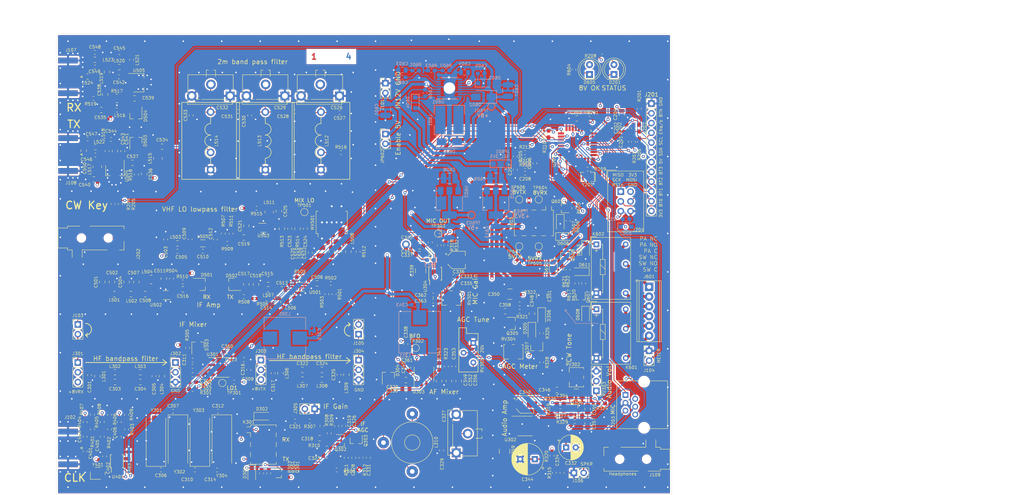
<source format=kicad_pcb>
(kicad_pcb (version 20171130) (host pcbnew 5.1.5)

  (general
    (thickness 1.6)
    (drawings 111)
    (tracks 2106)
    (zones 0)
    (modules 350)
    (nets 216)
  )

  (page A4)
  (layers
    (0 F.Cu signal)
    (1 In1.Cu signal hide)
    (2 In2.Cu signal)
    (31 B.Cu signal)
    (32 B.Adhes user hide)
    (33 F.Adhes user hide)
    (34 B.Paste user hide)
    (35 F.Paste user hide)
    (36 B.SilkS user)
    (37 F.SilkS user)
    (38 B.Mask user hide)
    (39 F.Mask user)
    (40 Dwgs.User user)
    (41 Cmts.User user hide)
    (42 Eco1.User user hide)
    (43 Eco2.User user hide)
    (44 Edge.Cuts user hide)
    (45 Margin user hide)
    (46 B.CrtYd user hide)
    (47 F.CrtYd user hide)
    (48 B.Fab user hide)
    (49 F.Fab user hide)
  )

  (setup
    (last_trace_width 0.2)
    (user_trace_width 0.2)
    (user_trace_width 0.3)
    (user_trace_width 0.8)
    (trace_clearance 0.2)
    (zone_clearance 0.8)
    (zone_45_only no)
    (trace_min 0.2)
    (via_size 0.8)
    (via_drill 0.4)
    (via_min_size 0.4)
    (via_min_drill 0.3)
    (user_via 0.8 0.4)
    (user_via 0.8 0.6)
    (uvia_size 0.3)
    (uvia_drill 0.1)
    (uvias_allowed no)
    (uvia_min_size 0.2)
    (uvia_min_drill 0.1)
    (edge_width 0.05)
    (segment_width 0.2)
    (pcb_text_width 0.3)
    (pcb_text_size 1.5 1.5)
    (mod_edge_width 0.1)
    (mod_text_size 0.8 0.8)
    (mod_text_width 0.1)
    (pad_size 1.524 1.524)
    (pad_drill 0.762)
    (pad_to_mask_clearance 0.051)
    (solder_mask_min_width 0.25)
    (aux_axis_origin 0 0)
    (visible_elements FFFFFF7F)
    (pcbplotparams
      (layerselection 0x010fc_ffffffff)
      (usegerberextensions false)
      (usegerberattributes false)
      (usegerberadvancedattributes false)
      (creategerberjobfile false)
      (excludeedgelayer true)
      (linewidth 0.100000)
      (plotframeref false)
      (viasonmask false)
      (mode 1)
      (useauxorigin false)
      (hpglpennumber 1)
      (hpglpenspeed 20)
      (hpglpendiameter 15.000000)
      (psnegative false)
      (psa4output false)
      (plotreference true)
      (plotvalue true)
      (plotinvisibletext false)
      (padsonsilk false)
      (subtractmaskfromsilk false)
      (outputformat 1)
      (mirror false)
      (drillshape 0)
      (scaleselection 1)
      (outputdirectory "out"))
  )

  (net 0 "")
  (net 1 /Control/ENC_B)
  (net 2 GND)
  (net 3 /Control/ENC_A)
  (net 4 "Net-(C203-Pad2)")
  (net 5 +3V3)
  (net 6 "Net-(C205-Pad1)")
  (net 7 "Net-(C206-Pad1)")
  (net 8 "Net-(C207-Pad1)")
  (net 9 /Baseband/CW_TONE)
  (net 10 "Net-(C301-Pad2)")
  (net 11 "Net-(C302-Pad2)")
  (net 12 "Net-(C303-Pad2)")
  (net 13 "Net-(C304-Pad2)")
  (net 14 "Net-(C306-Pad2)")
  (net 15 "Net-(C307-Pad2)")
  (net 16 "Net-(C308-Pad2)")
  (net 17 "Net-(C308-Pad1)")
  (net 18 /Baseband/LO1)
  (net 19 "Net-(C309-Pad1)")
  (net 20 "Net-(C310-Pad2)")
  (net 21 "Net-(C311-Pad2)")
  (net 22 "Net-(C312-Pad2)")
  (net 23 "Net-(C313-Pad2)")
  (net 24 "Net-(C314-Pad2)")
  (net 25 +8V)
  (net 26 "Net-(C316-Pad2)")
  (net 27 "Net-(C316-Pad1)")
  (net 28 "Net-(C317-Pad2)")
  (net 29 "Net-(C318-Pad2)")
  (net 30 "Net-(C318-Pad1)")
  (net 31 "Net-(C320-Pad2)")
  (net 32 "Net-(C320-Pad1)")
  (net 33 "Net-(C321-Pad1)")
  (net 34 "Net-(C322-Pad2)")
  (net 35 "Net-(C323-Pad2)")
  (net 36 "Net-(C324-Pad2)")
  (net 37 "Net-(C327-Pad2)")
  (net 38 "Net-(C328-Pad2)")
  (net 39 "Net-(C330-Pad2)")
  (net 40 "Net-(C330-Pad1)")
  (net 41 +8VRX)
  (net 42 /Baseband/SPKR)
  (net 43 "Net-(C332-Pad1)")
  (net 44 "Net-(C333-Pad2)")
  (net 45 "Net-(C333-Pad1)")
  (net 46 "Net-(C334-Pad2)")
  (net 47 "Net-(C336-Pad1)")
  (net 48 "Net-(C337-Pad2)")
  (net 49 "Net-(C337-Pad1)")
  (net 50 /Baseband/BFO)
  (net 51 "Net-(C338-Pad1)")
  (net 52 "Net-(C340-Pad2)")
  (net 53 "Net-(C340-Pad1)")
  (net 54 "Net-(C342-Pad2)")
  (net 55 "Net-(C344-Pad1)")
  (net 56 "Net-(C345-Pad2)")
  (net 57 "Net-(C346-Pad2)")
  (net 58 "Net-(C347-Pad2)")
  (net 59 "Net-(C347-Pad1)")
  (net 60 "Net-(C348-Pad2)")
  (net 61 "Net-(C348-Pad1)")
  (net 62 "Net-(C351-Pad1)")
  (net 63 "Net-(C352-Pad2)")
  (net 64 "Net-(C353-Pad1)")
  (net 65 "Net-(C354-Pad1)")
  (net 66 "Net-(C355-Pad2)")
  (net 67 "Net-(C355-Pad1)")
  (net 68 "Net-(C356-Pad2)")
  (net 69 "Net-(C358-Pad2)")
  (net 70 "Net-(C358-Pad1)")
  (net 71 "Net-(C401-Pad2)")
  (net 72 /Clock/REF_25MHz)
  (net 73 "Net-(C404-Pad2)")
  (net 74 "Net-(C404-Pad1)")
  (net 75 "Net-(C405-Pad2)")
  (net 76 "Net-(C405-Pad1)")
  (net 77 "Net-(C406-Pad2)")
  (net 78 "Net-(C406-Pad1)")
  (net 79 /HF_RX)
  (net 80 "Net-(C501-Pad1)")
  (net 81 /VHF_LO)
  (net 82 "Net-(C504-Pad1)")
  (net 83 "Net-(C505-Pad1)")
  (net 84 "Net-(C506-Pad2)")
  (net 85 "Net-(C506-Pad1)")
  (net 86 "Net-(C507-Pad1)")
  (net 87 "Net-(C508-Pad1)")
  (net 88 "Net-(C510-Pad1)")
  (net 89 "Net-(C511-Pad1)")
  (net 90 "Net-(C513-Pad2)")
  (net 91 "Net-(C513-Pad1)")
  (net 92 "Net-(C514-Pad1)")
  (net 93 "Net-(C516-Pad2)")
  (net 94 "Net-(C516-Pad1)")
  (net 95 "Net-(C517-Pad2)")
  (net 96 "Net-(C517-Pad1)")
  (net 97 "Net-(C519-Pad2)")
  (net 98 "Net-(C519-Pad1)")
  (net 99 "Net-(C520-Pad1)")
  (net 100 "Net-(C522-Pad2)")
  (net 101 "Net-(C522-Pad1)")
  (net 102 "Net-(C523-Pad2)")
  (net 103 "Net-(C523-Pad1)")
  (net 104 "Net-(C524-Pad2)")
  (net 105 "Net-(C524-Pad1)")
  (net 106 "Net-(C525-Pad1)")
  (net 107 "Net-(C526-Pad2)")
  (net 108 "Net-(C528-Pad2)")
  (net 109 "Net-(C531-Pad2)")
  (net 110 "Net-(C534-Pad2)")
  (net 111 "Net-(C534-Pad1)")
  (net 112 +5RX)
  (net 113 +5TX)
  (net 114 "Net-(C537-Pad2)")
  (net 115 "Net-(C537-Pad1)")
  (net 116 "Net-(C538-Pad2)")
  (net 117 "Net-(C539-Pad2)")
  (net 118 "Net-(C539-Pad1)")
  (net 119 "Net-(C541-Pad1)")
  (net 120 "Net-(C542-Pad2)")
  (net 121 "Net-(C542-Pad1)")
  (net 122 "Net-(C543-Pad1)")
  (net 123 "Net-(C545-Pad1)")
  (net 124 "Net-(C546-Pad1)")
  (net 125 "Net-(C548-Pad1)")
  (net 126 "Net-(C549-Pad2)")
  (net 127 "Net-(C549-Pad1)")
  (net 128 /VHF_TX)
  (net 129 +12V)
  (net 130 "Net-(C602-Pad1)")
  (net 131 "Net-(C603-Pad1)")
  (net 132 "Net-(C604-Pad1)")
  (net 133 "Net-(C605-Pad2)")
  (net 134 "Net-(C606-Pad2)")
  (net 135 "Net-(C606-Pad1)")
  (net 136 "Net-(C608-Pad1)")
  (net 137 "Net-(C609-Pad1)")
  (net 138 +5VA)
  (net 139 "Net-(D201-Pad2)")
  (net 140 /Control/RESETn)
  (net 141 "Net-(D301-Pad2)")
  (net 142 /Control/SEQ0n)
  (net 143 "Net-(D302-Pad1)")
  (net 144 "Net-(D603-Pad2)")
  (net 145 "Net-(D605-Pad1)")
  (net 146 "Net-(D608-Pad1)")
  (net 147 "Net-(D611-Pad2)")
  (net 148 /Control/SEQ2n)
  (net 149 /Baseband/METER)
  (net 150 /HF_TX)
  (net 151 /VHF_RX)
  (net 152 /Control/BTN0)
  (net 153 /Control/BTN1)
  (net 154 /Control/BTN2)
  (net 155 /Control/BTN3)
  (net 156 SDA)
  (net 157 SCL)
  (net 158 "Net-(J201-Pad4)")
  (net 159 "Net-(J201-Pad3)")
  (net 160 "Net-(J201-Pad2)")
  (net 161 "Net-(J202-PadT)")
  (net 162 "Net-(J202-PadR)")
  (net 163 /Control/MIC_SW2)
  (net 164 /Baseband/MIC)
  (net 165 /Control/MIC_SW1)
  (net 166 +8VTX)
  (net 167 "Net-(J601-Pad5)")
  (net 168 "Net-(J601-Pad4)")
  (net 169 "Net-(J601-Pad3)")
  (net 170 "Net-(J601-Pad2)")
  (net 171 "Net-(K301-Pad2)")
  (net 172 "Net-(K301-Pad4)")
  (net 173 "Net-(L512-Pad2)")
  (net 174 "Net-(L520-Pad2)")
  (net 175 "Net-(MX501-Pad3)")
  (net 176 "Net-(MX501-Pad6)")
  (net 177 "Net-(Q301-Pad1)")
  (net 178 "Net-(Q302-Pad3)")
  (net 179 "Net-(Q307-Pad2)")
  (net 180 "Net-(Q307-Pad1)")
  (net 181 "Net-(Q601-Pad1)")
  (net 182 "Net-(Q607-Pad1)")
  (net 183 /Control/ENC_BTN)
  (net 184 /Control/CW_INPUT)
  (net 185 /Control/XTAL1)
  (net 186 /Control/XTAL2)
  (net 187 /Baseband/CW_KEYn)
  (net 188 "Net-(R319-Pad1)")
  (net 189 "Net-(R324-Pad1)")
  (net 190 /Baseband/MUTE_SPKR)
  (net 191 "Net-(R602-Pad1)")
  (net 192 "Net-(U401-Pad3)")
  (net 193 /IF_RX)
  (net 194 /IF_TX)
  (net 195 /Control/SEQ1n)
  (net 196 "Net-(J106-Pad2)")
  (net 197 /AF_OUT)
  (net 198 "Net-(D612-Pad2)")
  (net 199 "Net-(Q608-Pad1)")
  (net 200 "Net-(C362-Pad2)")
  (net 201 "Net-(C362-Pad1)")
  (net 202 "Net-(D613-Pad1)")
  (net 203 "Net-(J601-Pad6)")
  (net 204 "Net-(J601-Pad1)")
  (net 205 /Baseband/MIC_SDn)
  (net 206 "Net-(R318-Pad2)")
  (net 207 "Net-(R332-Pad2)")
  (net 208 /Control/STATUSn)
  (net 209 /Control/PWM_CW)
  (net 210 "Net-(D606-Pad2)")
  (net 211 "Net-(D607-Pad1)")
  (net 212 "Net-(C359-Pad1)")
  (net 213 "Net-(C360-Pad1)")
  (net 214 "Net-(C361-Pad1)")
  (net 215 /Baseband/AGC)

  (net_class Default "This is the default net class."
    (clearance 0.2)
    (trace_width 0.2)
    (via_dia 0.8)
    (via_drill 0.4)
    (uvia_dia 0.3)
    (uvia_drill 0.1)
    (add_net /AF_OUT)
    (add_net /Baseband/AGC)
    (add_net /Baseband/BFO)
    (add_net /Baseband/CW_KEYn)
    (add_net /Baseband/CW_TONE)
    (add_net /Baseband/LO1)
    (add_net /Baseband/METER)
    (add_net /Baseband/MIC)
    (add_net /Baseband/MIC_SDn)
    (add_net /Baseband/MUTE_SPKR)
    (add_net /Baseband/SPKR)
    (add_net /Clock/REF_25MHz)
    (add_net /Control/A0)
    (add_net /Control/BTN0)
    (add_net /Control/BTN1)
    (add_net /Control/BTN2)
    (add_net /Control/BTN3)
    (add_net /Control/CW_INPUT)
    (add_net /Control/ENC_A)
    (add_net /Control/ENC_B)
    (add_net /Control/ENC_BTN)
    (add_net /Control/MIC_SW1)
    (add_net /Control/MIC_SW2)
    (add_net /Control/PWM_CW)
    (add_net /Control/RESETn)
    (add_net /Control/SEQ0n)
    (add_net /Control/SEQ1n)
    (add_net /Control/SEQ2n)
    (add_net /Control/STATUSn)
    (add_net /Control/XTAL1)
    (add_net /Control/XTAL2)
    (add_net /HF_RX)
    (add_net /HF_TX)
    (add_net /IF_RX)
    (add_net /IF_TX)
    (add_net /VHF_LO)
    (add_net /VHF_RX)
    (add_net /VHF_TX)
    (add_net "Net-(C203-Pad2)")
    (add_net "Net-(C205-Pad1)")
    (add_net "Net-(C206-Pad1)")
    (add_net "Net-(C207-Pad1)")
    (add_net "Net-(C301-Pad2)")
    (add_net "Net-(C302-Pad2)")
    (add_net "Net-(C303-Pad2)")
    (add_net "Net-(C304-Pad2)")
    (add_net "Net-(C306-Pad2)")
    (add_net "Net-(C307-Pad2)")
    (add_net "Net-(C308-Pad1)")
    (add_net "Net-(C308-Pad2)")
    (add_net "Net-(C309-Pad1)")
    (add_net "Net-(C310-Pad2)")
    (add_net "Net-(C311-Pad2)")
    (add_net "Net-(C312-Pad2)")
    (add_net "Net-(C313-Pad2)")
    (add_net "Net-(C314-Pad2)")
    (add_net "Net-(C316-Pad1)")
    (add_net "Net-(C316-Pad2)")
    (add_net "Net-(C317-Pad2)")
    (add_net "Net-(C318-Pad1)")
    (add_net "Net-(C318-Pad2)")
    (add_net "Net-(C320-Pad1)")
    (add_net "Net-(C320-Pad2)")
    (add_net "Net-(C321-Pad1)")
    (add_net "Net-(C322-Pad2)")
    (add_net "Net-(C323-Pad2)")
    (add_net "Net-(C324-Pad2)")
    (add_net "Net-(C327-Pad2)")
    (add_net "Net-(C328-Pad2)")
    (add_net "Net-(C330-Pad1)")
    (add_net "Net-(C330-Pad2)")
    (add_net "Net-(C332-Pad1)")
    (add_net "Net-(C333-Pad1)")
    (add_net "Net-(C333-Pad2)")
    (add_net "Net-(C334-Pad2)")
    (add_net "Net-(C336-Pad1)")
    (add_net "Net-(C337-Pad1)")
    (add_net "Net-(C337-Pad2)")
    (add_net "Net-(C338-Pad1)")
    (add_net "Net-(C340-Pad1)")
    (add_net "Net-(C340-Pad2)")
    (add_net "Net-(C342-Pad2)")
    (add_net "Net-(C344-Pad1)")
    (add_net "Net-(C345-Pad2)")
    (add_net "Net-(C346-Pad2)")
    (add_net "Net-(C347-Pad1)")
    (add_net "Net-(C347-Pad2)")
    (add_net "Net-(C348-Pad1)")
    (add_net "Net-(C348-Pad2)")
    (add_net "Net-(C351-Pad1)")
    (add_net "Net-(C352-Pad2)")
    (add_net "Net-(C353-Pad1)")
    (add_net "Net-(C354-Pad1)")
    (add_net "Net-(C355-Pad1)")
    (add_net "Net-(C355-Pad2)")
    (add_net "Net-(C356-Pad2)")
    (add_net "Net-(C358-Pad1)")
    (add_net "Net-(C358-Pad2)")
    (add_net "Net-(C359-Pad1)")
    (add_net "Net-(C360-Pad1)")
    (add_net "Net-(C361-Pad1)")
    (add_net "Net-(C362-Pad1)")
    (add_net "Net-(C362-Pad2)")
    (add_net "Net-(C401-Pad2)")
    (add_net "Net-(C404-Pad1)")
    (add_net "Net-(C404-Pad2)")
    (add_net "Net-(C405-Pad1)")
    (add_net "Net-(C405-Pad2)")
    (add_net "Net-(C406-Pad1)")
    (add_net "Net-(C406-Pad2)")
    (add_net "Net-(C501-Pad1)")
    (add_net "Net-(C504-Pad1)")
    (add_net "Net-(C505-Pad1)")
    (add_net "Net-(C506-Pad1)")
    (add_net "Net-(C506-Pad2)")
    (add_net "Net-(C507-Pad1)")
    (add_net "Net-(C508-Pad1)")
    (add_net "Net-(C510-Pad1)")
    (add_net "Net-(C511-Pad1)")
    (add_net "Net-(C513-Pad1)")
    (add_net "Net-(C513-Pad2)")
    (add_net "Net-(C514-Pad1)")
    (add_net "Net-(C516-Pad1)")
    (add_net "Net-(C516-Pad2)")
    (add_net "Net-(C517-Pad1)")
    (add_net "Net-(C517-Pad2)")
    (add_net "Net-(C519-Pad1)")
    (add_net "Net-(C519-Pad2)")
    (add_net "Net-(C520-Pad1)")
    (add_net "Net-(C522-Pad1)")
    (add_net "Net-(C522-Pad2)")
    (add_net "Net-(C523-Pad1)")
    (add_net "Net-(C523-Pad2)")
    (add_net "Net-(C524-Pad1)")
    (add_net "Net-(C524-Pad2)")
    (add_net "Net-(C525-Pad1)")
    (add_net "Net-(C526-Pad2)")
    (add_net "Net-(C528-Pad2)")
    (add_net "Net-(C531-Pad2)")
    (add_net "Net-(C534-Pad1)")
    (add_net "Net-(C534-Pad2)")
    (add_net "Net-(C537-Pad1)")
    (add_net "Net-(C537-Pad2)")
    (add_net "Net-(C538-Pad2)")
    (add_net "Net-(C539-Pad1)")
    (add_net "Net-(C539-Pad2)")
    (add_net "Net-(C541-Pad1)")
    (add_net "Net-(C542-Pad1)")
    (add_net "Net-(C542-Pad2)")
    (add_net "Net-(C543-Pad1)")
    (add_net "Net-(C545-Pad1)")
    (add_net "Net-(C546-Pad1)")
    (add_net "Net-(C548-Pad1)")
    (add_net "Net-(C549-Pad1)")
    (add_net "Net-(C549-Pad2)")
    (add_net "Net-(C602-Pad1)")
    (add_net "Net-(C603-Pad1)")
    (add_net "Net-(C604-Pad1)")
    (add_net "Net-(C605-Pad2)")
    (add_net "Net-(C606-Pad1)")
    (add_net "Net-(C606-Pad2)")
    (add_net "Net-(C608-Pad1)")
    (add_net "Net-(C609-Pad1)")
    (add_net "Net-(D201-Pad2)")
    (add_net "Net-(D301-Pad2)")
    (add_net "Net-(D302-Pad1)")
    (add_net "Net-(D603-Pad2)")
    (add_net "Net-(D605-Pad1)")
    (add_net "Net-(D606-Pad2)")
    (add_net "Net-(D607-Pad1)")
    (add_net "Net-(D608-Pad1)")
    (add_net "Net-(D611-Pad2)")
    (add_net "Net-(D612-Pad2)")
    (add_net "Net-(D613-Pad1)")
    (add_net "Net-(J106-Pad2)")
    (add_net "Net-(J109-PadR)")
    (add_net "Net-(J201-Pad2)")
    (add_net "Net-(J201-Pad3)")
    (add_net "Net-(J201-Pad4)")
    (add_net "Net-(J202-PadR)")
    (add_net "Net-(J202-PadT)")
    (add_net "Net-(J202-PadTN)")
    (add_net "Net-(J601-Pad1)")
    (add_net "Net-(J601-Pad2)")
    (add_net "Net-(J601-Pad3)")
    (add_net "Net-(J601-Pad4)")
    (add_net "Net-(J601-Pad5)")
    (add_net "Net-(J601-Pad6)")
    (add_net "Net-(K301-Pad2)")
    (add_net "Net-(K301-Pad4)")
    (add_net "Net-(L512-Pad2)")
    (add_net "Net-(L520-Pad2)")
    (add_net "Net-(MX501-Pad3)")
    (add_net "Net-(MX501-Pad6)")
    (add_net "Net-(Q301-Pad1)")
    (add_net "Net-(Q302-Pad3)")
    (add_net "Net-(Q307-Pad1)")
    (add_net "Net-(Q307-Pad2)")
    (add_net "Net-(Q601-Pad1)")
    (add_net "Net-(Q607-Pad1)")
    (add_net "Net-(Q608-Pad1)")
    (add_net "Net-(R318-Pad2)")
    (add_net "Net-(R319-Pad1)")
    (add_net "Net-(R324-Pad1)")
    (add_net "Net-(R332-Pad2)")
    (add_net "Net-(R602-Pad1)")
    (add_net "Net-(U401-Pad3)")
    (add_net SCL)
    (add_net SDA)
  )

  (net_class Power ""
    (clearance 0.2)
    (trace_width 0.8)
    (via_dia 0.8)
    (via_drill 0.6)
    (uvia_dia 0.3)
    (uvia_drill 0.1)
    (add_net +12V)
    (add_net +3V3)
    (add_net +5RX)
    (add_net +5TX)
    (add_net +5VA)
    (add_net +8V)
    (add_net +8VRX)
    (add_net +8VTX)
    (add_net GND)
  )

  (module Connector_PinHeader_2.54mm:PinHeader_1x03_P2.54mm_Vertical (layer F.Cu) (tedit 59FED5CC) (tstamp 5E5828AA)
    (at 170.434 122.936 180)
    (descr "Through hole straight pin header, 1x03, 2.54mm pitch, single row")
    (tags "Through hole pin header THT 1x03 2.54mm single row")
    (path /5E3088F9/5E501314)
    (fp_text reference RV303 (at -2.032 0.508 90) (layer F.SilkS)
      (effects (font (size 0.8 0.8) (thickness 0.1)))
    )
    (fp_text value 10k (at 0 7.41) (layer F.Fab)
      (effects (font (size 1 1) (thickness 0.15)))
    )
    (fp_text user %R (at 0 2.54 90) (layer F.Fab)
      (effects (font (size 1 1) (thickness 0.15)))
    )
    (fp_line (start 1.8 -1.8) (end -1.8 -1.8) (layer F.CrtYd) (width 0.05))
    (fp_line (start 1.8 6.85) (end 1.8 -1.8) (layer F.CrtYd) (width 0.05))
    (fp_line (start -1.8 6.85) (end 1.8 6.85) (layer F.CrtYd) (width 0.05))
    (fp_line (start -1.8 -1.8) (end -1.8 6.85) (layer F.CrtYd) (width 0.05))
    (fp_line (start -1.33 -1.33) (end 0 -1.33) (layer F.SilkS) (width 0.12))
    (fp_line (start -1.33 0) (end -1.33 -1.33) (layer F.SilkS) (width 0.12))
    (fp_line (start -1.33 1.27) (end 1.33 1.27) (layer F.SilkS) (width 0.12))
    (fp_line (start 1.33 1.27) (end 1.33 6.41) (layer F.SilkS) (width 0.12))
    (fp_line (start -1.33 1.27) (end -1.33 6.41) (layer F.SilkS) (width 0.12))
    (fp_line (start -1.33 6.41) (end 1.33 6.41) (layer F.SilkS) (width 0.12))
    (fp_line (start -1.27 -0.635) (end -0.635 -1.27) (layer F.Fab) (width 0.1))
    (fp_line (start -1.27 6.35) (end -1.27 -0.635) (layer F.Fab) (width 0.1))
    (fp_line (start 1.27 6.35) (end -1.27 6.35) (layer F.Fab) (width 0.1))
    (fp_line (start 1.27 -1.27) (end 1.27 6.35) (layer F.Fab) (width 0.1))
    (fp_line (start -0.635 -1.27) (end 1.27 -1.27) (layer F.Fab) (width 0.1))
    (pad 3 thru_hole oval (at 0 5.08 180) (size 1.7 1.7) (drill 1) (layers *.Cu *.Mask)
      (net 2 GND))
    (pad 2 thru_hole oval (at 0 2.54 180) (size 1.7 1.7) (drill 1) (layers *.Cu *.Mask)
      (net 66 "Net-(C355-Pad2)"))
    (pad 1 thru_hole rect (at 0 0 180) (size 1.7 1.7) (drill 1) (layers *.Cu *.Mask)
      (net 189 "Net-(R324-Pad1)"))
    (model ${KISYS3DMOD}/Connector_PinHeader_2.54mm.3dshapes/PinHeader_1x03_P2.54mm_Vertical.wrl
      (at (xyz 0 0 0))
      (scale (xyz 1 1 1))
      (rotate (xyz 0 0 0))
    )
  )

  (module Capacitor_SMD:C_0603_1608Metric_Pad1.05x0.95mm_HandSolder (layer F.Cu) (tedit 5B301BBE) (tstamp 5E70E965)
    (at 121.158 113.538 180)
    (descr "Capacitor SMD 0603 (1608 Metric), square (rectangular) end terminal, IPC_7351 nominal with elongated pad for handsoldering. (Body size source: http://www.tortai-tech.com/upload/download/2011102023233369053.pdf), generated with kicad-footprint-generator")
    (tags "capacitor handsolder")
    (path /5E3088F9/5E81CE48)
    (attr smd)
    (fp_text reference C361 (at 0 -1.43) (layer F.SilkS)
      (effects (font (size 0.8 0.8) (thickness 0.1)))
    )
    (fp_text value DNF (at 0 1.43) (layer F.Fab)
      (effects (font (size 1 1) (thickness 0.15)))
    )
    (fp_text user %R (at 0 0) (layer F.Fab)
      (effects (font (size 0.4 0.4) (thickness 0.06)))
    )
    (fp_line (start 1.65 0.73) (end -1.65 0.73) (layer F.CrtYd) (width 0.05))
    (fp_line (start 1.65 -0.73) (end 1.65 0.73) (layer F.CrtYd) (width 0.05))
    (fp_line (start -1.65 -0.73) (end 1.65 -0.73) (layer F.CrtYd) (width 0.05))
    (fp_line (start -1.65 0.73) (end -1.65 -0.73) (layer F.CrtYd) (width 0.05))
    (fp_line (start -0.171267 0.51) (end 0.171267 0.51) (layer F.SilkS) (width 0.12))
    (fp_line (start -0.171267 -0.51) (end 0.171267 -0.51) (layer F.SilkS) (width 0.12))
    (fp_line (start 0.8 0.4) (end -0.8 0.4) (layer F.Fab) (width 0.1))
    (fp_line (start 0.8 -0.4) (end 0.8 0.4) (layer F.Fab) (width 0.1))
    (fp_line (start -0.8 -0.4) (end 0.8 -0.4) (layer F.Fab) (width 0.1))
    (fp_line (start -0.8 0.4) (end -0.8 -0.4) (layer F.Fab) (width 0.1))
    (pad 2 smd roundrect (at 0.875 0 180) (size 1.05 0.95) (layers F.Cu F.Paste F.Mask) (roundrect_rratio 0.25)
      (net 2 GND))
    (pad 1 smd roundrect (at -0.875 0 180) (size 1.05 0.95) (layers F.Cu F.Paste F.Mask) (roundrect_rratio 0.25)
      (net 214 "Net-(C361-Pad1)"))
    (model ${KISYS3DMOD}/Capacitor_SMD.3dshapes/C_0603_1608Metric.wrl
      (at (xyz 0 0 0))
      (scale (xyz 1 1 1))
      (rotate (xyz 0 0 0))
    )
  )

  (module Capacitor_SMD:C_0603_1608Metric_Pad1.05x0.95mm_HandSolder (layer F.Cu) (tedit 5B301BBE) (tstamp 5E70E954)
    (at 74.422 112.776)
    (descr "Capacitor SMD 0603 (1608 Metric), square (rectangular) end terminal, IPC_7351 nominal with elongated pad for handsoldering. (Body size source: http://www.tortai-tech.com/upload/download/2011102023233369053.pdf), generated with kicad-footprint-generator")
    (tags "capacitor handsolder")
    (path /5E3088F9/5E75D590)
    (attr smd)
    (fp_text reference C360 (at 0 -1.43) (layer F.SilkS)
      (effects (font (size 0.8 0.8) (thickness 0.1)))
    )
    (fp_text value DNF (at 0 1.43) (layer F.Fab)
      (effects (font (size 1 1) (thickness 0.15)))
    )
    (fp_text user %R (at 0 0) (layer F.Fab)
      (effects (font (size 0.4 0.4) (thickness 0.06)))
    )
    (fp_line (start 1.65 0.73) (end -1.65 0.73) (layer F.CrtYd) (width 0.05))
    (fp_line (start 1.65 -0.73) (end 1.65 0.73) (layer F.CrtYd) (width 0.05))
    (fp_line (start -1.65 -0.73) (end 1.65 -0.73) (layer F.CrtYd) (width 0.05))
    (fp_line (start -1.65 0.73) (end -1.65 -0.73) (layer F.CrtYd) (width 0.05))
    (fp_line (start -0.171267 0.51) (end 0.171267 0.51) (layer F.SilkS) (width 0.12))
    (fp_line (start -0.171267 -0.51) (end 0.171267 -0.51) (layer F.SilkS) (width 0.12))
    (fp_line (start 0.8 0.4) (end -0.8 0.4) (layer F.Fab) (width 0.1))
    (fp_line (start 0.8 -0.4) (end 0.8 0.4) (layer F.Fab) (width 0.1))
    (fp_line (start -0.8 -0.4) (end 0.8 -0.4) (layer F.Fab) (width 0.1))
    (fp_line (start -0.8 0.4) (end -0.8 -0.4) (layer F.Fab) (width 0.1))
    (pad 2 smd roundrect (at 0.875 0) (size 1.05 0.95) (layers F.Cu F.Paste F.Mask) (roundrect_rratio 0.25)
      (net 2 GND))
    (pad 1 smd roundrect (at -0.875 0) (size 1.05 0.95) (layers F.Cu F.Paste F.Mask) (roundrect_rratio 0.25)
      (net 213 "Net-(C360-Pad1)"))
    (model ${KISYS3DMOD}/Capacitor_SMD.3dshapes/C_0603_1608Metric.wrl
      (at (xyz 0 0 0))
      (scale (xyz 1 1 1))
      (rotate (xyz 0 0 0))
    )
  )

  (module Inductor_SMD:L_Wuerth_HCI-1030 (layer B.Cu) (tedit 5990349D) (tstamp 5E6FC55F)
    (at 124.46 107.696 270)
    (descr "Inductor, Wuerth Elektronik, Wuerth_HCI-1030, 10.6mmx10.6mm")
    (tags "inductor Wuerth hci smd")
    (path /5E3088F9/5E58690F)
    (attr smd)
    (fp_text reference L311 (at 6.096 3.81 180) (layer B.SilkS)
      (effects (font (size 0.8 0.8) (thickness 0.1)) (justify mirror))
    )
    (fp_text value 100uH (at 0 -6.8 90) (layer B.Fab)
      (effects (font (size 1 1) (thickness 0.15)) (justify mirror))
    )
    (fp_line (start 5.4 5.4) (end 5.4 2.15) (layer B.SilkS) (width 0.12))
    (fp_line (start -5.4 5.4) (end 5.4 5.4) (layer B.SilkS) (width 0.12))
    (fp_line (start -5.4 2.15) (end -5.4 5.4) (layer B.SilkS) (width 0.12))
    (fp_line (start 5.4 -5.4) (end 5.4 -2.15) (layer B.SilkS) (width 0.12))
    (fp_line (start -5.4 -5.4) (end 5.4 -5.4) (layer B.SilkS) (width 0.12))
    (fp_line (start -5.4 -2.15) (end -5.4 -5.4) (layer B.SilkS) (width 0.12))
    (fp_line (start 6 5.55) (end -6 5.55) (layer B.CrtYd) (width 0.05))
    (fp_line (start 6 -5.55) (end 6 5.55) (layer B.CrtYd) (width 0.05))
    (fp_line (start -6 -5.55) (end 6 -5.55) (layer B.CrtYd) (width 0.05))
    (fp_line (start -6 5.55) (end -6 -5.55) (layer B.CrtYd) (width 0.05))
    (fp_line (start 5.3 5.3) (end -5.3 5.3) (layer B.Fab) (width 0.1))
    (fp_line (start 5.3 -5.3) (end 5.3 5.3) (layer B.Fab) (width 0.1))
    (fp_line (start -5.3 -5.3) (end 5.3 -5.3) (layer B.Fab) (width 0.1))
    (fp_line (start -5.3 5.3) (end -5.3 -5.3) (layer B.Fab) (width 0.1))
    (fp_text user %R (at 0 0 90) (layer B.Fab)
      (effects (font (size 1 1) (thickness 0.15)) (justify mirror))
    )
    (pad 2 smd rect (at 3.85 0 270) (size 3.8 3.5) (layers B.Cu B.Paste B.Mask)
      (net 56 "Net-(C345-Pad2)"))
    (pad 1 smd rect (at -3.85 0 270) (size 3.8 3.5) (layers B.Cu B.Paste B.Mask)
      (net 25 +8V))
    (model ${KISYS3DMOD}/Inductor_SMD.3dshapes/L_Wuerth_HCI-1030.wrl
      (at (xyz 0 0 0))
      (scale (xyz 1 1 1))
      (rotate (xyz 0 0 0))
    )
  )

  (module Inductor_SMD:L_Wuerth_HCI-1030 (layer B.Cu) (tedit 5990349D) (tstamp 5E5D7FEA)
    (at 89.408 109.22 180)
    (descr "Inductor, Wuerth Elektronik, Wuerth_HCI-1030, 10.6mmx10.6mm")
    (tags "inductor Wuerth hci smd")
    (path /5E3088F9/5E56EE9F)
    (attr smd)
    (fp_text reference L305 (at 0 6.3) (layer B.SilkS)
      (effects (font (size 0.8 0.8) (thickness 0.1)) (justify mirror))
    )
    (fp_text value 100uH (at 0 -6.8) (layer B.Fab)
      (effects (font (size 1 1) (thickness 0.15)) (justify mirror))
    )
    (fp_line (start 5.4 5.4) (end 5.4 2.15) (layer B.SilkS) (width 0.12))
    (fp_line (start -5.4 5.4) (end 5.4 5.4) (layer B.SilkS) (width 0.12))
    (fp_line (start -5.4 2.15) (end -5.4 5.4) (layer B.SilkS) (width 0.12))
    (fp_line (start 5.4 -5.4) (end 5.4 -2.15) (layer B.SilkS) (width 0.12))
    (fp_line (start -5.4 -5.4) (end 5.4 -5.4) (layer B.SilkS) (width 0.12))
    (fp_line (start -5.4 -2.15) (end -5.4 -5.4) (layer B.SilkS) (width 0.12))
    (fp_line (start 6 5.55) (end -6 5.55) (layer B.CrtYd) (width 0.05))
    (fp_line (start 6 -5.55) (end 6 5.55) (layer B.CrtYd) (width 0.05))
    (fp_line (start -6 -5.55) (end 6 -5.55) (layer B.CrtYd) (width 0.05))
    (fp_line (start -6 5.55) (end -6 -5.55) (layer B.CrtYd) (width 0.05))
    (fp_line (start 5.3 5.3) (end -5.3 5.3) (layer B.Fab) (width 0.1))
    (fp_line (start 5.3 -5.3) (end 5.3 5.3) (layer B.Fab) (width 0.1))
    (fp_line (start -5.3 -5.3) (end 5.3 -5.3) (layer B.Fab) (width 0.1))
    (fp_line (start -5.3 5.3) (end -5.3 -5.3) (layer B.Fab) (width 0.1))
    (fp_text user %R (at 0 0) (layer B.Fab)
      (effects (font (size 1 1) (thickness 0.15)) (justify mirror))
    )
    (pad 2 smd rect (at 3.85 0 180) (size 3.8 3.5) (layers B.Cu B.Paste B.Mask)
      (net 23 "Net-(C313-Pad2)"))
    (pad 1 smd rect (at -3.85 0 180) (size 3.8 3.5) (layers B.Cu B.Paste B.Mask)
      (net 25 +8V))
    (model ${KISYS3DMOD}/Inductor_SMD.3dshapes/L_Wuerth_HCI-1030.wrl
      (at (xyz 0 0 0))
      (scale (xyz 1 1 1))
      (rotate (xyz 0 0 0))
    )
  )

  (module Capacitor_SMD:C_1210_3225Metric_Pad1.42x2.65mm_HandSolder (layer F.Cu) (tedit 5B301BBE) (tstamp 5E6E9D6E)
    (at 146.558 138.684 270)
    (descr "Capacitor SMD 1210 (3225 Metric), square (rectangular) end terminal, IPC_7351 nominal with elongated pad for handsoldering. (Body size source: http://www.tortai-tech.com/upload/download/2011102023233369053.pdf), generated with kicad-footprint-generator")
    (tags "capacitor handsolder")
    (path /5E3088F9/5E708438)
    (attr smd)
    (fp_text reference C359 (at 0 -2.28 90) (layer F.SilkS)
      (effects (font (size 0.8 0.8) (thickness 0.1)))
    )
    (fp_text value 10uF (at 0 2.28 90) (layer F.Fab)
      (effects (font (size 1 1) (thickness 0.15)))
    )
    (fp_text user %R (at 0 0 90) (layer F.Fab)
      (effects (font (size 0.8 0.8) (thickness 0.12)))
    )
    (fp_line (start 2.45 1.58) (end -2.45 1.58) (layer F.CrtYd) (width 0.05))
    (fp_line (start 2.45 -1.58) (end 2.45 1.58) (layer F.CrtYd) (width 0.05))
    (fp_line (start -2.45 -1.58) (end 2.45 -1.58) (layer F.CrtYd) (width 0.05))
    (fp_line (start -2.45 1.58) (end -2.45 -1.58) (layer F.CrtYd) (width 0.05))
    (fp_line (start -0.602064 1.36) (end 0.602064 1.36) (layer F.SilkS) (width 0.12))
    (fp_line (start -0.602064 -1.36) (end 0.602064 -1.36) (layer F.SilkS) (width 0.12))
    (fp_line (start 1.6 1.25) (end -1.6 1.25) (layer F.Fab) (width 0.1))
    (fp_line (start 1.6 -1.25) (end 1.6 1.25) (layer F.Fab) (width 0.1))
    (fp_line (start -1.6 -1.25) (end 1.6 -1.25) (layer F.Fab) (width 0.1))
    (fp_line (start -1.6 1.25) (end -1.6 -1.25) (layer F.Fab) (width 0.1))
    (pad 2 smd roundrect (at 1.4875 0 270) (size 1.425 2.65) (layers F.Cu F.Paste F.Mask) (roundrect_rratio 0.175439)
      (net 2 GND))
    (pad 1 smd roundrect (at -1.4875 0 270) (size 1.425 2.65) (layers F.Cu F.Paste F.Mask) (roundrect_rratio 0.175439)
      (net 212 "Net-(C359-Pad1)"))
    (model ${KISYS3DMOD}/Capacitor_SMD.3dshapes/C_1210_3225Metric.wrl
      (at (xyz 0 0 0))
      (scale (xyz 1 1 1))
      (rotate (xyz 0 0 0))
    )
  )

  (module Capacitor_THT:CP_Radial_D8.0mm_P3.80mm (layer F.Cu) (tedit 5AE50EF0) (tstamp 5E58135A)
    (at 154.432 140.716 180)
    (descr "CP, Radial series, Radial, pin pitch=3.80mm, , diameter=8mm, Electrolytic Capacitor")
    (tags "CP Radial series Radial pin pitch 3.80mm  diameter 8mm Electrolytic Capacitor")
    (path /5E3088F9/5E56839B)
    (fp_text reference C344 (at 1.9 -5.25) (layer F.SilkS)
      (effects (font (size 0.8 0.8) (thickness 0.1)))
    )
    (fp_text value 470uF (at 1.9 5.25) (layer F.Fab)
      (effects (font (size 1 1) (thickness 0.15)))
    )
    (fp_text user %R (at 1.9 0) (layer F.Fab)
      (effects (font (size 1 1) (thickness 0.15)))
    )
    (fp_line (start -2.109698 -2.715) (end -2.109698 -1.915) (layer F.SilkS) (width 0.12))
    (fp_line (start -2.509698 -2.315) (end -1.709698 -2.315) (layer F.SilkS) (width 0.12))
    (fp_line (start 5.981 -0.533) (end 5.981 0.533) (layer F.SilkS) (width 0.12))
    (fp_line (start 5.941 -0.768) (end 5.941 0.768) (layer F.SilkS) (width 0.12))
    (fp_line (start 5.901 -0.948) (end 5.901 0.948) (layer F.SilkS) (width 0.12))
    (fp_line (start 5.861 -1.098) (end 5.861 1.098) (layer F.SilkS) (width 0.12))
    (fp_line (start 5.821 -1.229) (end 5.821 1.229) (layer F.SilkS) (width 0.12))
    (fp_line (start 5.781 -1.346) (end 5.781 1.346) (layer F.SilkS) (width 0.12))
    (fp_line (start 5.741 -1.453) (end 5.741 1.453) (layer F.SilkS) (width 0.12))
    (fp_line (start 5.701 -1.552) (end 5.701 1.552) (layer F.SilkS) (width 0.12))
    (fp_line (start 5.661 -1.645) (end 5.661 1.645) (layer F.SilkS) (width 0.12))
    (fp_line (start 5.621 -1.731) (end 5.621 1.731) (layer F.SilkS) (width 0.12))
    (fp_line (start 5.581 -1.813) (end 5.581 1.813) (layer F.SilkS) (width 0.12))
    (fp_line (start 5.541 -1.89) (end 5.541 1.89) (layer F.SilkS) (width 0.12))
    (fp_line (start 5.501 -1.964) (end 5.501 1.964) (layer F.SilkS) (width 0.12))
    (fp_line (start 5.461 -2.034) (end 5.461 2.034) (layer F.SilkS) (width 0.12))
    (fp_line (start 5.421 -2.102) (end 5.421 2.102) (layer F.SilkS) (width 0.12))
    (fp_line (start 5.381 -2.166) (end 5.381 2.166) (layer F.SilkS) (width 0.12))
    (fp_line (start 5.341 -2.228) (end 5.341 2.228) (layer F.SilkS) (width 0.12))
    (fp_line (start 5.301 -2.287) (end 5.301 2.287) (layer F.SilkS) (width 0.12))
    (fp_line (start 5.261 -2.345) (end 5.261 2.345) (layer F.SilkS) (width 0.12))
    (fp_line (start 5.221 -2.4) (end 5.221 2.4) (layer F.SilkS) (width 0.12))
    (fp_line (start 5.181 -2.454) (end 5.181 2.454) (layer F.SilkS) (width 0.12))
    (fp_line (start 5.141 -2.505) (end 5.141 2.505) (layer F.SilkS) (width 0.12))
    (fp_line (start 5.101 -2.556) (end 5.101 2.556) (layer F.SilkS) (width 0.12))
    (fp_line (start 5.061 -2.604) (end 5.061 2.604) (layer F.SilkS) (width 0.12))
    (fp_line (start 5.021 -2.651) (end 5.021 2.651) (layer F.SilkS) (width 0.12))
    (fp_line (start 4.981 -2.697) (end 4.981 2.697) (layer F.SilkS) (width 0.12))
    (fp_line (start 4.941 -2.741) (end 4.941 2.741) (layer F.SilkS) (width 0.12))
    (fp_line (start 4.901 -2.784) (end 4.901 2.784) (layer F.SilkS) (width 0.12))
    (fp_line (start 4.861 -2.826) (end 4.861 2.826) (layer F.SilkS) (width 0.12))
    (fp_line (start 4.821 1.04) (end 4.821 2.867) (layer F.SilkS) (width 0.12))
    (fp_line (start 4.821 -2.867) (end 4.821 -1.04) (layer F.SilkS) (width 0.12))
    (fp_line (start 4.781 1.04) (end 4.781 2.907) (layer F.SilkS) (width 0.12))
    (fp_line (start 4.781 -2.907) (end 4.781 -1.04) (layer F.SilkS) (width 0.12))
    (fp_line (start 4.741 1.04) (end 4.741 2.945) (layer F.SilkS) (width 0.12))
    (fp_line (start 4.741 -2.945) (end 4.741 -1.04) (layer F.SilkS) (width 0.12))
    (fp_line (start 4.701 1.04) (end 4.701 2.983) (layer F.SilkS) (width 0.12))
    (fp_line (start 4.701 -2.983) (end 4.701 -1.04) (layer F.SilkS) (width 0.12))
    (fp_line (start 4.661 1.04) (end 4.661 3.019) (layer F.SilkS) (width 0.12))
    (fp_line (start 4.661 -3.019) (end 4.661 -1.04) (layer F.SilkS) (width 0.12))
    (fp_line (start 4.621 1.04) (end 4.621 3.055) (layer F.SilkS) (width 0.12))
    (fp_line (start 4.621 -3.055) (end 4.621 -1.04) (layer F.SilkS) (width 0.12))
    (fp_line (start 4.581 1.04) (end 4.581 3.09) (layer F.SilkS) (width 0.12))
    (fp_line (start 4.581 -3.09) (end 4.581 -1.04) (layer F.SilkS) (width 0.12))
    (fp_line (start 4.541 1.04) (end 4.541 3.124) (layer F.SilkS) (width 0.12))
    (fp_line (start 4.541 -3.124) (end 4.541 -1.04) (layer F.SilkS) (width 0.12))
    (fp_line (start 4.501 1.04) (end 4.501 3.156) (layer F.SilkS) (width 0.12))
    (fp_line (start 4.501 -3.156) (end 4.501 -1.04) (layer F.SilkS) (width 0.12))
    (fp_line (start 4.461 1.04) (end 4.461 3.189) (layer F.SilkS) (width 0.12))
    (fp_line (start 4.461 -3.189) (end 4.461 -1.04) (layer F.SilkS) (width 0.12))
    (fp_line (start 4.421 1.04) (end 4.421 3.22) (layer F.SilkS) (width 0.12))
    (fp_line (start 4.421 -3.22) (end 4.421 -1.04) (layer F.SilkS) (width 0.12))
    (fp_line (start 4.381 1.04) (end 4.381 3.25) (layer F.SilkS) (width 0.12))
    (fp_line (start 4.381 -3.25) (end 4.381 -1.04) (layer F.SilkS) (width 0.12))
    (fp_line (start 4.341 1.04) (end 4.341 3.28) (layer F.SilkS) (width 0.12))
    (fp_line (start 4.341 -3.28) (end 4.341 -1.04) (layer F.SilkS) (width 0.12))
    (fp_line (start 4.301 1.04) (end 4.301 3.309) (layer F.SilkS) (width 0.12))
    (fp_line (start 4.301 -3.309) (end 4.301 -1.04) (layer F.SilkS) (width 0.12))
    (fp_line (start 4.261 1.04) (end 4.261 3.338) (layer F.SilkS) (width 0.12))
    (fp_line (start 4.261 -3.338) (end 4.261 -1.04) (layer F.SilkS) (width 0.12))
    (fp_line (start 4.221 1.04) (end 4.221 3.365) (layer F.SilkS) (width 0.12))
    (fp_line (start 4.221 -3.365) (end 4.221 -1.04) (layer F.SilkS) (width 0.12))
    (fp_line (start 4.181 1.04) (end 4.181 3.392) (layer F.SilkS) (width 0.12))
    (fp_line (start 4.181 -3.392) (end 4.181 -1.04) (layer F.SilkS) (width 0.12))
    (fp_line (start 4.141 1.04) (end 4.141 3.418) (layer F.SilkS) (width 0.12))
    (fp_line (start 4.141 -3.418) (end 4.141 -1.04) (layer F.SilkS) (width 0.12))
    (fp_line (start 4.101 1.04) (end 4.101 3.444) (layer F.SilkS) (width 0.12))
    (fp_line (start 4.101 -3.444) (end 4.101 -1.04) (layer F.SilkS) (width 0.12))
    (fp_line (start 4.061 1.04) (end 4.061 3.469) (layer F.SilkS) (width 0.12))
    (fp_line (start 4.061 -3.469) (end 4.061 -1.04) (layer F.SilkS) (width 0.12))
    (fp_line (start 4.021 1.04) (end 4.021 3.493) (layer F.SilkS) (width 0.12))
    (fp_line (start 4.021 -3.493) (end 4.021 -1.04) (layer F.SilkS) (width 0.12))
    (fp_line (start 3.981 1.04) (end 3.981 3.517) (layer F.SilkS) (width 0.12))
    (fp_line (start 3.981 -3.517) (end 3.981 -1.04) (layer F.SilkS) (width 0.12))
    (fp_line (start 3.941 1.04) (end 3.941 3.54) (layer F.SilkS) (width 0.12))
    (fp_line (start 3.941 -3.54) (end 3.941 -1.04) (layer F.SilkS) (width 0.12))
    (fp_line (start 3.901 1.04) (end 3.901 3.562) (layer F.SilkS) (width 0.12))
    (fp_line (start 3.901 -3.562) (end 3.901 -1.04) (layer F.SilkS) (width 0.12))
    (fp_line (start 3.861 1.04) (end 3.861 3.584) (layer F.SilkS) (width 0.12))
    (fp_line (start 3.861 -3.584) (end 3.861 -1.04) (layer F.SilkS) (width 0.12))
    (fp_line (start 3.821 1.04) (end 3.821 3.606) (layer F.SilkS) (width 0.12))
    (fp_line (start 3.821 -3.606) (end 3.821 -1.04) (layer F.SilkS) (width 0.12))
    (fp_line (start 3.781 1.04) (end 3.781 3.627) (layer F.SilkS) (width 0.12))
    (fp_line (start 3.781 -3.627) (end 3.781 -1.04) (layer F.SilkS) (width 0.12))
    (fp_line (start 3.741 1.04) (end 3.741 3.647) (layer F.SilkS) (width 0.12))
    (fp_line (start 3.741 -3.647) (end 3.741 -1.04) (layer F.SilkS) (width 0.12))
    (fp_line (start 3.701 1.04) (end 3.701 3.666) (layer F.SilkS) (width 0.12))
    (fp_line (start 3.701 -3.666) (end 3.701 -1.04) (layer F.SilkS) (width 0.12))
    (fp_line (start 3.661 1.04) (end 3.661 3.686) (layer F.SilkS) (width 0.12))
    (fp_line (start 3.661 -3.686) (end 3.661 -1.04) (layer F.SilkS) (width 0.12))
    (fp_line (start 3.621 1.04) (end 3.621 3.704) (layer F.SilkS) (width 0.12))
    (fp_line (start 3.621 -3.704) (end 3.621 -1.04) (layer F.SilkS) (width 0.12))
    (fp_line (start 3.581 1.04) (end 3.581 3.722) (layer F.SilkS) (width 0.12))
    (fp_line (start 3.581 -3.722) (end 3.581 -1.04) (layer F.SilkS) (width 0.12))
    (fp_line (start 3.541 1.04) (end 3.541 3.74) (layer F.SilkS) (width 0.12))
    (fp_line (start 3.541 -3.74) (end 3.541 -1.04) (layer F.SilkS) (width 0.12))
    (fp_line (start 3.501 1.04) (end 3.501 3.757) (layer F.SilkS) (width 0.12))
    (fp_line (start 3.501 -3.757) (end 3.501 -1.04) (layer F.SilkS) (width 0.12))
    (fp_line (start 3.461 1.04) (end 3.461 3.774) (layer F.SilkS) (width 0.12))
    (fp_line (start 3.461 -3.774) (end 3.461 -1.04) (layer F.SilkS) (width 0.12))
    (fp_line (start 3.421 1.04) (end 3.421 3.79) (layer F.SilkS) (width 0.12))
    (fp_line (start 3.421 -3.79) (end 3.421 -1.04) (layer F.SilkS) (width 0.12))
    (fp_line (start 3.381 1.04) (end 3.381 3.805) (layer F.SilkS) (width 0.12))
    (fp_line (start 3.381 -3.805) (end 3.381 -1.04) (layer F.SilkS) (width 0.12))
    (fp_line (start 3.341 1.04) (end 3.341 3.821) (layer F.SilkS) (width 0.12))
    (fp_line (start 3.341 -3.821) (end 3.341 -1.04) (layer F.SilkS) (width 0.12))
    (fp_line (start 3.301 1.04) (end 3.301 3.835) (layer F.SilkS) (width 0.12))
    (fp_line (start 3.301 -3.835) (end 3.301 -1.04) (layer F.SilkS) (width 0.12))
    (fp_line (start 3.261 1.04) (end 3.261 3.85) (layer F.SilkS) (width 0.12))
    (fp_line (start 3.261 -3.85) (end 3.261 -1.04) (layer F.SilkS) (width 0.12))
    (fp_line (start 3.221 1.04) (end 3.221 3.863) (layer F.SilkS) (width 0.12))
    (fp_line (start 3.221 -3.863) (end 3.221 -1.04) (layer F.SilkS) (width 0.12))
    (fp_line (start 3.181 1.04) (end 3.181 3.877) (layer F.SilkS) (width 0.12))
    (fp_line (start 3.181 -3.877) (end 3.181 -1.04) (layer F.SilkS) (width 0.12))
    (fp_line (start 3.141 1.04) (end 3.141 3.889) (layer F.SilkS) (width 0.12))
    (fp_line (start 3.141 -3.889) (end 3.141 -1.04) (layer F.SilkS) (width 0.12))
    (fp_line (start 3.101 1.04) (end 3.101 3.902) (layer F.SilkS) (width 0.12))
    (fp_line (start 3.101 -3.902) (end 3.101 -1.04) (layer F.SilkS) (width 0.12))
    (fp_line (start 3.061 1.04) (end 3.061 3.914) (layer F.SilkS) (width 0.12))
    (fp_line (start 3.061 -3.914) (end 3.061 -1.04) (layer F.SilkS) (width 0.12))
    (fp_line (start 3.021 1.04) (end 3.021 3.925) (layer F.SilkS) (width 0.12))
    (fp_line (start 3.021 -3.925) (end 3.021 -1.04) (layer F.SilkS) (width 0.12))
    (fp_line (start 2.981 1.04) (end 2.981 3.936) (layer F.SilkS) (width 0.12))
    (fp_line (start 2.981 -3.936) (end 2.981 -1.04) (layer F.SilkS) (width 0.12))
    (fp_line (start 2.941 1.04) (end 2.941 3.947) (layer F.SilkS) (width 0.12))
    (fp_line (start 2.941 -3.947) (end 2.941 -1.04) (layer F.SilkS) (width 0.12))
    (fp_line (start 2.901 1.04) (end 2.901 3.957) (layer F.SilkS) (width 0.12))
    (fp_line (start 2.901 -3.957) (end 2.901 -1.04) (layer F.SilkS) (width 0.12))
    (fp_line (start 2.861 1.04) (end 2.861 3.967) (layer F.SilkS) (width 0.12))
    (fp_line (start 2.861 -3.967) (end 2.861 -1.04) (layer F.SilkS) (width 0.12))
    (fp_line (start 2.821 1.04) (end 2.821 3.976) (layer F.SilkS) (width 0.12))
    (fp_line (start 2.821 -3.976) (end 2.821 -1.04) (layer F.SilkS) (width 0.12))
    (fp_line (start 2.781 1.04) (end 2.781 3.985) (layer F.SilkS) (width 0.12))
    (fp_line (start 2.781 -3.985) (end 2.781 -1.04) (layer F.SilkS) (width 0.12))
    (fp_line (start 2.741 -3.994) (end 2.741 3.994) (layer F.SilkS) (width 0.12))
    (fp_line (start 2.701 -4.002) (end 2.701 4.002) (layer F.SilkS) (width 0.12))
    (fp_line (start 2.661 -4.01) (end 2.661 4.01) (layer F.SilkS) (width 0.12))
    (fp_line (start 2.621 -4.017) (end 2.621 4.017) (layer F.SilkS) (width 0.12))
    (fp_line (start 2.58 -4.024) (end 2.58 4.024) (layer F.SilkS) (width 0.12))
    (fp_line (start 2.54 -4.03) (end 2.54 4.03) (layer F.SilkS) (width 0.12))
    (fp_line (start 2.5 -4.037) (end 2.5 4.037) (layer F.SilkS) (width 0.12))
    (fp_line (start 2.46 -4.042) (end 2.46 4.042) (layer F.SilkS) (width 0.12))
    (fp_line (start 2.42 -4.048) (end 2.42 4.048) (layer F.SilkS) (width 0.12))
    (fp_line (start 2.38 -4.052) (end 2.38 4.052) (layer F.SilkS) (width 0.12))
    (fp_line (start 2.34 -4.057) (end 2.34 4.057) (layer F.SilkS) (width 0.12))
    (fp_line (start 2.3 -4.061) (end 2.3 4.061) (layer F.SilkS) (width 0.12))
    (fp_line (start 2.26 -4.065) (end 2.26 4.065) (layer F.SilkS) (width 0.12))
    (fp_line (start 2.22 -4.068) (end 2.22 4.068) (layer F.SilkS) (width 0.12))
    (fp_line (start 2.18 -4.071) (end 2.18 4.071) (layer F.SilkS) (width 0.12))
    (fp_line (start 2.14 -4.074) (end 2.14 4.074) (layer F.SilkS) (width 0.12))
    (fp_line (start 2.1 -4.076) (end 2.1 4.076) (layer F.SilkS) (width 0.12))
    (fp_line (start 2.06 -4.077) (end 2.06 4.077) (layer F.SilkS) (width 0.12))
    (fp_line (start 2.02 -4.079) (end 2.02 4.079) (layer F.SilkS) (width 0.12))
    (fp_line (start 1.98 -4.08) (end 1.98 4.08) (layer F.SilkS) (width 0.12))
    (fp_line (start 1.94 -4.08) (end 1.94 4.08) (layer F.SilkS) (width 0.12))
    (fp_line (start 1.9 -4.08) (end 1.9 4.08) (layer F.SilkS) (width 0.12))
    (fp_line (start -1.126759 -2.1475) (end -1.126759 -1.3475) (layer F.Fab) (width 0.1))
    (fp_line (start -1.526759 -1.7475) (end -0.726759 -1.7475) (layer F.Fab) (width 0.1))
    (fp_circle (center 1.9 0) (end 6.15 0) (layer F.CrtYd) (width 0.05))
    (fp_circle (center 1.9 0) (end 6.02 0) (layer F.SilkS) (width 0.12))
    (fp_circle (center 1.9 0) (end 5.9 0) (layer F.Fab) (width 0.1))
    (pad 2 thru_hole circle (at 3.8 0 180) (size 1.6 1.6) (drill 0.8) (layers *.Cu *.Mask)
      (net 2 GND))
    (pad 1 thru_hole rect (at 0 0 180) (size 1.6 1.6) (drill 0.8) (layers *.Cu *.Mask)
      (net 55 "Net-(C344-Pad1)"))
    (model ${KISYS3DMOD}/Capacitor_THT.3dshapes/CP_Radial_D8.0mm_P3.80mm.wrl
      (at (xyz 0 0 0))
      (scale (xyz 1 1 1))
      (rotate (xyz 0 0 0))
    )
  )

  (module Capacitor_THT:CP_Radial_D6.3mm_P2.50mm (layer F.Cu) (tedit 5AE50EF0) (tstamp 5E5811A5)
    (at 162.56 137.668)
    (descr "CP, Radial series, Radial, pin pitch=2.50mm, , diameter=6.3mm, Electrolytic Capacitor")
    (tags "CP Radial series Radial pin pitch 2.50mm  diameter 6.3mm Electrolytic Capacitor")
    (path /5E3088F9/5E5BAD46)
    (fp_text reference C332 (at 1.25 4.064) (layer F.SilkS)
      (effects (font (size 0.8 0.8) (thickness 0.1)))
    )
    (fp_text value 220uF (at 1.25 4.4) (layer F.Fab)
      (effects (font (size 1 1) (thickness 0.15)))
    )
    (fp_text user %R (at 1.25 0) (layer F.Fab)
      (effects (font (size 1 1) (thickness 0.15)))
    )
    (fp_line (start -1.935241 -2.154) (end -1.935241 -1.524) (layer F.SilkS) (width 0.12))
    (fp_line (start -2.250241 -1.839) (end -1.620241 -1.839) (layer F.SilkS) (width 0.12))
    (fp_line (start 4.491 -0.402) (end 4.491 0.402) (layer F.SilkS) (width 0.12))
    (fp_line (start 4.451 -0.633) (end 4.451 0.633) (layer F.SilkS) (width 0.12))
    (fp_line (start 4.411 -0.802) (end 4.411 0.802) (layer F.SilkS) (width 0.12))
    (fp_line (start 4.371 -0.94) (end 4.371 0.94) (layer F.SilkS) (width 0.12))
    (fp_line (start 4.331 -1.059) (end 4.331 1.059) (layer F.SilkS) (width 0.12))
    (fp_line (start 4.291 -1.165) (end 4.291 1.165) (layer F.SilkS) (width 0.12))
    (fp_line (start 4.251 -1.262) (end 4.251 1.262) (layer F.SilkS) (width 0.12))
    (fp_line (start 4.211 -1.35) (end 4.211 1.35) (layer F.SilkS) (width 0.12))
    (fp_line (start 4.171 -1.432) (end 4.171 1.432) (layer F.SilkS) (width 0.12))
    (fp_line (start 4.131 -1.509) (end 4.131 1.509) (layer F.SilkS) (width 0.12))
    (fp_line (start 4.091 -1.581) (end 4.091 1.581) (layer F.SilkS) (width 0.12))
    (fp_line (start 4.051 -1.65) (end 4.051 1.65) (layer F.SilkS) (width 0.12))
    (fp_line (start 4.011 -1.714) (end 4.011 1.714) (layer F.SilkS) (width 0.12))
    (fp_line (start 3.971 -1.776) (end 3.971 1.776) (layer F.SilkS) (width 0.12))
    (fp_line (start 3.931 -1.834) (end 3.931 1.834) (layer F.SilkS) (width 0.12))
    (fp_line (start 3.891 -1.89) (end 3.891 1.89) (layer F.SilkS) (width 0.12))
    (fp_line (start 3.851 -1.944) (end 3.851 1.944) (layer F.SilkS) (width 0.12))
    (fp_line (start 3.811 -1.995) (end 3.811 1.995) (layer F.SilkS) (width 0.12))
    (fp_line (start 3.771 -2.044) (end 3.771 2.044) (layer F.SilkS) (width 0.12))
    (fp_line (start 3.731 -2.092) (end 3.731 2.092) (layer F.SilkS) (width 0.12))
    (fp_line (start 3.691 -2.137) (end 3.691 2.137) (layer F.SilkS) (width 0.12))
    (fp_line (start 3.651 -2.182) (end 3.651 2.182) (layer F.SilkS) (width 0.12))
    (fp_line (start 3.611 -2.224) (end 3.611 2.224) (layer F.SilkS) (width 0.12))
    (fp_line (start 3.571 -2.265) (end 3.571 2.265) (layer F.SilkS) (width 0.12))
    (fp_line (start 3.531 1.04) (end 3.531 2.305) (layer F.SilkS) (width 0.12))
    (fp_line (start 3.531 -2.305) (end 3.531 -1.04) (layer F.SilkS) (width 0.12))
    (fp_line (start 3.491 1.04) (end 3.491 2.343) (layer F.SilkS) (width 0.12))
    (fp_line (start 3.491 -2.343) (end 3.491 -1.04) (layer F.SilkS) (width 0.12))
    (fp_line (start 3.451 1.04) (end 3.451 2.38) (layer F.SilkS) (width 0.12))
    (fp_line (start 3.451 -2.38) (end 3.451 -1.04) (layer F.SilkS) (width 0.12))
    (fp_line (start 3.411 1.04) (end 3.411 2.416) (layer F.SilkS) (width 0.12))
    (fp_line (start 3.411 -2.416) (end 3.411 -1.04) (layer F.SilkS) (width 0.12))
    (fp_line (start 3.371 1.04) (end 3.371 2.45) (layer F.SilkS) (width 0.12))
    (fp_line (start 3.371 -2.45) (end 3.371 -1.04) (layer F.SilkS) (width 0.12))
    (fp_line (start 3.331 1.04) (end 3.331 2.484) (layer F.SilkS) (width 0.12))
    (fp_line (start 3.331 -2.484) (end 3.331 -1.04) (layer F.SilkS) (width 0.12))
    (fp_line (start 3.291 1.04) (end 3.291 2.516) (layer F.SilkS) (width 0.12))
    (fp_line (start 3.291 -2.516) (end 3.291 -1.04) (layer F.SilkS) (width 0.12))
    (fp_line (start 3.251 1.04) (end 3.251 2.548) (layer F.SilkS) (width 0.12))
    (fp_line (start 3.251 -2.548) (end 3.251 -1.04) (layer F.SilkS) (width 0.12))
    (fp_line (start 3.211 1.04) (end 3.211 2.578) (layer F.SilkS) (width 0.12))
    (fp_line (start 3.211 -2.578) (end 3.211 -1.04) (layer F.SilkS) (width 0.12))
    (fp_line (start 3.171 1.04) (end 3.171 2.607) (layer F.SilkS) (width 0.12))
    (fp_line (start 3.171 -2.607) (end 3.171 -1.04) (layer F.SilkS) (width 0.12))
    (fp_line (start 3.131 1.04) (end 3.131 2.636) (layer F.SilkS) (width 0.12))
    (fp_line (start 3.131 -2.636) (end 3.131 -1.04) (layer F.SilkS) (width 0.12))
    (fp_line (start 3.091 1.04) (end 3.091 2.664) (layer F.SilkS) (width 0.12))
    (fp_line (start 3.091 -2.664) (end 3.091 -1.04) (layer F.SilkS) (width 0.12))
    (fp_line (start 3.051 1.04) (end 3.051 2.69) (layer F.SilkS) (width 0.12))
    (fp_line (start 3.051 -2.69) (end 3.051 -1.04) (layer F.SilkS) (width 0.12))
    (fp_line (start 3.011 1.04) (end 3.011 2.716) (layer F.SilkS) (width 0.12))
    (fp_line (start 3.011 -2.716) (end 3.011 -1.04) (layer F.SilkS) (width 0.12))
    (fp_line (start 2.971 1.04) (end 2.971 2.742) (layer F.SilkS) (width 0.12))
    (fp_line (start 2.971 -2.742) (end 2.971 -1.04) (layer F.SilkS) (width 0.12))
    (fp_line (start 2.931 1.04) (end 2.931 2.766) (layer F.SilkS) (width 0.12))
    (fp_line (start 2.931 -2.766) (end 2.931 -1.04) (layer F.SilkS) (width 0.12))
    (fp_line (start 2.891 1.04) (end 2.891 2.79) (layer F.SilkS) (width 0.12))
    (fp_line (start 2.891 -2.79) (end 2.891 -1.04) (layer F.SilkS) (width 0.12))
    (fp_line (start 2.851 1.04) (end 2.851 2.812) (layer F.SilkS) (width 0.12))
    (fp_line (start 2.851 -2.812) (end 2.851 -1.04) (layer F.SilkS) (width 0.12))
    (fp_line (start 2.811 1.04) (end 2.811 2.834) (layer F.SilkS) (width 0.12))
    (fp_line (start 2.811 -2.834) (end 2.811 -1.04) (layer F.SilkS) (width 0.12))
    (fp_line (start 2.771 1.04) (end 2.771 2.856) (layer F.SilkS) (width 0.12))
    (fp_line (start 2.771 -2.856) (end 2.771 -1.04) (layer F.SilkS) (width 0.12))
    (fp_line (start 2.731 1.04) (end 2.731 2.876) (layer F.SilkS) (width 0.12))
    (fp_line (start 2.731 -2.876) (end 2.731 -1.04) (layer F.SilkS) (width 0.12))
    (fp_line (start 2.691 1.04) (end 2.691 2.896) (layer F.SilkS) (width 0.12))
    (fp_line (start 2.691 -2.896) (end 2.691 -1.04) (layer F.SilkS) (width 0.12))
    (fp_line (start 2.651 1.04) (end 2.651 2.916) (layer F.SilkS) (width 0.12))
    (fp_line (start 2.651 -2.916) (end 2.651 -1.04) (layer F.SilkS) (width 0.12))
    (fp_line (start 2.611 1.04) (end 2.611 2.934) (layer F.SilkS) (width 0.12))
    (fp_line (start 2.611 -2.934) (end 2.611 -1.04) (layer F.SilkS) (width 0.12))
    (fp_line (start 2.571 1.04) (end 2.571 2.952) (layer F.SilkS) (width 0.12))
    (fp_line (start 2.571 -2.952) (end 2.571 -1.04) (layer F.SilkS) (width 0.12))
    (fp_line (start 2.531 1.04) (end 2.531 2.97) (layer F.SilkS) (width 0.12))
    (fp_line (start 2.531 -2.97) (end 2.531 -1.04) (layer F.SilkS) (width 0.12))
    (fp_line (start 2.491 1.04) (end 2.491 2.986) (layer F.SilkS) (width 0.12))
    (fp_line (start 2.491 -2.986) (end 2.491 -1.04) (layer F.SilkS) (width 0.12))
    (fp_line (start 2.451 1.04) (end 2.451 3.002) (layer F.SilkS) (width 0.12))
    (fp_line (start 2.451 -3.002) (end 2.451 -1.04) (layer F.SilkS) (width 0.12))
    (fp_line (start 2.411 1.04) (end 2.411 3.018) (layer F.SilkS) (width 0.12))
    (fp_line (start 2.411 -3.018) (end 2.411 -1.04) (layer F.SilkS) (width 0.12))
    (fp_line (start 2.371 1.04) (end 2.371 3.033) (layer F.SilkS) (width 0.12))
    (fp_line (start 2.371 -3.033) (end 2.371 -1.04) (layer F.SilkS) (width 0.12))
    (fp_line (start 2.331 1.04) (end 2.331 3.047) (layer F.SilkS) (width 0.12))
    (fp_line (start 2.331 -3.047) (end 2.331 -1.04) (layer F.SilkS) (width 0.12))
    (fp_line (start 2.291 1.04) (end 2.291 3.061) (layer F.SilkS) (width 0.12))
    (fp_line (start 2.291 -3.061) (end 2.291 -1.04) (layer F.SilkS) (width 0.12))
    (fp_line (start 2.251 1.04) (end 2.251 3.074) (layer F.SilkS) (width 0.12))
    (fp_line (start 2.251 -3.074) (end 2.251 -1.04) (layer F.SilkS) (width 0.12))
    (fp_line (start 2.211 1.04) (end 2.211 3.086) (layer F.SilkS) (width 0.12))
    (fp_line (start 2.211 -3.086) (end 2.211 -1.04) (layer F.SilkS) (width 0.12))
    (fp_line (start 2.171 1.04) (end 2.171 3.098) (layer F.SilkS) (width 0.12))
    (fp_line (start 2.171 -3.098) (end 2.171 -1.04) (layer F.SilkS) (width 0.12))
    (fp_line (start 2.131 1.04) (end 2.131 3.11) (layer F.SilkS) (width 0.12))
    (fp_line (start 2.131 -3.11) (end 2.131 -1.04) (layer F.SilkS) (width 0.12))
    (fp_line (start 2.091 1.04) (end 2.091 3.121) (layer F.SilkS) (width 0.12))
    (fp_line (start 2.091 -3.121) (end 2.091 -1.04) (layer F.SilkS) (width 0.12))
    (fp_line (start 2.051 1.04) (end 2.051 3.131) (layer F.SilkS) (width 0.12))
    (fp_line (start 2.051 -3.131) (end 2.051 -1.04) (layer F.SilkS) (width 0.12))
    (fp_line (start 2.011 1.04) (end 2.011 3.141) (layer F.SilkS) (width 0.12))
    (fp_line (start 2.011 -3.141) (end 2.011 -1.04) (layer F.SilkS) (width 0.12))
    (fp_line (start 1.971 1.04) (end 1.971 3.15) (layer F.SilkS) (width 0.12))
    (fp_line (start 1.971 -3.15) (end 1.971 -1.04) (layer F.SilkS) (width 0.12))
    (fp_line (start 1.93 1.04) (end 1.93 3.159) (layer F.SilkS) (width 0.12))
    (fp_line (start 1.93 -3.159) (end 1.93 -1.04) (layer F.SilkS) (width 0.12))
    (fp_line (start 1.89 1.04) (end 1.89 3.167) (layer F.SilkS) (width 0.12))
    (fp_line (start 1.89 -3.167) (end 1.89 -1.04) (layer F.SilkS) (width 0.12))
    (fp_line (start 1.85 1.04) (end 1.85 3.175) (layer F.SilkS) (width 0.12))
    (fp_line (start 1.85 -3.175) (end 1.85 -1.04) (layer F.SilkS) (width 0.12))
    (fp_line (start 1.81 1.04) (end 1.81 3.182) (layer F.SilkS) (width 0.12))
    (fp_line (start 1.81 -3.182) (end 1.81 -1.04) (layer F.SilkS) (width 0.12))
    (fp_line (start 1.77 1.04) (end 1.77 3.189) (layer F.SilkS) (width 0.12))
    (fp_line (start 1.77 -3.189) (end 1.77 -1.04) (layer F.SilkS) (width 0.12))
    (fp_line (start 1.73 1.04) (end 1.73 3.195) (layer F.SilkS) (width 0.12))
    (fp_line (start 1.73 -3.195) (end 1.73 -1.04) (layer F.SilkS) (width 0.12))
    (fp_line (start 1.69 1.04) (end 1.69 3.201) (layer F.SilkS) (width 0.12))
    (fp_line (start 1.69 -3.201) (end 1.69 -1.04) (layer F.SilkS) (width 0.12))
    (fp_line (start 1.65 1.04) (end 1.65 3.206) (layer F.SilkS) (width 0.12))
    (fp_line (start 1.65 -3.206) (end 1.65 -1.04) (layer F.SilkS) (width 0.12))
    (fp_line (start 1.61 1.04) (end 1.61 3.211) (layer F.SilkS) (width 0.12))
    (fp_line (start 1.61 -3.211) (end 1.61 -1.04) (layer F.SilkS) (width 0.12))
    (fp_line (start 1.57 1.04) (end 1.57 3.215) (layer F.SilkS) (width 0.12))
    (fp_line (start 1.57 -3.215) (end 1.57 -1.04) (layer F.SilkS) (width 0.12))
    (fp_line (start 1.53 1.04) (end 1.53 3.218) (layer F.SilkS) (width 0.12))
    (fp_line (start 1.53 -3.218) (end 1.53 -1.04) (layer F.SilkS) (width 0.12))
    (fp_line (start 1.49 1.04) (end 1.49 3.222) (layer F.SilkS) (width 0.12))
    (fp_line (start 1.49 -3.222) (end 1.49 -1.04) (layer F.SilkS) (width 0.12))
    (fp_line (start 1.45 -3.224) (end 1.45 3.224) (layer F.SilkS) (width 0.12))
    (fp_line (start 1.41 -3.227) (end 1.41 3.227) (layer F.SilkS) (width 0.12))
    (fp_line (start 1.37 -3.228) (end 1.37 3.228) (layer F.SilkS) (width 0.12))
    (fp_line (start 1.33 -3.23) (end 1.33 3.23) (layer F.SilkS) (width 0.12))
    (fp_line (start 1.29 -3.23) (end 1.29 3.23) (layer F.SilkS) (width 0.12))
    (fp_line (start 1.25 -3.23) (end 1.25 3.23) (layer F.SilkS) (width 0.12))
    (fp_line (start -1.128972 -1.6885) (end -1.128972 -1.0585) (layer F.Fab) (width 0.1))
    (fp_line (start -1.443972 -1.3735) (end -0.813972 -1.3735) (layer F.Fab) (width 0.1))
    (fp_circle (center 1.25 0) (end 4.65 0) (layer F.CrtYd) (width 0.05))
    (fp_circle (center 1.25 0) (end 4.52 0) (layer F.SilkS) (width 0.12))
    (fp_circle (center 1.25 0) (end 4.4 0) (layer F.Fab) (width 0.1))
    (pad 2 thru_hole circle (at 2.5 0) (size 1.6 1.6) (drill 0.8) (layers *.Cu *.Mask)
      (net 42 /Baseband/SPKR))
    (pad 1 thru_hole rect (at 0 0) (size 1.6 1.6) (drill 0.8) (layers *.Cu *.Mask)
      (net 43 "Net-(C332-Pad1)"))
    (model ${KISYS3DMOD}/Capacitor_THT.3dshapes/CP_Radial_D6.3mm_P2.50mm.wrl
      (at (xyz 0 0 0))
      (scale (xyz 1 1 1))
      (rotate (xyz 0 0 0))
    )
  )

  (module Relay_SMD:Relay_DPDT_Omron_G6K-2F (layer F.Cu) (tedit 5A57072F) (tstamp 5E6C4933)
    (at 154.178 79.248 270)
    (descr "Omron G6K-2F relay package http://omronfs.omron.com/en_US/ecb/products/pdf/en-g6k.pdf")
    (tags "Omron G6K-2F relay")
    (path /5E2DC494/5E6E8813)
    (attr smd)
    (fp_text reference K603 (at 0 5.842 90) (layer F.SilkS)
      (effects (font (size 0.8 0.8) (thickness 0.1)))
    )
    (fp_text value G6K-2F-RF-3V (at -0.04 6.3 90) (layer F.Fab)
      (effects (font (size 1 1) (thickness 0.15)))
    )
    (fp_line (start 4.65 5.25) (end -4.65 5.25) (layer F.CrtYd) (width 0.05))
    (fp_line (start 4.65 5.25) (end 4.65 -5.25) (layer F.CrtYd) (width 0.05))
    (fp_line (start -4.65 -5.25) (end -4.65 5.25) (layer F.CrtYd) (width 0.05))
    (fp_line (start -4.65 -5.25) (end 4.65 -5.25) (layer F.CrtYd) (width 0.05))
    (fp_line (start -2.24 -5) (end 3.26 -5) (layer F.Fab) (width 0.12))
    (fp_line (start 3.26 -5) (end 3.26 5) (layer F.Fab) (width 0.12))
    (fp_line (start 3.26 5) (end -3.24 5) (layer F.Fab) (width 0.12))
    (fp_line (start -3.24 5) (end -3.24 -4) (layer F.Fab) (width 0.12))
    (fp_line (start -3.24 -4) (end -2.24 -5) (layer F.Fab) (width 0.12))
    (fp_line (start -3.3 -5.09) (end 3.36 -5.1) (layer F.SilkS) (width 0.12))
    (fp_line (start 3.36 -5.1) (end 3.36 -4.6) (layer F.SilkS) (width 0.12))
    (fp_line (start 3.35 -3.1) (end 3.35 -1.95) (layer F.SilkS) (width 0.12))
    (fp_line (start 3.35 -0.6) (end 3.36 0.6) (layer F.SilkS) (width 0.12))
    (fp_line (start 3.35 2) (end 3.35 3.15) (layer F.SilkS) (width 0.12))
    (fp_line (start 3.36 4.6) (end 3.36 5.1) (layer F.SilkS) (width 0.12))
    (fp_line (start 3.36 5.1) (end -3.34 5.1) (layer F.SilkS) (width 0.12))
    (fp_line (start -3.34 5.1) (end -3.34 4.6) (layer F.SilkS) (width 0.12))
    (fp_line (start -3.35 3.2) (end -3.35 2) (layer F.SilkS) (width 0.12))
    (fp_line (start -3.34 0.6) (end -3.35 -0.6) (layer F.SilkS) (width 0.12))
    (fp_line (start -3.35 -1.95) (end -3.35 -3.1) (layer F.SilkS) (width 0.12))
    (fp_line (start -3.3 -5.09) (end -3.3 -4.59) (layer F.SilkS) (width 0.12))
    (fp_line (start -3.3 -4.59) (end -4.35 -4.6) (layer F.SilkS) (width 0.12))
    (fp_line (start -3.35 -3.09) (end -4.35 -3.1) (layer F.SilkS) (width 0.12))
    (fp_text user %R (at 0.01 0 90) (layer F.Fab)
      (effects (font (size 1 1) (thickness 0.15)))
    )
    (pad 1 smd rect (at -3.5 -3.81 270) (size 1.8 0.8) (layers F.Cu F.Paste F.Mask)
      (net 211 "Net-(D607-Pad1)"))
    (pad 2 smd rect (at -3.5 -1.27 270) (size 1.8 0.8) (layers F.Cu F.Paste F.Mask)
      (net 41 +8VRX))
    (pad 3 smd rect (at -3.5 1.27 270) (size 1.8 0.8) (layers F.Cu F.Paste F.Mask)
      (net 25 +8V))
    (pad 4 smd rect (at -3.5 3.81 270) (size 1.8 0.8) (layers F.Cu F.Paste F.Mask)
      (net 166 +8VTX))
    (pad 5 smd rect (at 3.5 3.81 270) (size 1.8 0.8) (layers F.Cu F.Paste F.Mask)
      (net 113 +5TX))
    (pad 6 smd rect (at 3.5 1.27 270) (size 1.8 0.8) (layers F.Cu F.Paste F.Mask)
      (net 138 +5VA))
    (pad 7 smd rect (at 3.5 -1.27 270) (size 1.8 0.8) (layers F.Cu F.Paste F.Mask)
      (net 112 +5RX))
    (pad 8 smd rect (at 3.5 -3.81 270) (size 1.8 0.8) (layers F.Cu F.Paste F.Mask)
      (net 2 GND))
    (model ${KISYS3DMOD}/Relay_SMD.3dshapes/Relay_DPDT_Omron_G6K-2F.wrl
      (at (xyz 0 0 0))
      (scale (xyz 1 1 1))
      (rotate (xyz 0 0 0))
    )
  )

  (module Connector_IDC:IDC-Header_2x03_P2.54mm_Vertical (layer F.Cu) (tedit 59DE0819) (tstamp 5E581D6E)
    (at 176.784 71.12)
    (descr "Through hole straight IDC box header, 2x03, 2.54mm pitch, double rows")
    (tags "Through hole IDC box header THT 2x03 2.54mm double row")
    (path /5E2FA006/5E2FAB7B)
    (fp_text reference J204 (at 4.572 9.906) (layer F.SilkS)
      (effects (font (size 0.8 0.8) (thickness 0.1)))
    )
    (fp_text value AVR-ISP-6 (at 1.27 11.684) (layer F.Fab)
      (effects (font (size 0.8 0.8) (thickness 0.1)))
    )
    (fp_line (start -3.655 -5.6) (end -1.115 -5.6) (layer F.SilkS) (width 0.12))
    (fp_line (start -3.655 -5.6) (end -3.655 -3.06) (layer F.SilkS) (width 0.12))
    (fp_line (start -3.405 -5.35) (end 5.945 -5.35) (layer F.SilkS) (width 0.12))
    (fp_line (start -3.405 10.43) (end -3.405 -5.35) (layer F.SilkS) (width 0.12))
    (fp_line (start 5.945 10.43) (end -3.405 10.43) (layer F.SilkS) (width 0.12))
    (fp_line (start 5.945 -5.35) (end 5.945 10.43) (layer F.SilkS) (width 0.12))
    (fp_line (start -3.41 -5.35) (end 5.95 -5.35) (layer F.CrtYd) (width 0.05))
    (fp_line (start -3.41 10.43) (end -3.41 -5.35) (layer F.CrtYd) (width 0.05))
    (fp_line (start 5.95 10.43) (end -3.41 10.43) (layer F.CrtYd) (width 0.05))
    (fp_line (start 5.95 -5.35) (end 5.95 10.43) (layer F.CrtYd) (width 0.05))
    (fp_line (start -3.155 10.18) (end -2.605 9.62) (layer F.Fab) (width 0.1))
    (fp_line (start -3.155 -5.1) (end -2.605 -4.56) (layer F.Fab) (width 0.1))
    (fp_line (start 5.695 10.18) (end 5.145 9.62) (layer F.Fab) (width 0.1))
    (fp_line (start 5.695 -5.1) (end 5.145 -4.56) (layer F.Fab) (width 0.1))
    (fp_line (start 5.145 9.62) (end -2.605 9.62) (layer F.Fab) (width 0.1))
    (fp_line (start 5.695 10.18) (end -3.155 10.18) (layer F.Fab) (width 0.1))
    (fp_line (start 5.145 -4.56) (end -2.605 -4.56) (layer F.Fab) (width 0.1))
    (fp_line (start 5.695 -5.1) (end -3.155 -5.1) (layer F.Fab) (width 0.1))
    (fp_line (start -2.605 4.79) (end -3.155 4.79) (layer F.Fab) (width 0.1))
    (fp_line (start -2.605 0.29) (end -3.155 0.29) (layer F.Fab) (width 0.1))
    (fp_line (start -2.605 4.79) (end -2.605 9.62) (layer F.Fab) (width 0.1))
    (fp_line (start -2.605 -4.56) (end -2.605 0.29) (layer F.Fab) (width 0.1))
    (fp_line (start -3.155 -5.1) (end -3.155 10.18) (layer F.Fab) (width 0.1))
    (fp_line (start 5.145 -4.56) (end 5.145 9.62) (layer F.Fab) (width 0.1))
    (fp_line (start 5.695 -5.1) (end 5.695 10.18) (layer F.Fab) (width 0.1))
    (fp_text user %R (at 1.27 2.54) (layer F.Fab)
      (effects (font (size 0.8 0.8) (thickness 0.1)))
    )
    (pad 6 thru_hole oval (at 2.54 5.08) (size 1.7272 1.7272) (drill 1.016) (layers *.Cu *.Mask)
      (net 2 GND))
    (pad 5 thru_hole oval (at 0 5.08) (size 1.7272 1.7272) (drill 1.016) (layers *.Cu *.Mask)
      (net 140 /Control/RESETn))
    (pad 4 thru_hole oval (at 2.54 2.54) (size 1.7272 1.7272) (drill 1.016) (layers *.Cu *.Mask)
      (net 152 /Control/BTN0))
    (pad 3 thru_hole oval (at 0 2.54) (size 1.7272 1.7272) (drill 1.016) (layers *.Cu *.Mask)
      (net 154 /Control/BTN2))
    (pad 2 thru_hole oval (at 2.54 0) (size 1.7272 1.7272) (drill 1.016) (layers *.Cu *.Mask)
      (net 5 +3V3))
    (pad 1 thru_hole rect (at 0 0) (size 1.7272 1.7272) (drill 1.016) (layers *.Cu *.Mask)
      (net 153 /Control/BTN1))
    (model ${KISYS3DMOD}/Connector_IDC.3dshapes/IDC-Header_2x03_P2.54mm_Vertical.wrl
      (at (xyz 0 0 0))
      (scale (xyz 1 1 1))
      (rotate (xyz 0 0 0))
    )
  )

  (module Connector_PinHeader_2.54mm:PinHeader_1x12_P2.54mm_Vertical (layer F.Cu) (tedit 59FED5CC) (tstamp 5E6B6646)
    (at 184.762 48.206)
    (descr "Through hole straight pin header, 1x12, 2.54mm pitch, single row")
    (tags "Through hole pin header THT 1x12 2.54mm single row")
    (path /5E2FA006/5E523241)
    (fp_text reference J201 (at 0 -2.33) (layer F.SilkS)
      (effects (font (size 1 1) (thickness 0.15)))
    )
    (fp_text value UI (at 0 30.27) (layer F.Fab)
      (effects (font (size 1 1) (thickness 0.15)))
    )
    (fp_text user %R (at 0 13.97 90) (layer F.Fab)
      (effects (font (size 1 1) (thickness 0.15)))
    )
    (fp_line (start 1.8 -1.8) (end -1.8 -1.8) (layer F.CrtYd) (width 0.05))
    (fp_line (start 1.8 29.75) (end 1.8 -1.8) (layer F.CrtYd) (width 0.05))
    (fp_line (start -1.8 29.75) (end 1.8 29.75) (layer F.CrtYd) (width 0.05))
    (fp_line (start -1.8 -1.8) (end -1.8 29.75) (layer F.CrtYd) (width 0.05))
    (fp_line (start -1.33 -1.33) (end 0 -1.33) (layer F.SilkS) (width 0.12))
    (fp_line (start -1.33 0) (end -1.33 -1.33) (layer F.SilkS) (width 0.12))
    (fp_line (start -1.33 1.27) (end 1.33 1.27) (layer F.SilkS) (width 0.12))
    (fp_line (start 1.33 1.27) (end 1.33 29.27) (layer F.SilkS) (width 0.12))
    (fp_line (start -1.33 1.27) (end -1.33 29.27) (layer F.SilkS) (width 0.12))
    (fp_line (start -1.33 29.27) (end 1.33 29.27) (layer F.SilkS) (width 0.12))
    (fp_line (start -1.27 -0.635) (end -0.635 -1.27) (layer F.Fab) (width 0.1))
    (fp_line (start -1.27 29.21) (end -1.27 -0.635) (layer F.Fab) (width 0.1))
    (fp_line (start 1.27 29.21) (end -1.27 29.21) (layer F.Fab) (width 0.1))
    (fp_line (start 1.27 -1.27) (end 1.27 29.21) (layer F.Fab) (width 0.1))
    (fp_line (start -0.635 -1.27) (end 1.27 -1.27) (layer F.Fab) (width 0.1))
    (pad 12 thru_hole oval (at 0 27.94) (size 1.7 1.7) (drill 1) (layers *.Cu *.Mask)
      (net 5 +3V3))
    (pad 11 thru_hole oval (at 0 25.4) (size 1.7 1.7) (drill 1) (layers *.Cu *.Mask)
      (net 152 /Control/BTN0))
    (pad 10 thru_hole oval (at 0 22.86) (size 1.7 1.7) (drill 1) (layers *.Cu *.Mask)
      (net 153 /Control/BTN1))
    (pad 9 thru_hole oval (at 0 20.32) (size 1.7 1.7) (drill 1) (layers *.Cu *.Mask)
      (net 154 /Control/BTN2))
    (pad 8 thru_hole oval (at 0 17.78) (size 1.7 1.7) (drill 1) (layers *.Cu *.Mask)
      (net 155 /Control/BTN3))
    (pad 7 thru_hole oval (at 0 15.24) (size 1.7 1.7) (drill 1) (layers *.Cu *.Mask)
      (net 138 +5VA))
    (pad 6 thru_hole oval (at 0 12.7) (size 1.7 1.7) (drill 1) (layers *.Cu *.Mask)
      (net 156 SDA))
    (pad 5 thru_hole oval (at 0 10.16) (size 1.7 1.7) (drill 1) (layers *.Cu *.Mask)
      (net 157 SCL))
    (pad 4 thru_hole oval (at 0 7.62) (size 1.7 1.7) (drill 1) (layers *.Cu *.Mask)
      (net 158 "Net-(J201-Pad4)"))
    (pad 3 thru_hole oval (at 0 5.08) (size 1.7 1.7) (drill 1) (layers *.Cu *.Mask)
      (net 159 "Net-(J201-Pad3)"))
    (pad 2 thru_hole oval (at 0 2.54) (size 1.7 1.7) (drill 1) (layers *.Cu *.Mask)
      (net 160 "Net-(J201-Pad2)"))
    (pad 1 thru_hole rect (at 0 0) (size 1.7 1.7) (drill 1) (layers *.Cu *.Mask)
      (net 2 GND))
    (model ${KISYS3DMOD}/Connector_PinHeader_2.54mm.3dshapes/PinHeader_1x12_P2.54mm_Vertical.wrl
      (at (xyz 0 0 0))
      (scale (xyz 1 1 1))
      (rotate (xyz 0 0 0))
    )
  )

  (module Inductor_SMD:L_0603_1608Metric_Pad1.05x0.95mm_HandSolder (layer F.Cu) (tedit 5B301BBE) (tstamp 5E5D3734)
    (at 49.53 36.83 90)
    (descr "Capacitor SMD 0603 (1608 Metric), square (rectangular) end terminal, IPC_7351 nominal with elongated pad for handsoldering. (Body size source: http://www.tortai-tech.com/upload/download/2011102023233369053.pdf), generated with kicad-footprint-generator")
    (tags "inductor handsolder")
    (path /5E4C0E28/5E697FE0)
    (attr smd)
    (fp_text reference L521 (at 0 1.47 90) (layer F.SilkS)
      (effects (font (size 0.8 0.8) (thickness 0.1)))
    )
    (fp_text value 12nH (at 0 1.43 90) (layer F.Fab)
      (effects (font (size 1 1) (thickness 0.15)))
    )
    (fp_text user %R (at 0 0 90) (layer F.Fab)
      (effects (font (size 0.4 0.4) (thickness 0.06)))
    )
    (fp_line (start 1.65 0.73) (end -1.65 0.73) (layer F.CrtYd) (width 0.05))
    (fp_line (start 1.65 -0.73) (end 1.65 0.73) (layer F.CrtYd) (width 0.05))
    (fp_line (start -1.65 -0.73) (end 1.65 -0.73) (layer F.CrtYd) (width 0.05))
    (fp_line (start -1.65 0.73) (end -1.65 -0.73) (layer F.CrtYd) (width 0.05))
    (fp_line (start -0.171267 0.51) (end 0.171267 0.51) (layer F.SilkS) (width 0.12))
    (fp_line (start -0.171267 -0.51) (end 0.171267 -0.51) (layer F.SilkS) (width 0.12))
    (fp_line (start 0.8 0.4) (end -0.8 0.4) (layer F.Fab) (width 0.1))
    (fp_line (start 0.8 -0.4) (end 0.8 0.4) (layer F.Fab) (width 0.1))
    (fp_line (start -0.8 -0.4) (end 0.8 -0.4) (layer F.Fab) (width 0.1))
    (fp_line (start -0.8 0.4) (end -0.8 -0.4) (layer F.Fab) (width 0.1))
    (pad 2 smd roundrect (at 0.875 0 90) (size 1.05 0.95) (layers F.Cu F.Paste F.Mask) (roundrect_rratio 0.25)
      (net 123 "Net-(C545-Pad1)"))
    (pad 1 smd roundrect (at -0.875 0 90) (size 1.05 0.95) (layers F.Cu F.Paste F.Mask) (roundrect_rratio 0.25)
      (net 174 "Net-(L520-Pad2)"))
    (model ${KISYS3DMOD}/Inductor_SMD.3dshapes/L_0603_1608Metric.wrl
      (at (xyz 0 0 0))
      (scale (xyz 1 1 1))
      (rotate (xyz 0 0 0))
    )
  )

  (module Inductor_SMD:L_1206_3216Metric_Pad1.42x1.75mm_HandSolder (layer F.Cu) (tedit 5B301BBE) (tstamp 5E581F9C)
    (at 68.072 84.582)
    (descr "Capacitor SMD 1206 (3216 Metric), square (rectangular) end terminal, IPC_7351 nominal with elongated pad for handsoldering. (Body size source: http://www.tortai-tech.com/upload/download/2011102023233369053.pdf), generated with kicad-footprint-generator")
    (tags "inductor handsolder")
    (path /5E4C0E28/5E4CD8E3)
    (attr smd)
    (fp_text reference L505 (at 0 -1.82) (layer F.SilkS)
      (effects (font (size 0.8 0.8) (thickness 0.1)))
    )
    (fp_text value 47nH (at 0 1.82) (layer F.Fab)
      (effects (font (size 1 1) (thickness 0.15)))
    )
    (fp_text user %R (at 0 0) (layer F.Fab)
      (effects (font (size 0.8 0.8) (thickness 0.12)))
    )
    (fp_line (start 2.45 1.12) (end -2.45 1.12) (layer F.CrtYd) (width 0.05))
    (fp_line (start 2.45 -1.12) (end 2.45 1.12) (layer F.CrtYd) (width 0.05))
    (fp_line (start -2.45 -1.12) (end 2.45 -1.12) (layer F.CrtYd) (width 0.05))
    (fp_line (start -2.45 1.12) (end -2.45 -1.12) (layer F.CrtYd) (width 0.05))
    (fp_line (start -0.602064 0.91) (end 0.602064 0.91) (layer F.SilkS) (width 0.12))
    (fp_line (start -0.602064 -0.91) (end 0.602064 -0.91) (layer F.SilkS) (width 0.12))
    (fp_line (start 1.6 0.8) (end -1.6 0.8) (layer F.Fab) (width 0.1))
    (fp_line (start 1.6 -0.8) (end 1.6 0.8) (layer F.Fab) (width 0.1))
    (fp_line (start -1.6 -0.8) (end 1.6 -0.8) (layer F.Fab) (width 0.1))
    (fp_line (start -1.6 0.8) (end -1.6 -0.8) (layer F.Fab) (width 0.1))
    (pad 2 smd roundrect (at 1.4875 0) (size 1.425 1.75) (layers F.Cu F.Paste F.Mask) (roundrect_rratio 0.175439)
      (net 88 "Net-(C510-Pad1)"))
    (pad 1 smd roundrect (at -1.4875 0) (size 1.425 1.75) (layers F.Cu F.Paste F.Mask) (roundrect_rratio 0.175439)
      (net 83 "Net-(C505-Pad1)"))
    (model ${KISYS3DMOD}/Inductor_SMD.3dshapes/L_1206_3216Metric.wrl
      (at (xyz 0 0 0))
      (scale (xyz 1 1 1))
      (rotate (xyz 0 0 0))
    )
  )

  (module Inductor_SMD:L_1008_2520Metric (layer F.Cu) (tedit 5D4AF589) (tstamp 5E6B0CD6)
    (at 90.932 99.314)
    (descr "Inductor SMD 1008 (2520 Metric), square (rectangular) end terminal, IPC_7351 nominal, (Body size source: https://ecsxtal.com/store/pdf/ECS-MPI2520-SMD-POWER-INDUCTOR.pdf), generated with kicad-footprint-generator")
    (tags inductor)
    (path /5E4C0E28/5E533666)
    (attr smd)
    (fp_text reference L506 (at 0 2.032) (layer F.SilkS)
      (effects (font (size 0.8 0.8) (thickness 0.1)))
    )
    (fp_text value 470nH (at 0 2.05) (layer F.Fab)
      (effects (font (size 0.8 0.8) (thickness 0.1)))
    )
    (fp_text user %R (at 0 0) (layer F.Fab)
      (effects (font (size 0.8 0.8) (thickness 0.1)))
    )
    (fp_line (start 1.95 1.35) (end -1.95 1.35) (layer F.CrtYd) (width 0.05))
    (fp_line (start 1.95 -1.35) (end 1.95 1.35) (layer F.CrtYd) (width 0.05))
    (fp_line (start -1.95 -1.35) (end 1.95 -1.35) (layer F.CrtYd) (width 0.05))
    (fp_line (start -1.95 1.35) (end -1.95 -1.35) (layer F.CrtYd) (width 0.05))
    (fp_line (start -0.261252 1.11) (end 0.261252 1.11) (layer F.SilkS) (width 0.12))
    (fp_line (start -0.261252 -1.11) (end 0.261252 -1.11) (layer F.SilkS) (width 0.12))
    (fp_line (start 1.25 1) (end -1.25 1) (layer F.Fab) (width 0.1))
    (fp_line (start 1.25 -1) (end 1.25 1) (layer F.Fab) (width 0.1))
    (fp_line (start -1.25 -1) (end 1.25 -1) (layer F.Fab) (width 0.1))
    (fp_line (start -1.25 1) (end -1.25 -1) (layer F.Fab) (width 0.1))
    (pad 2 smd roundrect (at 1.075 0) (size 1.25 2.2) (layers F.Cu F.Paste F.Mask) (roundrect_rratio 0.2)
      (net 90 "Net-(C513-Pad2)"))
    (pad 1 smd roundrect (at -1.075 0) (size 1.25 2.2) (layers F.Cu F.Paste F.Mask) (roundrect_rratio 0.2)
      (net 92 "Net-(C514-Pad1)"))
    (model ${KISYS3DMOD}/Inductor_SMD.3dshapes/L_1008_2520Metric.wrl
      (at (xyz 0 0 0))
      (scale (xyz 1 1 1))
      (rotate (xyz 0 0 0))
    )
  )

  (module Package_SO:MSOP-10_3x3mm_P0.5mm (layer F.Cu) (tedit 5A02F25C) (tstamp 5E6830E4)
    (at 128.524 92.456 90)
    (descr "10-Lead Plastic Micro Small Outline Package (MS) [MSOP] (see Microchip Packaging Specification 00000049BS.pdf)")
    (tags "SSOP 0.5")
    (path /5E3088F9/5E691F62)
    (attr smd)
    (fp_text reference U304 (at -3.302 -2.6 90) (layer F.SilkS)
      (effects (font (size 0.8 0.8) (thickness 0.1)))
    )
    (fp_text value SSM2167 (at 0 2.6 90) (layer F.Fab)
      (effects (font (size 1 1) (thickness 0.15)))
    )
    (fp_text user %R (at 0 0 90) (layer F.Fab)
      (effects (font (size 0.8 0.8) (thickness 0.1)))
    )
    (fp_line (start -1.675 -1.45) (end -2.9 -1.45) (layer F.SilkS) (width 0.15))
    (fp_line (start -1.675 1.675) (end 1.675 1.675) (layer F.SilkS) (width 0.15))
    (fp_line (start -1.675 -1.675) (end 1.675 -1.675) (layer F.SilkS) (width 0.15))
    (fp_line (start -1.675 1.675) (end -1.675 1.375) (layer F.SilkS) (width 0.15))
    (fp_line (start 1.675 1.675) (end 1.675 1.375) (layer F.SilkS) (width 0.15))
    (fp_line (start 1.675 -1.675) (end 1.675 -1.375) (layer F.SilkS) (width 0.15))
    (fp_line (start -1.675 -1.675) (end -1.675 -1.45) (layer F.SilkS) (width 0.15))
    (fp_line (start -3.15 1.85) (end 3.15 1.85) (layer F.CrtYd) (width 0.05))
    (fp_line (start -3.15 -1.85) (end 3.15 -1.85) (layer F.CrtYd) (width 0.05))
    (fp_line (start 3.15 -1.85) (end 3.15 1.85) (layer F.CrtYd) (width 0.05))
    (fp_line (start -3.15 -1.85) (end -3.15 1.85) (layer F.CrtYd) (width 0.05))
    (fp_line (start -1.5 -0.5) (end -0.5 -1.5) (layer F.Fab) (width 0.15))
    (fp_line (start -1.5 1.5) (end -1.5 -0.5) (layer F.Fab) (width 0.15))
    (fp_line (start 1.5 1.5) (end -1.5 1.5) (layer F.Fab) (width 0.15))
    (fp_line (start 1.5 -1.5) (end 1.5 1.5) (layer F.Fab) (width 0.15))
    (fp_line (start -0.5 -1.5) (end 1.5 -1.5) (layer F.Fab) (width 0.15))
    (pad 10 smd rect (at 2.2 -1 90) (size 1.4 0.3) (layers F.Cu F.Paste F.Mask)
      (net 5 +3V3))
    (pad 9 smd rect (at 2.2 -0.5 90) (size 1.4 0.3) (layers F.Cu F.Paste F.Mask)
      (net 48 "Net-(C337-Pad2)"))
    (pad 8 smd rect (at 2.2 0 90) (size 1.4 0.3) (layers F.Cu F.Paste F.Mask)
      (net 206 "Net-(R318-Pad2)"))
    (pad 7 smd rect (at 2.2 0.5 90) (size 1.4 0.3) (layers F.Cu F.Paste F.Mask)
      (net 207 "Net-(R332-Pad2)"))
    (pad 6 smd rect (at 2.2 1 90) (size 1.4 0.3) (layers F.Cu F.Paste F.Mask)
      (net 47 "Net-(C336-Pad1)"))
    (pad 5 smd rect (at -2.2 1 90) (size 1.4 0.3) (layers F.Cu F.Paste F.Mask)
      (net 44 "Net-(C333-Pad2)"))
    (pad 4 smd rect (at -2.2 0.5 90) (size 1.4 0.3) (layers F.Cu F.Paste F.Mask)
      (net 200 "Net-(C362-Pad2)"))
    (pad 3 smd rect (at -2.2 0 90) (size 1.4 0.3) (layers F.Cu F.Paste F.Mask)
      (net 205 /Baseband/MIC_SDn))
    (pad 2 smd rect (at -2.2 -0.5 90) (size 1.4 0.3) (layers F.Cu F.Paste F.Mask)
      (net 201 "Net-(C362-Pad1)"))
    (pad 1 smd rect (at -2.2 -1 90) (size 1.4 0.3) (layers F.Cu F.Paste F.Mask)
      (net 2 GND))
    (model ${KISYS3DMOD}/Package_SO.3dshapes/MSOP-10_3x3mm_P0.5mm.wrl
      (at (xyz 0 0 0))
      (scale (xyz 1 1 1))
      (rotate (xyz 0 0 0))
    )
  )

  (module TestPoint:TestPoint_Pad_D1.5mm (layer F.Cu) (tedit 5A0F774F) (tstamp 5E6B52AC)
    (at 129.286 82.042 90)
    (descr "SMD pad as test Point, diameter 1.5mm")
    (tags "test point SMD pad")
    (path /5E3088F9/5EED9F23)
    (attr virtual)
    (fp_text reference TP303 (at 2.032 0) (layer F.SilkS)
      (effects (font (size 0.8 0.8) (thickness 0.1)))
    )
    (fp_text value "MIC OUT" (at 3.302 0 180) (layer F.SilkS)
      (effects (font (size 1 1) (thickness 0.15)))
    )
    (fp_circle (center 0 0) (end 0 0.95) (layer F.SilkS) (width 0.12))
    (fp_circle (center 0 0) (end 1.25 0) (layer F.CrtYd) (width 0.05))
    (fp_text user %R (at 0 -1.65 90) (layer F.Fab)
      (effects (font (size 0.8 0.8) (thickness 0.1)))
    )
    (pad 1 smd circle (at 0 0 90) (size 1.5 1.5) (layers F.Cu F.Mask)
      (net 49 "Net-(C337-Pad1)"))
  )

  (module Resistor_SMD:R_0603_1608Metric_Pad1.05x0.95mm_HandSolder (layer F.Cu) (tedit 5B301BBD) (tstamp 5E682827)
    (at 131.318 85.09 270)
    (descr "Resistor SMD 0603 (1608 Metric), square (rectangular) end terminal, IPC_7351 nominal with elongated pad for handsoldering. (Body size source: http://www.tortai-tech.com/upload/download/2011102023233369053.pdf), generated with kicad-footprint-generator")
    (tags "resistor handsolder")
    (path /5E3088F9/5EA588A6)
    (attr smd)
    (fp_text reference R332 (at 0 -2.794 90) (layer F.SilkS)
      (effects (font (size 0.8 0.8) (thickness 0.1)))
    )
    (fp_text value 2k (at 0 1.43 90) (layer F.Fab)
      (effects (font (size 1 1) (thickness 0.15)))
    )
    (fp_text user %R (at 0 0 90) (layer F.Fab)
      (effects (font (size 0.8 0.8) (thickness 0.1)))
    )
    (fp_line (start 1.65 0.73) (end -1.65 0.73) (layer F.CrtYd) (width 0.05))
    (fp_line (start 1.65 -0.73) (end 1.65 0.73) (layer F.CrtYd) (width 0.05))
    (fp_line (start -1.65 -0.73) (end 1.65 -0.73) (layer F.CrtYd) (width 0.05))
    (fp_line (start -1.65 0.73) (end -1.65 -0.73) (layer F.CrtYd) (width 0.05))
    (fp_line (start -0.171267 0.51) (end 0.171267 0.51) (layer F.SilkS) (width 0.12))
    (fp_line (start -0.171267 -0.51) (end 0.171267 -0.51) (layer F.SilkS) (width 0.12))
    (fp_line (start 0.8 0.4) (end -0.8 0.4) (layer F.Fab) (width 0.1))
    (fp_line (start 0.8 -0.4) (end 0.8 0.4) (layer F.Fab) (width 0.1))
    (fp_line (start -0.8 -0.4) (end 0.8 -0.4) (layer F.Fab) (width 0.1))
    (fp_line (start -0.8 0.4) (end -0.8 -0.4) (layer F.Fab) (width 0.1))
    (pad 2 smd roundrect (at 0.875 0 270) (size 1.05 0.95) (layers F.Cu F.Paste F.Mask) (roundrect_rratio 0.25)
      (net 207 "Net-(R332-Pad2)"))
    (pad 1 smd roundrect (at -0.875 0 270) (size 1.05 0.95) (layers F.Cu F.Paste F.Mask) (roundrect_rratio 0.25)
      (net 5 +3V3))
    (model ${KISYS3DMOD}/Resistor_SMD.3dshapes/R_0603_1608Metric.wrl
      (at (xyz 0 0 0))
      (scale (xyz 1 1 1))
      (rotate (xyz 0 0 0))
    )
  )

  (module Resistor_SMD:R_0603_1608Metric_Pad1.05x0.95mm_HandSolder (layer F.Cu) (tedit 5B301BBD) (tstamp 5E682816)
    (at 127.254 84.328 90)
    (descr "Resistor SMD 0603 (1608 Metric), square (rectangular) end terminal, IPC_7351 nominal with elongated pad for handsoldering. (Body size source: http://www.tortai-tech.com/upload/download/2011102023233369053.pdf), generated with kicad-footprint-generator")
    (tags "resistor handsolder")
    (path /5E3088F9/5E9D9320)
    (attr smd)
    (fp_text reference R331 (at -3.048 0 90) (layer F.SilkS)
      (effects (font (size 0.8 0.8) (thickness 0.1)))
    )
    (fp_text value 10k (at 0 1.43 90) (layer F.Fab)
      (effects (font (size 1 1) (thickness 0.15)))
    )
    (fp_text user %R (at 0 0 90) (layer F.Fab)
      (effects (font (size 0.8 0.8) (thickness 0.1)))
    )
    (fp_line (start 1.65 0.73) (end -1.65 0.73) (layer F.CrtYd) (width 0.05))
    (fp_line (start 1.65 -0.73) (end 1.65 0.73) (layer F.CrtYd) (width 0.05))
    (fp_line (start -1.65 -0.73) (end 1.65 -0.73) (layer F.CrtYd) (width 0.05))
    (fp_line (start -1.65 0.73) (end -1.65 -0.73) (layer F.CrtYd) (width 0.05))
    (fp_line (start -0.171267 0.51) (end 0.171267 0.51) (layer F.SilkS) (width 0.12))
    (fp_line (start -0.171267 -0.51) (end 0.171267 -0.51) (layer F.SilkS) (width 0.12))
    (fp_line (start 0.8 0.4) (end -0.8 0.4) (layer F.Fab) (width 0.1))
    (fp_line (start 0.8 -0.4) (end 0.8 0.4) (layer F.Fab) (width 0.1))
    (fp_line (start -0.8 -0.4) (end 0.8 -0.4) (layer F.Fab) (width 0.1))
    (fp_line (start -0.8 0.4) (end -0.8 -0.4) (layer F.Fab) (width 0.1))
    (pad 2 smd roundrect (at 0.875 0 90) (size 1.05 0.95) (layers F.Cu F.Paste F.Mask) (roundrect_rratio 0.25)
      (net 54 "Net-(C342-Pad2)"))
    (pad 1 smd roundrect (at -0.875 0 90) (size 1.05 0.95) (layers F.Cu F.Paste F.Mask) (roundrect_rratio 0.25)
      (net 49 "Net-(C337-Pad1)"))
    (model ${KISYS3DMOD}/Resistor_SMD.3dshapes/R_0603_1608Metric.wrl
      (at (xyz 0 0 0))
      (scale (xyz 1 1 1))
      (rotate (xyz 0 0 0))
    )
  )

  (module Package_TO_SOT_SMD:SOT-323_SC-70 (layer F.Cu) (tedit 5A02FF57) (tstamp 5E6822F5)
    (at 162.306 87.63 90)
    (descr "SOT-323, SC-70")
    (tags "SOT-323 SC-70")
    (path /5E2DC494/5EE45DE4)
    (attr smd)
    (fp_text reference Q608 (at -0.05 2.032 90) (layer F.SilkS)
      (effects (font (size 0.8 0.8) (thickness 0.1)))
    )
    (fp_text value BC856W (at -0.05 2.05 90) (layer F.Fab)
      (effects (font (size 1 1) (thickness 0.15)))
    )
    (fp_line (start -0.18 -1.1) (end -0.68 -0.6) (layer F.Fab) (width 0.1))
    (fp_line (start 0.67 1.1) (end -0.68 1.1) (layer F.Fab) (width 0.1))
    (fp_line (start 0.67 -1.1) (end 0.67 1.1) (layer F.Fab) (width 0.1))
    (fp_line (start -0.68 -0.6) (end -0.68 1.1) (layer F.Fab) (width 0.1))
    (fp_line (start 0.67 -1.1) (end -0.18 -1.1) (layer F.Fab) (width 0.1))
    (fp_line (start -0.68 1.16) (end 0.73 1.16) (layer F.SilkS) (width 0.12))
    (fp_line (start 0.73 -1.16) (end -1.3 -1.16) (layer F.SilkS) (width 0.12))
    (fp_line (start -1.7 1.3) (end -1.7 -1.3) (layer F.CrtYd) (width 0.05))
    (fp_line (start -1.7 -1.3) (end 1.7 -1.3) (layer F.CrtYd) (width 0.05))
    (fp_line (start 1.7 -1.3) (end 1.7 1.3) (layer F.CrtYd) (width 0.05))
    (fp_line (start 1.7 1.3) (end -1.7 1.3) (layer F.CrtYd) (width 0.05))
    (fp_line (start 0.73 -1.16) (end 0.73 -0.5) (layer F.SilkS) (width 0.12))
    (fp_line (start 0.73 0.5) (end 0.73 1.16) (layer F.SilkS) (width 0.12))
    (fp_text user %R (at 0 0) (layer F.Fab)
      (effects (font (size 0.8 0.8) (thickness 0.1)))
    )
    (pad 3 smd rect (at 1 0) (size 0.45 0.7) (layers F.Cu F.Paste F.Mask)
      (net 202 "Net-(D613-Pad1)"))
    (pad 2 smd rect (at -1 0.65) (size 0.45 0.7) (layers F.Cu F.Paste F.Mask)
      (net 138 +5VA))
    (pad 1 smd rect (at -1 -0.65) (size 0.45 0.7) (layers F.Cu F.Paste F.Mask)
      (net 199 "Net-(Q608-Pad1)"))
    (model ${KISYS3DMOD}/Package_TO_SOT_SMD.3dshapes/SOT-323_SC-70.wrl
      (at (xyz 0 0 0))
      (scale (xyz 1 1 1))
      (rotate (xyz 0 0 0))
    )
  )

  (module Relay_THT:Relay_SPDT_Omron_G6E (layer F.Cu) (tedit 5A57DE62) (tstamp 5E6B6FCA)
    (at 170.434 84.836)
    (descr "Relay SPDT Omron Serie G6E")
    (tags "Relay SPDT Omron Serie G6E 1x um")
    (path /5E2DC494/5EDA8975)
    (fp_text reference K602 (at 0.508 -2.7 180) (layer F.SilkS)
      (effects (font (size 0.8 0.8) (thickness 0.1)))
    )
    (fp_text value "G6E-134P-US DC12" (at 3.6 15.5 180) (layer F.Fab)
      (effects (font (size 1 1) (thickness 0.15)))
    )
    (fp_line (start -1.45 14.45) (end -1.45 -1.95) (layer F.CrtYd) (width 0.05))
    (fp_line (start -1.45 14.45) (end 9.05 14.45) (layer F.CrtYd) (width 0.05))
    (fp_line (start 9.05 -1.95) (end -1.45 -1.95) (layer F.CrtYd) (width 0.05))
    (fp_line (start 9.05 -1.95) (end 9.05 14.45) (layer F.CrtYd) (width 0.05))
    (fp_line (start 1.016 7.874) (end 1.016 3.937) (layer F.SilkS) (width 0.12))
    (fp_line (start 2.286 7.874) (end 1.016 7.874) (layer F.SilkS) (width 0.12))
    (fp_line (start 2.286 3.937) (end 2.286 7.874) (layer F.SilkS) (width 0.12))
    (fp_line (start 1.016 3.937) (end 2.286 3.937) (layer F.SilkS) (width 0.12))
    (fp_line (start 1.143 5.334) (end 2.286 6.477) (layer F.SilkS) (width 0.12))
    (fp_line (start 1.651 12.573) (end 1.397 12.573) (layer F.SilkS) (width 0.12))
    (fp_line (start 1.651 7.874) (end 1.651 12.573) (layer F.SilkS) (width 0.12))
    (fp_line (start 1.651 0) (end 1.27 0) (layer F.SilkS) (width 0.12))
    (fp_line (start 1.651 3.81) (end 1.651 0) (layer F.SilkS) (width 0.12))
    (fp_line (start 8.8 -1.7) (end -1.2 -1.7) (layer F.Fab) (width 0.12))
    (fp_line (start 8.8 14.2) (end 8.8 -1.7) (layer F.Fab) (width 0.12))
    (fp_line (start -1.2 14.2) (end 8.8 14.2) (layer F.Fab) (width 0.12))
    (fp_line (start -1.2 -1.7) (end -1.2 14.2) (layer F.Fab) (width 0.12))
    (fp_line (start -1.3 -1.8) (end 8.9 -1.8) (layer F.SilkS) (width 0.12))
    (fp_line (start -1.3 14.3) (end -1.3 -1.8) (layer F.SilkS) (width 0.12))
    (fp_line (start 8.9 14.3) (end -1.3 14.3) (layer F.SilkS) (width 0.12))
    (fp_line (start 8.9 -1.8) (end 8.9 14.3) (layer F.SilkS) (width 0.12))
    (fp_line (start 0 1.2) (end 0 2) (layer F.SilkS) (width 0.12))
    (fp_line (start 0.4 1.6) (end -0.4 1.6) (layer F.SilkS) (width 0.12))
    (fp_text user %R (at 3.81 6.35) (layer F.Fab)
      (effects (font (size 0.8 0.8) (thickness 0.1)))
    )
    (fp_line (start -1.5 0) (end -1.5 -2) (layer F.SilkS) (width 0.12))
    (fp_line (start -1.5 -2) (end 0.1 -2) (layer F.SilkS) (width 0.12))
    (pad 7 thru_hole circle (at 7.62 12.7 270) (size 1.50114 1.50114) (drill 0.8001) (layers *.Cu *.Mask)
      (net 169 "Net-(J601-Pad3)"))
    (pad 6 thru_hole circle (at 0 12.7 270) (size 1.50114 1.50114) (drill 0.8001) (layers *.Cu *.Mask)
      (net 2 GND))
    (pad 10 thru_hole circle (at 7.62 5.08 270) (size 1.50114 1.50114) (drill 0.8001) (layers *.Cu *.Mask)
      (net 204 "Net-(J601-Pad1)"))
    (pad 12 thru_hole circle (at 7.62 0 270) (size 1.50114 1.50114) (drill 0.8001) (layers *.Cu *.Mask)
      (net 170 "Net-(J601-Pad2)"))
    (pad 1 thru_hole rect (at 0 0 270) (size 1.50114 1.50114) (drill 0.8001) (layers *.Cu *.Mask)
      (net 202 "Net-(D613-Pad1)"))
    (model ${KISYS3DMOD}/Relay_THT.3dshapes/Relay_SPDT_Omron_G6E.wrl
      (at (xyz 0 0 0))
      (scale (xyz 1 1 1))
      (rotate (xyz 0 0 0))
    )
  )

  (module Relay_THT:Relay_SPDT_Omron_G6E (layer F.Cu) (tedit 5A57DE62) (tstamp 5E681BA3)
    (at 170.453 101.711)
    (descr "Relay SPDT Omron Serie G6E")
    (tags "Relay SPDT Omron Serie G6E 1x um")
    (path /5E2DC494/5EDA58AF)
    (fp_text reference K601 (at 9.125 15.129) (layer F.SilkS)
      (effects (font (size 0.8 0.8) (thickness 0.1)))
    )
    (fp_text value "G6E-134P-US DC12" (at 3.6 15.5 180) (layer F.Fab)
      (effects (font (size 1 1) (thickness 0.15)))
    )
    (fp_line (start -1.45 14.45) (end -1.45 -1.95) (layer F.CrtYd) (width 0.05))
    (fp_line (start -1.45 14.45) (end 9.05 14.45) (layer F.CrtYd) (width 0.05))
    (fp_line (start 9.05 -1.95) (end -1.45 -1.95) (layer F.CrtYd) (width 0.05))
    (fp_line (start 9.05 -1.95) (end 9.05 14.45) (layer F.CrtYd) (width 0.05))
    (fp_line (start 1.016 7.874) (end 1.016 3.937) (layer F.SilkS) (width 0.12))
    (fp_line (start 2.286 7.874) (end 1.016 7.874) (layer F.SilkS) (width 0.12))
    (fp_line (start 2.286 3.937) (end 2.286 7.874) (layer F.SilkS) (width 0.12))
    (fp_line (start 1.016 3.937) (end 2.286 3.937) (layer F.SilkS) (width 0.12))
    (fp_line (start 1.143 5.334) (end 2.286 6.477) (layer F.SilkS) (width 0.12))
    (fp_line (start 1.651 12.573) (end 1.397 12.573) (layer F.SilkS) (width 0.12))
    (fp_line (start 1.651 7.874) (end 1.651 12.573) (layer F.SilkS) (width 0.12))
    (fp_line (start 1.651 0) (end 1.27 0) (layer F.SilkS) (width 0.12))
    (fp_line (start 1.651 3.81) (end 1.651 0) (layer F.SilkS) (width 0.12))
    (fp_line (start 8.8 -1.7) (end -1.2 -1.7) (layer F.Fab) (width 0.12))
    (fp_line (start 8.8 14.2) (end 8.8 -1.7) (layer F.Fab) (width 0.12))
    (fp_line (start -1.2 14.2) (end 8.8 14.2) (layer F.Fab) (width 0.12))
    (fp_line (start -1.2 -1.7) (end -1.2 14.2) (layer F.Fab) (width 0.12))
    (fp_line (start -1.3 -1.8) (end 8.9 -1.8) (layer F.SilkS) (width 0.12))
    (fp_line (start -1.3 14.3) (end -1.3 -1.8) (layer F.SilkS) (width 0.12))
    (fp_line (start 8.9 14.3) (end -1.3 14.3) (layer F.SilkS) (width 0.12))
    (fp_line (start 8.9 -1.8) (end 8.9 14.3) (layer F.SilkS) (width 0.12))
    (fp_line (start 0 1.2) (end 0 2) (layer F.SilkS) (width 0.12))
    (fp_line (start 0.4 1.6) (end -0.4 1.6) (layer F.SilkS) (width 0.12))
    (fp_text user %R (at 3.81 6.35) (layer F.Fab)
      (effects (font (size 0.8 0.8) (thickness 0.1)))
    )
    (fp_line (start -1.5 0) (end -1.5 -2) (layer F.SilkS) (width 0.12))
    (fp_line (start -1.5 -2) (end 0.1 -2) (layer F.SilkS) (width 0.12))
    (pad 7 thru_hole circle (at 7.62 12.7 270) (size 1.50114 1.50114) (drill 0.8001) (layers *.Cu *.Mask)
      (net 203 "Net-(J601-Pad6)"))
    (pad 6 thru_hole circle (at 0 12.7 270) (size 1.50114 1.50114) (drill 0.8001) (layers *.Cu *.Mask)
      (net 2 GND))
    (pad 10 thru_hole circle (at 7.62 5.08 270) (size 1.50114 1.50114) (drill 0.8001) (layers *.Cu *.Mask)
      (net 168 "Net-(J601-Pad4)"))
    (pad 12 thru_hole circle (at 7.62 0 270) (size 1.50114 1.50114) (drill 0.8001) (layers *.Cu *.Mask)
      (net 167 "Net-(J601-Pad5)"))
    (pad 1 thru_hole rect (at 0 0 270) (size 1.50114 1.50114) (drill 0.8001) (layers *.Cu *.Mask)
      (net 146 "Net-(D608-Pad1)"))
    (model ${KISYS3DMOD}/Relay_THT.3dshapes/Relay_SPDT_Omron_G6E.wrl
      (at (xyz 0 0 0))
      (scale (xyz 1 1 1))
      (rotate (xyz 0 0 0))
    )
  )

  (module Diode_SMD:D_SOD-123F (layer F.Cu) (tedit 587F7769) (tstamp 5E681572)
    (at 167.64 86.106 270)
    (descr D_SOD-123F)
    (tags D_SOD-123F)
    (path /5E2DC494/5EDDD4E8)
    (attr smd)
    (fp_text reference D613 (at 0.254 1.778 90) (layer F.SilkS)
      (effects (font (size 0.8 0.8) (thickness 0.1)))
    )
    (fp_text value 1N4148W (at 0 2.1 90) (layer F.Fab)
      (effects (font (size 1 1) (thickness 0.15)))
    )
    (fp_line (start -2.2 -1) (end 1.65 -1) (layer F.SilkS) (width 0.12))
    (fp_line (start -2.2 1) (end 1.65 1) (layer F.SilkS) (width 0.12))
    (fp_line (start -2.2 -1.15) (end -2.2 1.15) (layer F.CrtYd) (width 0.05))
    (fp_line (start 2.2 1.15) (end -2.2 1.15) (layer F.CrtYd) (width 0.05))
    (fp_line (start 2.2 -1.15) (end 2.2 1.15) (layer F.CrtYd) (width 0.05))
    (fp_line (start -2.2 -1.15) (end 2.2 -1.15) (layer F.CrtYd) (width 0.05))
    (fp_line (start -1.4 -0.9) (end 1.4 -0.9) (layer F.Fab) (width 0.1))
    (fp_line (start 1.4 -0.9) (end 1.4 0.9) (layer F.Fab) (width 0.1))
    (fp_line (start 1.4 0.9) (end -1.4 0.9) (layer F.Fab) (width 0.1))
    (fp_line (start -1.4 0.9) (end -1.4 -0.9) (layer F.Fab) (width 0.1))
    (fp_line (start -0.75 0) (end -0.35 0) (layer F.Fab) (width 0.1))
    (fp_line (start -0.35 0) (end -0.35 -0.55) (layer F.Fab) (width 0.1))
    (fp_line (start -0.35 0) (end -0.35 0.55) (layer F.Fab) (width 0.1))
    (fp_line (start -0.35 0) (end 0.25 -0.4) (layer F.Fab) (width 0.1))
    (fp_line (start 0.25 -0.4) (end 0.25 0.4) (layer F.Fab) (width 0.1))
    (fp_line (start 0.25 0.4) (end -0.35 0) (layer F.Fab) (width 0.1))
    (fp_line (start 0.25 0) (end 0.75 0) (layer F.Fab) (width 0.1))
    (fp_line (start -2.2 -1) (end -2.2 1) (layer F.SilkS) (width 0.12))
    (fp_text user %R (at -0.127 -1.905 90) (layer F.Fab)
      (effects (font (size 0.8 0.8) (thickness 0.1)))
    )
    (pad 2 smd rect (at 1.4 0 270) (size 1.1 1.1) (layers F.Cu F.Paste F.Mask)
      (net 2 GND))
    (pad 1 smd rect (at -1.4 0 270) (size 1.1 1.1) (layers F.Cu F.Paste F.Mask)
      (net 202 "Net-(D613-Pad1)"))
    (model ${KISYS3DMOD}/Diode_SMD.3dshapes/D_SOD-123F.wrl
      (at (xyz 0 0 0))
      (scale (xyz 1 1 1))
      (rotate (xyz 0 0 0))
    )
  )

  (module Capacitor_SMD:C_0603_1608Metric_Pad1.05x0.95mm_HandSolder (layer F.Cu) (tedit 5B301BBE) (tstamp 5E6807DD)
    (at 128.016 99.568)
    (descr "Capacitor SMD 0603 (1608 Metric), square (rectangular) end terminal, IPC_7351 nominal with elongated pad for handsoldering. (Body size source: http://www.tortai-tech.com/upload/download/2011102023233369053.pdf), generated with kicad-footprint-generator")
    (tags "capacitor handsolder")
    (path /5E3088F9/5E8F6AE0)
    (attr smd)
    (fp_text reference C363 (at -3.302 0) (layer F.SilkS)
      (effects (font (size 0.8 0.8) (thickness 0.1)))
    )
    (fp_text value "DNF (470nF)" (at 0 1.43) (layer F.Fab)
      (effects (font (size 1 1) (thickness 0.15)))
    )
    (fp_text user %R (at 0 0) (layer F.Fab)
      (effects (font (size 0.8 0.8) (thickness 0.1)))
    )
    (fp_line (start 1.65 0.73) (end -1.65 0.73) (layer F.CrtYd) (width 0.05))
    (fp_line (start 1.65 -0.73) (end 1.65 0.73) (layer F.CrtYd) (width 0.05))
    (fp_line (start -1.65 -0.73) (end 1.65 -0.73) (layer F.CrtYd) (width 0.05))
    (fp_line (start -1.65 0.73) (end -1.65 -0.73) (layer F.CrtYd) (width 0.05))
    (fp_line (start -0.171267 0.51) (end 0.171267 0.51) (layer F.SilkS) (width 0.12))
    (fp_line (start -0.171267 -0.51) (end 0.171267 -0.51) (layer F.SilkS) (width 0.12))
    (fp_line (start 0.8 0.4) (end -0.8 0.4) (layer F.Fab) (width 0.1))
    (fp_line (start 0.8 -0.4) (end 0.8 0.4) (layer F.Fab) (width 0.1))
    (fp_line (start -0.8 -0.4) (end 0.8 -0.4) (layer F.Fab) (width 0.1))
    (fp_line (start -0.8 0.4) (end -0.8 -0.4) (layer F.Fab) (width 0.1))
    (pad 2 smd roundrect (at 0.875 0) (size 1.05 0.95) (layers F.Cu F.Paste F.Mask) (roundrect_rratio 0.25)
      (net 2 GND))
    (pad 1 smd roundrect (at -0.875 0) (size 1.05 0.95) (layers F.Cu F.Paste F.Mask) (roundrect_rratio 0.25)
      (net 201 "Net-(C362-Pad1)"))
    (model ${KISYS3DMOD}/Capacitor_SMD.3dshapes/C_0603_1608Metric.wrl
      (at (xyz 0 0 0))
      (scale (xyz 1 1 1))
      (rotate (xyz 0 0 0))
    )
  )

  (module Capacitor_SMD:C_0603_1608Metric_Pad1.05x0.95mm_HandSolder (layer F.Cu) (tedit 5B301BBE) (tstamp 5E6807CC)
    (at 128.016 98.044)
    (descr "Capacitor SMD 0603 (1608 Metric), square (rectangular) end terminal, IPC_7351 nominal with elongated pad for handsoldering. (Body size source: http://www.tortai-tech.com/upload/download/2011102023233369053.pdf), generated with kicad-footprint-generator")
    (tags "capacitor handsolder")
    (path /5E3088F9/5E8C11EF)
    (attr smd)
    (fp_text reference C362 (at -3.302 0) (layer F.SilkS)
      (effects (font (size 0.8 0.8) (thickness 0.1)))
    )
    (fp_text value 0.1uF-10uF (at 0 1.43) (layer F.Fab)
      (effects (font (size 1 1) (thickness 0.15)))
    )
    (fp_text user %R (at 0 0) (layer F.Fab)
      (effects (font (size 0.8 0.8) (thickness 0.1)))
    )
    (fp_line (start 1.65 0.73) (end -1.65 0.73) (layer F.CrtYd) (width 0.05))
    (fp_line (start 1.65 -0.73) (end 1.65 0.73) (layer F.CrtYd) (width 0.05))
    (fp_line (start -1.65 -0.73) (end 1.65 -0.73) (layer F.CrtYd) (width 0.05))
    (fp_line (start -1.65 0.73) (end -1.65 -0.73) (layer F.CrtYd) (width 0.05))
    (fp_line (start -0.171267 0.51) (end 0.171267 0.51) (layer F.SilkS) (width 0.12))
    (fp_line (start -0.171267 -0.51) (end 0.171267 -0.51) (layer F.SilkS) (width 0.12))
    (fp_line (start 0.8 0.4) (end -0.8 0.4) (layer F.Fab) (width 0.1))
    (fp_line (start 0.8 -0.4) (end 0.8 0.4) (layer F.Fab) (width 0.1))
    (fp_line (start -0.8 -0.4) (end 0.8 -0.4) (layer F.Fab) (width 0.1))
    (fp_line (start -0.8 0.4) (end -0.8 -0.4) (layer F.Fab) (width 0.1))
    (pad 2 smd roundrect (at 0.875 0) (size 1.05 0.95) (layers F.Cu F.Paste F.Mask) (roundrect_rratio 0.25)
      (net 200 "Net-(C362-Pad2)"))
    (pad 1 smd roundrect (at -0.875 0) (size 1.05 0.95) (layers F.Cu F.Paste F.Mask) (roundrect_rratio 0.25)
      (net 201 "Net-(C362-Pad1)"))
    (model ${KISYS3DMOD}/Capacitor_SMD.3dshapes/C_0603_1608Metric.wrl
      (at (xyz 0 0 0))
      (scale (xyz 1 1 1))
      (rotate (xyz 0 0 0))
    )
  )

  (module Diode_SMD:D_SOD-123F (layer F.Cu) (tedit 587F7769) (tstamp 5E65AA9B)
    (at 159.258 90.932 270)
    (descr D_SOD-123F)
    (tags D_SOD-123F)
    (path /5E2DC494/5E66CC0F)
    (attr smd)
    (fp_text reference D612 (at 0 1.778 90) (layer F.SilkS)
      (effects (font (size 0.8 0.8) (thickness 0.1)))
    )
    (fp_text value 1N4148W (at 0 2.1 90) (layer F.Fab)
      (effects (font (size 0.8 0.8) (thickness 0.1)))
    )
    (fp_line (start -2.2 -1) (end 1.65 -1) (layer F.SilkS) (width 0.12))
    (fp_line (start -2.2 1) (end 1.65 1) (layer F.SilkS) (width 0.12))
    (fp_line (start -2.2 -1.15) (end -2.2 1.15) (layer F.CrtYd) (width 0.05))
    (fp_line (start 2.2 1.15) (end -2.2 1.15) (layer F.CrtYd) (width 0.05))
    (fp_line (start 2.2 -1.15) (end 2.2 1.15) (layer F.CrtYd) (width 0.05))
    (fp_line (start -2.2 -1.15) (end 2.2 -1.15) (layer F.CrtYd) (width 0.05))
    (fp_line (start -1.4 -0.9) (end 1.4 -0.9) (layer F.Fab) (width 0.1))
    (fp_line (start 1.4 -0.9) (end 1.4 0.9) (layer F.Fab) (width 0.1))
    (fp_line (start 1.4 0.9) (end -1.4 0.9) (layer F.Fab) (width 0.1))
    (fp_line (start -1.4 0.9) (end -1.4 -0.9) (layer F.Fab) (width 0.1))
    (fp_line (start -0.75 0) (end -0.35 0) (layer F.Fab) (width 0.1))
    (fp_line (start -0.35 0) (end -0.35 -0.55) (layer F.Fab) (width 0.1))
    (fp_line (start -0.35 0) (end -0.35 0.55) (layer F.Fab) (width 0.1))
    (fp_line (start -0.35 0) (end 0.25 -0.4) (layer F.Fab) (width 0.1))
    (fp_line (start 0.25 -0.4) (end 0.25 0.4) (layer F.Fab) (width 0.1))
    (fp_line (start 0.25 0.4) (end -0.35 0) (layer F.Fab) (width 0.1))
    (fp_line (start 0.25 0) (end 0.75 0) (layer F.Fab) (width 0.1))
    (fp_line (start -2.2 -1) (end -2.2 1) (layer F.SilkS) (width 0.12))
    (fp_text user %R (at -0.127 -1.905 90) (layer F.Fab)
      (effects (font (size 0.8 0.8) (thickness 0.1)))
    )
    (pad 2 smd rect (at 1.4 0 270) (size 1.1 1.1) (layers F.Cu F.Paste F.Mask)
      (net 198 "Net-(D612-Pad2)"))
    (pad 1 smd rect (at -1.4 0 270) (size 1.1 1.1) (layers F.Cu F.Paste F.Mask)
      (net 195 /Control/SEQ1n))
    (model ${KISYS3DMOD}/Diode_SMD.3dshapes/D_SOD-123F.wrl
      (at (xyz 0 0 0))
      (scale (xyz 1 1 1))
      (rotate (xyz 0 0 0))
    )
  )

  (module Resistor_SMD:R_0603_1608Metric_Pad1.05x0.95mm_HandSolder (layer F.Cu) (tedit 5B301BBD) (tstamp 5E65C38F)
    (at 161.417 91.44 270)
    (descr "Resistor SMD 0603 (1608 Metric), square (rectangular) end terminal, IPC_7351 nominal with elongated pad for handsoldering. (Body size source: http://www.tortai-tech.com/upload/download/2011102023233369053.pdf), generated with kicad-footprint-generator")
    (tags "resistor handsolder")
    (path /5E2DC494/5E66CC07)
    (attr smd)
    (fp_text reference R621 (at 3.048 -0.635 90) (layer F.SilkS)
      (effects (font (size 0.8 0.8) (thickness 0.1)))
    )
    (fp_text value 2k2 (at 0 1.43 90) (layer F.Fab)
      (effects (font (size 0.8 0.8) (thickness 0.1)))
    )
    (fp_text user %R (at 0 0 90) (layer F.Fab)
      (effects (font (size 0.8 0.8) (thickness 0.1)))
    )
    (fp_line (start 1.65 0.73) (end -1.65 0.73) (layer F.CrtYd) (width 0.05))
    (fp_line (start 1.65 -0.73) (end 1.65 0.73) (layer F.CrtYd) (width 0.05))
    (fp_line (start -1.65 -0.73) (end 1.65 -0.73) (layer F.CrtYd) (width 0.05))
    (fp_line (start -1.65 0.73) (end -1.65 -0.73) (layer F.CrtYd) (width 0.05))
    (fp_line (start -0.171267 0.51) (end 0.171267 0.51) (layer F.SilkS) (width 0.12))
    (fp_line (start -0.171267 -0.51) (end 0.171267 -0.51) (layer F.SilkS) (width 0.12))
    (fp_line (start 0.8 0.4) (end -0.8 0.4) (layer F.Fab) (width 0.1))
    (fp_line (start 0.8 -0.4) (end 0.8 0.4) (layer F.Fab) (width 0.1))
    (fp_line (start -0.8 -0.4) (end 0.8 -0.4) (layer F.Fab) (width 0.1))
    (fp_line (start -0.8 0.4) (end -0.8 -0.4) (layer F.Fab) (width 0.1))
    (pad 2 smd roundrect (at 0.875 0 270) (size 1.05 0.95) (layers F.Cu F.Paste F.Mask) (roundrect_rratio 0.25)
      (net 198 "Net-(D612-Pad2)"))
    (pad 1 smd roundrect (at -0.875 0 270) (size 1.05 0.95) (layers F.Cu F.Paste F.Mask) (roundrect_rratio 0.25)
      (net 199 "Net-(Q608-Pad1)"))
    (model ${KISYS3DMOD}/Resistor_SMD.3dshapes/R_0603_1608Metric.wrl
      (at (xyz 0 0 0))
      (scale (xyz 1 1 1))
      (rotate (xyz 0 0 0))
    )
  )

  (module Resistor_SMD:R_0603_1608Metric_Pad1.05x0.95mm_HandSolder (layer F.Cu) (tedit 5B301BBD) (tstamp 5E65C3A0)
    (at 163.068 91.44 90)
    (descr "Resistor SMD 0603 (1608 Metric), square (rectangular) end terminal, IPC_7351 nominal with elongated pad for handsoldering. (Body size source: http://www.tortai-tech.com/upload/download/2011102023233369053.pdf), generated with kicad-footprint-generator")
    (tags "resistor handsolder")
    (path /5E2DC494/5E66CC1B)
    (attr smd)
    (fp_text reference R622 (at -3.048 0 90) (layer F.SilkS)
      (effects (font (size 0.8 0.8) (thickness 0.1)))
    )
    (fp_text value 47k (at 0 1.43 90) (layer F.Fab)
      (effects (font (size 0.8 0.8) (thickness 0.1)))
    )
    (fp_text user %R (at 0 0 90) (layer F.Fab)
      (effects (font (size 0.8 0.8) (thickness 0.1)))
    )
    (fp_line (start 1.65 0.73) (end -1.65 0.73) (layer F.CrtYd) (width 0.05))
    (fp_line (start 1.65 -0.73) (end 1.65 0.73) (layer F.CrtYd) (width 0.05))
    (fp_line (start -1.65 -0.73) (end 1.65 -0.73) (layer F.CrtYd) (width 0.05))
    (fp_line (start -1.65 0.73) (end -1.65 -0.73) (layer F.CrtYd) (width 0.05))
    (fp_line (start -0.171267 0.51) (end 0.171267 0.51) (layer F.SilkS) (width 0.12))
    (fp_line (start -0.171267 -0.51) (end 0.171267 -0.51) (layer F.SilkS) (width 0.12))
    (fp_line (start 0.8 0.4) (end -0.8 0.4) (layer F.Fab) (width 0.1))
    (fp_line (start 0.8 -0.4) (end 0.8 0.4) (layer F.Fab) (width 0.1))
    (fp_line (start -0.8 -0.4) (end 0.8 -0.4) (layer F.Fab) (width 0.1))
    (fp_line (start -0.8 0.4) (end -0.8 -0.4) (layer F.Fab) (width 0.1))
    (pad 2 smd roundrect (at 0.875 0 90) (size 1.05 0.95) (layers F.Cu F.Paste F.Mask) (roundrect_rratio 0.25)
      (net 199 "Net-(Q608-Pad1)"))
    (pad 1 smd roundrect (at -0.875 0 90) (size 1.05 0.95) (layers F.Cu F.Paste F.Mask) (roundrect_rratio 0.25)
      (net 138 +5VA))
    (model ${KISYS3DMOD}/Resistor_SMD.3dshapes/R_0603_1608Metric.wrl
      (at (xyz 0 0 0))
      (scale (xyz 1 1 1))
      (rotate (xyz 0 0 0))
    )
  )

  (module LED_THT:LED_D5.0mm (layer F.Cu) (tedit 5995936A) (tstamp 5E6A0FFF)
    (at 168.656 40.64 90)
    (descr "LED, diameter 5.0mm, 2 pins, http://cdn-reichelt.de/documents/datenblatt/A500/LL-504BC2E-009.pdf")
    (tags "LED diameter 5.0mm 2 pins")
    (path /5E2DC494/5D86AD14)
    (fp_text reference D605 (at -2.032 0 180) (layer F.SilkS)
      (effects (font (size 0.8 0.8) (thickness 0.1)))
    )
    (fp_text value LED_PWR (at 1.27 3.96 90) (layer F.Fab)
      (effects (font (size 0.8 0.8) (thickness 0.1)))
    )
    (fp_text user %R (at 1.25 0 90) (layer F.Fab)
      (effects (font (size 0.8 0.8) (thickness 0.1)))
    )
    (fp_line (start 4.5 -3.25) (end -1.95 -3.25) (layer F.CrtYd) (width 0.05))
    (fp_line (start 4.5 3.25) (end 4.5 -3.25) (layer F.CrtYd) (width 0.05))
    (fp_line (start -1.95 3.25) (end 4.5 3.25) (layer F.CrtYd) (width 0.05))
    (fp_line (start -1.95 -3.25) (end -1.95 3.25) (layer F.CrtYd) (width 0.05))
    (fp_line (start -1.29 -1.545) (end -1.29 1.545) (layer F.SilkS) (width 0.12))
    (fp_line (start -1.23 -1.469694) (end -1.23 1.469694) (layer F.Fab) (width 0.1))
    (fp_circle (center 1.27 0) (end 3.77 0) (layer F.SilkS) (width 0.12))
    (fp_circle (center 1.27 0) (end 3.77 0) (layer F.Fab) (width 0.1))
    (fp_arc (start 1.27 0) (end -1.29 1.54483) (angle -148.9) (layer F.SilkS) (width 0.12))
    (fp_arc (start 1.27 0) (end -1.29 -1.54483) (angle 148.9) (layer F.SilkS) (width 0.12))
    (fp_arc (start 1.27 0) (end -1.23 -1.469694) (angle 299.1) (layer F.Fab) (width 0.1))
    (pad 2 thru_hole circle (at 2.54 0 90) (size 1.8 1.8) (drill 0.9) (layers *.Cu *.Mask)
      (net 25 +8V))
    (pad 1 thru_hole rect (at 0 0 90) (size 1.8 1.8) (drill 0.9) (layers *.Cu *.Mask)
      (net 145 "Net-(D605-Pad1)"))
    (model ${KISYS3DMOD}/LED_THT.3dshapes/LED_D5.0mm.wrl
      (at (xyz 0 0 0))
      (scale (xyz 1 1 1))
      (rotate (xyz 0 0 0))
    )
  )

  (module Connector_Audio:Jack_3.5mm_CUI_SJ-3524-SMT_Horizontal (layer F.Cu) (tedit 5C635470) (tstamp 5E5D4798)
    (at 38.989 83.185 90)
    (descr "3.5 mm, Stereo, Right Angle, Surface Mount (SMT), Audio Jack Connector (https://www.cui.com/product/resource/sj-352x-smt-series.pdf)")
    (tags "3.5mm audio cui horizontal jack stereo")
    (path /5E2FA006/5EF19C71)
    (attr smd)
    (fp_text reference J202 (at -4.191 12.319 90) (layer F.SilkS)
      (effects (font (size 0.8 0.8) (thickness 0.1)))
    )
    (fp_text value "CW Key" (at 0 13 90) (layer F.Fab)
      (effects (font (size 0.8 0.8) (thickness 0.1)))
    )
    (fp_line (start 3 -6) (end 3 8.5) (layer F.Fab) (width 0.1))
    (fp_line (start 3 8.5) (end -3 8.5) (layer F.Fab) (width 0.1))
    (fp_line (start -3 8.5) (end -3 -6) (layer F.Fab) (width 0.1))
    (fp_line (start -3 -6) (end -2.5 -6) (layer F.Fab) (width 0.1))
    (fp_line (start -2.5 -6) (end -2.5 -8.5) (layer F.Fab) (width 0.1))
    (fp_line (start -2.5 -8.5) (end 2.5 -8.5) (layer F.Fab) (width 0.1))
    (fp_line (start 2.5 -8.5) (end 2.5 -6) (layer F.Fab) (width 0.1))
    (fp_line (start 2.5 -6) (end 3 -6) (layer F.Fab) (width 0.1))
    (fp_line (start 5.6 -9) (end 5.6 11.6) (layer F.CrtYd) (width 0.05))
    (fp_line (start 5.6 11.6) (end -5.6 11.6) (layer F.CrtYd) (width 0.05))
    (fp_line (start -5.6 11.6) (end -5.6 -9) (layer F.CrtYd) (width 0.05))
    (fp_line (start -5.6 -9) (end 5.6 -9) (layer F.CrtYd) (width 0.05))
    (fp_text user %R (at 0 0 90) (layer F.Fab)
      (effects (font (size 0.8 0.8) (thickness 0.1)))
    )
    (fp_line (start -3.1 -4.9) (end -3.1 -6.1) (layer F.SilkS) (width 0.12))
    (fp_line (start -3.1 -6.1) (end -2.6 -6.1) (layer F.SilkS) (width 0.12))
    (fp_line (start -2.6 -6.1) (end -2.6 -8.6) (layer F.SilkS) (width 0.12))
    (fp_line (start -2.6 -8.6) (end 2.6 -8.6) (layer F.SilkS) (width 0.12))
    (fp_line (start 2.6 -8.6) (end 2.6 -6.1) (layer F.SilkS) (width 0.12))
    (fp_line (start 2.6 -6.1) (end 3.1 -6.1) (layer F.SilkS) (width 0.12))
    (fp_line (start 3.1 -6.1) (end 3.1 -2.9) (layer F.SilkS) (width 0.12))
    (fp_line (start 3.1 -0.3) (end 3.1 8.6) (layer F.SilkS) (width 0.12))
    (fp_line (start 3.1 8.6) (end 2.35 8.6) (layer F.SilkS) (width 0.12))
    (fp_line (start -0.85 8.6) (end -3.1 8.6) (layer F.SilkS) (width 0.12))
    (fp_line (start -3.1 8.6) (end -3.1 7.4) (layer F.SilkS) (width 0.12))
    (fp_line (start -3.1 4.2) (end -3.1 -2.3) (layer F.SilkS) (width 0.12))
    (fp_line (start -3.1 -4.9) (end -5.1 -4.9) (layer F.SilkS) (width 0.12))
    (fp_line (start -3.1 -2.3) (end -5.1 -2.3) (layer F.SilkS) (width 0.12))
    (pad R smd rect (at 3.7 -1.6 90) (size 2.8 2.2) (layers F.Cu F.Paste F.Mask)
      (net 162 "Net-(J202-PadR)"))
    (pad S smd rect (at -3.7 -3.6 90) (size 2.8 2.2) (layers F.Cu F.Paste F.Mask)
      (net 2 GND))
    (pad TN smd rect (at 0.75 9.8 90) (size 2.8 2.6) (layers F.Cu F.Paste F.Mask))
    (pad T smd rect (at -3.7 5.8 90) (size 2.8 2.8) (layers F.Cu F.Paste F.Mask)
      (net 161 "Net-(J202-PadT)"))
    (pad "" np_thru_hole circle (at 0 -2.5 90) (size 1.7 1.7) (drill 1.7) (layers *.Cu *.Mask))
    (pad "" np_thru_hole circle (at 0 4.5 90) (size 1.7 1.7) (drill 1.7) (layers *.Cu *.Mask))
    (model ${KISYS3DMOD}/Connector_Audio.3dshapes/Jack_3.5mm_CUI_SJ-3524-SMT_Horizontal.wrl
      (at (xyz 0 0 0))
      (scale (xyz 1 1 1))
      (rotate (xyz 0 0 0))
    )
  )

  (module Connector_Audio:Jack_3.5mm_CUI_SJ-3524-SMT_Horizontal (layer F.Cu) (tedit 5C635470) (tstamp 5E6B75E4)
    (at 181 140.716 270)
    (descr "3.5 mm, Stereo, Right Angle, Surface Mount (SMT), Audio Jack Connector (https://www.cui.com/product/resource/sj-352x-smt-series.pdf)")
    (tags "3.5mm audio cui horizontal jack stereo")
    (path /5E69BCFD)
    (attr smd)
    (fp_text reference J109 (at 4.064 -4.674 180) (layer F.SilkS)
      (effects (font (size 0.8 0.8) (thickness 0.1)))
    )
    (fp_text value Headphones (at 3.81 3.708 180) (layer F.SilkS)
      (effects (font (size 0.8 0.8) (thickness 0.1)))
    )
    (fp_line (start 3 -6) (end 3 8.5) (layer F.Fab) (width 0.1))
    (fp_line (start 3 8.5) (end -3 8.5) (layer F.Fab) (width 0.1))
    (fp_line (start -3 8.5) (end -3 -6) (layer F.Fab) (width 0.1))
    (fp_line (start -3 -6) (end -2.5 -6) (layer F.Fab) (width 0.1))
    (fp_line (start -2.5 -6) (end -2.5 -8.5) (layer F.Fab) (width 0.1))
    (fp_line (start -2.5 -8.5) (end 2.5 -8.5) (layer F.Fab) (width 0.1))
    (fp_line (start 2.5 -8.5) (end 2.5 -6) (layer F.Fab) (width 0.1))
    (fp_line (start 2.5 -6) (end 3 -6) (layer F.Fab) (width 0.1))
    (fp_line (start 5.6 -9) (end 5.6 11.6) (layer F.CrtYd) (width 0.05))
    (fp_line (start 5.6 11.6) (end -5.6 11.6) (layer F.CrtYd) (width 0.05))
    (fp_line (start -5.6 11.6) (end -5.6 -9) (layer F.CrtYd) (width 0.05))
    (fp_line (start -5.6 -9) (end 5.6 -9) (layer F.CrtYd) (width 0.05))
    (fp_text user %R (at 0 0 90) (layer F.Fab)
      (effects (font (size 0.8 0.8) (thickness 0.1)))
    )
    (fp_line (start -3.1 -4.9) (end -3.1 -6.1) (layer F.SilkS) (width 0.12))
    (fp_line (start -3.1 -6.1) (end -2.6 -6.1) (layer F.SilkS) (width 0.12))
    (fp_line (start -2.6 -6.1) (end -2.6 -8.6) (layer F.SilkS) (width 0.12))
    (fp_line (start -2.6 -8.6) (end 2.6 -8.6) (layer F.SilkS) (width 0.12))
    (fp_line (start 2.6 -8.6) (end 2.6 -6.1) (layer F.SilkS) (width 0.12))
    (fp_line (start 2.6 -6.1) (end 3.1 -6.1) (layer F.SilkS) (width 0.12))
    (fp_line (start 3.1 -6.1) (end 3.1 -2.9) (layer F.SilkS) (width 0.12))
    (fp_line (start 3.1 -0.3) (end 3.1 8.6) (layer F.SilkS) (width 0.12))
    (fp_line (start 3.1 8.6) (end 2.35 8.6) (layer F.SilkS) (width 0.12))
    (fp_line (start -0.85 8.6) (end -3.1 8.6) (layer F.SilkS) (width 0.12))
    (fp_line (start -3.1 8.6) (end -3.1 7.4) (layer F.SilkS) (width 0.12))
    (fp_line (start -3.1 4.2) (end -3.1 -2.3) (layer F.SilkS) (width 0.12))
    (fp_line (start -3.1 -4.9) (end -5.1 -4.9) (layer F.SilkS) (width 0.12))
    (fp_line (start -3.1 -2.3) (end -5.1 -2.3) (layer F.SilkS) (width 0.12))
    (pad R smd rect (at 3.7 -1.6 270) (size 2.8 2.2) (layers F.Cu F.Paste F.Mask))
    (pad S smd rect (at -3.7 -3.6 270) (size 2.8 2.2) (layers F.Cu F.Paste F.Mask)
      (net 2 GND))
    (pad TN smd rect (at 0.75 9.8 270) (size 2.8 2.6) (layers F.Cu F.Paste F.Mask)
      (net 196 "Net-(J106-Pad2)"))
    (pad T smd rect (at -3.7 5.8 270) (size 2.8 2.8) (layers F.Cu F.Paste F.Mask)
      (net 42 /Baseband/SPKR))
    (pad "" np_thru_hole circle (at 0 -2.5 270) (size 1.7 1.7) (drill 1.7) (layers *.Cu *.Mask))
    (pad "" np_thru_hole circle (at 0 4.5 270) (size 1.7 1.7) (drill 1.7) (layers *.Cu *.Mask))
    (model ${KISYS3DMOD}/Connector_Audio.3dshapes/Jack_3.5mm_CUI_SJ-3524-SMT_Horizontal.wrl
      (at (xyz 0 0 0))
      (scale (xyz 1 1 1))
      (rotate (xyz 0 0 0))
    )
  )

  (module Resistor_SMD:R_0603_1608Metric_Pad1.05x0.95mm_HandSolder (layer F.Cu) (tedit 5B301BBD) (tstamp 5E5E283D)
    (at 95.885 130.81 180)
    (descr "Resistor SMD 0603 (1608 Metric), square (rectangular) end terminal, IPC_7351 nominal with elongated pad for handsoldering. (Body size source: http://www.tortai-tech.com/upload/download/2011102023233369053.pdf), generated with kicad-footprint-generator")
    (tags "resistor handsolder")
    (path /5E3088F9/5E39E22F)
    (attr smd)
    (fp_text reference R307 (at 0 -1.43) (layer F.SilkS)
      (effects (font (size 0.8 0.8) (thickness 0.1)))
    )
    (fp_text value 33k (at 0 1.43) (layer F.Fab)
      (effects (font (size 0.8 0.8) (thickness 0.1)))
    )
    (fp_text user %R (at 0 0) (layer F.Fab)
      (effects (font (size 0.8 0.8) (thickness 0.1)))
    )
    (fp_line (start 1.65 0.73) (end -1.65 0.73) (layer F.CrtYd) (width 0.05))
    (fp_line (start 1.65 -0.73) (end 1.65 0.73) (layer F.CrtYd) (width 0.05))
    (fp_line (start -1.65 -0.73) (end 1.65 -0.73) (layer F.CrtYd) (width 0.05))
    (fp_line (start -1.65 0.73) (end -1.65 -0.73) (layer F.CrtYd) (width 0.05))
    (fp_line (start -0.171267 0.51) (end 0.171267 0.51) (layer F.SilkS) (width 0.12))
    (fp_line (start -0.171267 -0.51) (end 0.171267 -0.51) (layer F.SilkS) (width 0.12))
    (fp_line (start 0.8 0.4) (end -0.8 0.4) (layer F.Fab) (width 0.1))
    (fp_line (start 0.8 -0.4) (end 0.8 0.4) (layer F.Fab) (width 0.1))
    (fp_line (start -0.8 -0.4) (end 0.8 -0.4) (layer F.Fab) (width 0.1))
    (fp_line (start -0.8 0.4) (end -0.8 -0.4) (layer F.Fab) (width 0.1))
    (pad 2 smd roundrect (at 0.875 0 180) (size 1.05 0.95) (layers F.Cu F.Paste F.Mask) (roundrect_rratio 0.25)
      (net 33 "Net-(C321-Pad1)"))
    (pad 1 smd roundrect (at -0.875 0 180) (size 1.05 0.95) (layers F.Cu F.Paste F.Mask) (roundrect_rratio 0.25)
      (net 2 GND))
    (model ${KISYS3DMOD}/Resistor_SMD.3dshapes/R_0603_1608Metric.wrl
      (at (xyz 0 0 0))
      (scale (xyz 1 1 1))
      (rotate (xyz 0 0 0))
    )
  )

  (module Connector_PinHeader_2.54mm:PinHeader_1x02_P2.54mm_Vertical (layer F.Cu) (tedit 59FED5CC) (tstamp 5E5E1D10)
    (at 97.155 127.635 270)
    (descr "Through hole straight pin header, 1x02, 2.54mm pitch, single row")
    (tags "Through hole pin header THT 1x02 2.54mm single row")
    (path /5E3088F9/5E603F34)
    (fp_text reference J305 (at -0.127 4.953 90) (layer F.SilkS)
      (effects (font (size 0.8 0.8) (thickness 0.1)))
    )
    (fp_text value IFGAIN (at 0 4.87 90) (layer F.Fab)
      (effects (font (size 0.8 0.8) (thickness 0.1)))
    )
    (fp_text user %R (at 0 1.27) (layer F.Fab)
      (effects (font (size 0.8 0.8) (thickness 0.1)))
    )
    (fp_line (start 1.8 -1.8) (end -1.8 -1.8) (layer F.CrtYd) (width 0.05))
    (fp_line (start 1.8 4.35) (end 1.8 -1.8) (layer F.CrtYd) (width 0.05))
    (fp_line (start -1.8 4.35) (end 1.8 4.35) (layer F.CrtYd) (width 0.05))
    (fp_line (start -1.8 -1.8) (end -1.8 4.35) (layer F.CrtYd) (width 0.05))
    (fp_line (start -1.33 -1.33) (end 0 -1.33) (layer F.SilkS) (width 0.12))
    (fp_line (start -1.33 0) (end -1.33 -1.33) (layer F.SilkS) (width 0.12))
    (fp_line (start -1.33 1.27) (end 1.33 1.27) (layer F.SilkS) (width 0.12))
    (fp_line (start 1.33 1.27) (end 1.33 3.87) (layer F.SilkS) (width 0.12))
    (fp_line (start -1.33 1.27) (end -1.33 3.87) (layer F.SilkS) (width 0.12))
    (fp_line (start -1.33 3.87) (end 1.33 3.87) (layer F.SilkS) (width 0.12))
    (fp_line (start -1.27 -0.635) (end -0.635 -1.27) (layer F.Fab) (width 0.1))
    (fp_line (start -1.27 3.81) (end -1.27 -0.635) (layer F.Fab) (width 0.1))
    (fp_line (start 1.27 3.81) (end -1.27 3.81) (layer F.Fab) (width 0.1))
    (fp_line (start 1.27 -1.27) (end 1.27 3.81) (layer F.Fab) (width 0.1))
    (fp_line (start -0.635 -1.27) (end 1.27 -1.27) (layer F.Fab) (width 0.1))
    (pad 2 thru_hole oval (at 0 2.54 270) (size 1.7 1.7) (drill 1) (layers *.Cu *.Mask)
      (net 33 "Net-(C321-Pad1)"))
    (pad 1 thru_hole rect (at 0 0 270) (size 1.7 1.7) (drill 1) (layers *.Cu *.Mask)
      (net 2 GND))
    (model ${KISYS3DMOD}/Connector_PinHeader_2.54mm.3dshapes/PinHeader_1x02_P2.54mm_Vertical.wrl
      (at (xyz 0 0 0))
      (scale (xyz 1 1 1))
      (rotate (xyz 0 0 0))
    )
  )

  (module Connector_PinHeader_2.54mm:PinHeader_1x02_P2.54mm_Vertical (layer F.Cu) (tedit 59FED5CC) (tstamp 5E5E1962)
    (at 108.585 108.204 180)
    (descr "Through hole straight pin header, 1x02, 2.54mm pitch, single row")
    (tags "Through hole pin header THT 1x02 2.54mm single row")
    (path /5E5E5C36)
    (fp_text reference J105 (at 0 -2.33) (layer F.SilkS)
      (effects (font (size 0.8 0.8) (thickness 0.1)))
    )
    (fp_text value HF_TX (at 0 4.87) (layer F.Fab)
      (effects (font (size 0.8 0.8) (thickness 0.1)))
    )
    (fp_text user %R (at 0 1.27 90) (layer F.Fab)
      (effects (font (size 0.8 0.8) (thickness 0.1)))
    )
    (fp_line (start 1.8 -1.8) (end -1.8 -1.8) (layer F.CrtYd) (width 0.05))
    (fp_line (start 1.8 4.35) (end 1.8 -1.8) (layer F.CrtYd) (width 0.05))
    (fp_line (start -1.8 4.35) (end 1.8 4.35) (layer F.CrtYd) (width 0.05))
    (fp_line (start -1.8 -1.8) (end -1.8 4.35) (layer F.CrtYd) (width 0.05))
    (fp_line (start -1.33 -1.33) (end 0 -1.33) (layer F.SilkS) (width 0.12))
    (fp_line (start -1.33 0) (end -1.33 -1.33) (layer F.SilkS) (width 0.12))
    (fp_line (start -1.33 1.27) (end 1.33 1.27) (layer F.SilkS) (width 0.12))
    (fp_line (start 1.33 1.27) (end 1.33 3.87) (layer F.SilkS) (width 0.12))
    (fp_line (start -1.33 1.27) (end -1.33 3.87) (layer F.SilkS) (width 0.12))
    (fp_line (start -1.33 3.87) (end 1.33 3.87) (layer F.SilkS) (width 0.12))
    (fp_line (start -1.27 -0.635) (end -0.635 -1.27) (layer F.Fab) (width 0.1))
    (fp_line (start -1.27 3.81) (end -1.27 -0.635) (layer F.Fab) (width 0.1))
    (fp_line (start 1.27 3.81) (end -1.27 3.81) (layer F.Fab) (width 0.1))
    (fp_line (start 1.27 -1.27) (end 1.27 3.81) (layer F.Fab) (width 0.1))
    (fp_line (start -0.635 -1.27) (end 1.27 -1.27) (layer F.Fab) (width 0.1))
    (pad 2 thru_hole oval (at 0 2.54 180) (size 1.7 1.7) (drill 1) (layers *.Cu *.Mask)
      (net 194 /IF_TX))
    (pad 1 thru_hole rect (at 0 0 180) (size 1.7 1.7) (drill 1) (layers *.Cu *.Mask)
      (net 150 /HF_TX))
    (model ${KISYS3DMOD}/Connector_PinHeader_2.54mm.3dshapes/PinHeader_1x02_P2.54mm_Vertical.wrl
      (at (xyz 0 0 0))
      (scale (xyz 1 1 1))
      (rotate (xyz 0 0 0))
    )
  )

  (module Connector_PinHeader_2.54mm:PinHeader_1x02_P2.54mm_Vertical (layer F.Cu) (tedit 59FED5CC) (tstamp 5E5E1922)
    (at 35.56 105.664)
    (descr "Through hole straight pin header, 1x02, 2.54mm pitch, single row")
    (tags "Through hole pin header THT 1x02 2.54mm single row")
    (path /5E5EEE3B)
    (fp_text reference J103 (at 0 -2.33) (layer F.SilkS)
      (effects (font (size 0.8 0.8) (thickness 0.1)))
    )
    (fp_text value HF_RX (at 0 4.87) (layer F.Fab)
      (effects (font (size 0.8 0.8) (thickness 0.1)))
    )
    (fp_text user %R (at 0 1.27 90) (layer F.Fab)
      (effects (font (size 0.8 0.8) (thickness 0.1)))
    )
    (fp_line (start 1.8 -1.8) (end -1.8 -1.8) (layer F.CrtYd) (width 0.05))
    (fp_line (start 1.8 4.35) (end 1.8 -1.8) (layer F.CrtYd) (width 0.05))
    (fp_line (start -1.8 4.35) (end 1.8 4.35) (layer F.CrtYd) (width 0.05))
    (fp_line (start -1.8 -1.8) (end -1.8 4.35) (layer F.CrtYd) (width 0.05))
    (fp_line (start -1.33 -1.33) (end 0 -1.33) (layer F.SilkS) (width 0.12))
    (fp_line (start -1.33 0) (end -1.33 -1.33) (layer F.SilkS) (width 0.12))
    (fp_line (start -1.33 1.27) (end 1.33 1.27) (layer F.SilkS) (width 0.12))
    (fp_line (start 1.33 1.27) (end 1.33 3.87) (layer F.SilkS) (width 0.12))
    (fp_line (start -1.33 1.27) (end -1.33 3.87) (layer F.SilkS) (width 0.12))
    (fp_line (start -1.33 3.87) (end 1.33 3.87) (layer F.SilkS) (width 0.12))
    (fp_line (start -1.27 -0.635) (end -0.635 -1.27) (layer F.Fab) (width 0.1))
    (fp_line (start -1.27 3.81) (end -1.27 -0.635) (layer F.Fab) (width 0.1))
    (fp_line (start 1.27 3.81) (end -1.27 3.81) (layer F.Fab) (width 0.1))
    (fp_line (start 1.27 -1.27) (end 1.27 3.81) (layer F.Fab) (width 0.1))
    (fp_line (start -0.635 -1.27) (end 1.27 -1.27) (layer F.Fab) (width 0.1))
    (pad 2 thru_hole oval (at 0 2.54) (size 1.7 1.7) (drill 1) (layers *.Cu *.Mask)
      (net 79 /HF_RX))
    (pad 1 thru_hole rect (at 0 0) (size 1.7 1.7) (drill 1) (layers *.Cu *.Mask)
      (net 193 /IF_RX))
    (model ${KISYS3DMOD}/Connector_PinHeader_2.54mm.3dshapes/PinHeader_1x02_P2.54mm_Vertical.wrl
      (at (xyz 0 0 0))
      (scale (xyz 1 1 1))
      (rotate (xyz 0 0 0))
    )
  )

  (module picardy:CX3225SB (layer F.Cu) (tedit 5E4EE75C) (tstamp 5E582B1F)
    (at 40.767 144.399)
    (descr "SMD Crystal EuroQuartz MJ series http://cdn-reichelt.de/documents/datenblatt/B400/MJ.pdf, hand-soldering, 5.0x3.2mm^2 package")
    (tags "SMD SMT crystal hand-soldering")
    (path /5E4D247A/5E56D94F)
    (attr smd)
    (fp_text reference Y401 (at 0 -2.25) (layer F.SilkS)
      (effects (font (size 0.8 0.8) (thickness 0.1)))
    )
    (fp_text value CX3225SB25000D0FLJCC (at 0 2.35) (layer F.Fab)
      (effects (font (size 0.8 0.8) (thickness 0.1)))
    )
    (fp_line (start 2 -1.5) (end -2.05 -1.5) (layer F.CrtYd) (width 0.05))
    (fp_line (start 2 1.5) (end 2 -1.5) (layer F.CrtYd) (width 0.05))
    (fp_line (start -2.05 1.5) (end 2 1.5) (layer F.CrtYd) (width 0.05))
    (fp_line (start -2.05 -1.5) (end -2.05 1.5) (layer F.CrtYd) (width 0.05))
    (fp_line (start -0.7 1.55) (end -1.95 1.55) (layer F.SilkS) (width 0.12))
    (fp_line (start 0.7 1.55) (end -0.7 1.55) (layer F.SilkS) (width 0.12))
    (fp_line (start -0.7 -1.55) (end 0.7 -1.55) (layer F.SilkS) (width 0.12))
    (fp_line (start 1.9 -0.4) (end 1.9 0.4) (layer F.SilkS) (width 0.12))
    (fp_line (start -1.95 0.4) (end -1.95 -0.4) (layer F.SilkS) (width 0.12))
    (fp_line (start -1.95 1.55) (end -1.95 0.4) (layer F.SilkS) (width 0.12))
    (fp_line (start -2.5 0.6) (end -1.5 1.6) (layer F.Fab) (width 0.1))
    (fp_line (start -2.5 -1.5) (end -2.4 -1.6) (layer F.Fab) (width 0.1))
    (fp_line (start -2.5 1.5) (end -2.5 -1.5) (layer F.Fab) (width 0.1))
    (fp_line (start -2.4 1.6) (end -2.5 1.5) (layer F.Fab) (width 0.1))
    (fp_line (start 2.4 1.6) (end -2.4 1.6) (layer F.Fab) (width 0.1))
    (fp_line (start 2.5 1.5) (end 2.4 1.6) (layer F.Fab) (width 0.1))
    (fp_line (start 2.5 -1.5) (end 2.5 1.5) (layer F.Fab) (width 0.1))
    (fp_line (start 2.4 -1.6) (end 2.5 -1.5) (layer F.Fab) (width 0.1))
    (fp_line (start -2.4 -1.6) (end 2.4 -1.6) (layer F.Fab) (width 0.1))
    (fp_text user %R (at 0 0) (layer F.Fab)
      (effects (font (size 0.8 0.8) (thickness 0.1)))
    )
    (pad 4 smd rect (at -1.15 -0.925) (size 1.3 1.05) (layers F.Cu F.Paste F.Mask)
      (net 2 GND))
    (pad 3 smd rect (at 1.15 -0.925) (size 1.3 1.05) (layers F.Cu F.Paste F.Mask)
      (net 71 "Net-(C401-Pad2)"))
    (pad 2 smd rect (at 1.15 0.925) (size 1.3 1.05) (layers F.Cu F.Paste F.Mask)
      (net 2 GND))
    (pad 1 smd rect (at -1.15 0.925) (size 1.3 1.05) (layers F.Cu F.Paste F.Mask)
      (net 192 "Net-(U401-Pad3)"))
    (model ${KISYS3DMOD}/Crystal.3dshapes/Crystal_SMD_EuroQuartz_MJ-4Pin_5.0x3.2mm_HandSoldering.wrl
      (at (xyz 0 0 0))
      (scale (xyz 1 1 1))
      (rotate (xyz 0 0 0))
    )
  )

  (module Crystal:Crystal_SMD_HC49-SD (layer F.Cu) (tedit 5A1AD52C) (tstamp 5E582B03)
    (at 73.025 135.89 270)
    (descr "SMD Crystal HC-49-SD http://cdn-reichelt.de/documents/datenblatt/B400/xxx-HC49-SMD.pdf, 11.4x4.7mm^2 package")
    (tags "SMD SMT crystal")
    (path /5E3088F9/5E34BBA5)
    (attr smd)
    (fp_text reference Y304 (at 9.11 0.025 180) (layer F.SilkS)
      (effects (font (size 0.8 0.8) (thickness 0.1)))
    )
    (fp_text value 4.915MHz (at 0 3.55 90) (layer F.Fab)
      (effects (font (size 0.8 0.8) (thickness 0.1)))
    )
    (fp_arc (start 3.015 0) (end 3.015 -2.115) (angle 180) (layer F.Fab) (width 0.1))
    (fp_arc (start -3.015 0) (end -3.015 -2.115) (angle -180) (layer F.Fab) (width 0.1))
    (fp_line (start 6.8 -2.6) (end -6.8 -2.6) (layer F.CrtYd) (width 0.05))
    (fp_line (start 6.8 2.6) (end 6.8 -2.6) (layer F.CrtYd) (width 0.05))
    (fp_line (start -6.8 2.6) (end 6.8 2.6) (layer F.CrtYd) (width 0.05))
    (fp_line (start -6.8 -2.6) (end -6.8 2.6) (layer F.CrtYd) (width 0.05))
    (fp_line (start -6.7 2.55) (end 5.9 2.55) (layer F.SilkS) (width 0.12))
    (fp_line (start -6.7 -2.55) (end -6.7 2.55) (layer F.SilkS) (width 0.12))
    (fp_line (start 5.9 -2.55) (end -6.7 -2.55) (layer F.SilkS) (width 0.12))
    (fp_line (start -3.015 2.115) (end 3.015 2.115) (layer F.Fab) (width 0.1))
    (fp_line (start -3.015 -2.115) (end 3.015 -2.115) (layer F.Fab) (width 0.1))
    (fp_line (start 5.7 -2.35) (end -5.7 -2.35) (layer F.Fab) (width 0.1))
    (fp_line (start 5.7 2.35) (end 5.7 -2.35) (layer F.Fab) (width 0.1))
    (fp_line (start -5.7 2.35) (end 5.7 2.35) (layer F.Fab) (width 0.1))
    (fp_line (start -5.7 -2.35) (end -5.7 2.35) (layer F.Fab) (width 0.1))
    (fp_text user %R (at 0 0 90) (layer F.Fab)
      (effects (font (size 0.8 0.8) (thickness 0.1)))
    )
    (pad 2 smd rect (at 4.25 0 270) (size 4.5 2) (layers F.Cu F.Paste F.Mask)
      (net 24 "Net-(C314-Pad2)"))
    (pad 1 smd rect (at -4.25 0 270) (size 4.5 2) (layers F.Cu F.Paste F.Mask)
      (net 22 "Net-(C312-Pad2)"))
    (model ${KISYS3DMOD}/Crystal.3dshapes/Crystal_SMD_HC49-SD.wrl
      (at (xyz 0 0 0))
      (scale (xyz 1 1 1))
      (rotate (xyz 0 0 0))
    )
  )

  (module Crystal:Crystal_SMD_HC49-SD (layer F.Cu) (tedit 5A1AD52C) (tstamp 5E582AED)
    (at 67.31 135.89 90)
    (descr "SMD Crystal HC-49-SD http://cdn-reichelt.de/documents/datenblatt/B400/xxx-HC49-SMD.pdf, 11.4x4.7mm^2 package")
    (tags "SMD SMT crystal")
    (path /5E3088F9/5E34B7FC)
    (attr smd)
    (fp_text reference Y303 (at 7.89 -0.31 180) (layer F.SilkS)
      (effects (font (size 0.8 0.8) (thickness 0.1)))
    )
    (fp_text value 4.915MHz (at 0 3.55 90) (layer F.Fab)
      (effects (font (size 0.8 0.8) (thickness 0.1)))
    )
    (fp_arc (start 3.015 0) (end 3.015 -2.115) (angle 180) (layer F.Fab) (width 0.1))
    (fp_arc (start -3.015 0) (end -3.015 -2.115) (angle -180) (layer F.Fab) (width 0.1))
    (fp_line (start 6.8 -2.6) (end -6.8 -2.6) (layer F.CrtYd) (width 0.05))
    (fp_line (start 6.8 2.6) (end 6.8 -2.6) (layer F.CrtYd) (width 0.05))
    (fp_line (start -6.8 2.6) (end 6.8 2.6) (layer F.CrtYd) (width 0.05))
    (fp_line (start -6.8 -2.6) (end -6.8 2.6) (layer F.CrtYd) (width 0.05))
    (fp_line (start -6.7 2.55) (end 5.9 2.55) (layer F.SilkS) (width 0.12))
    (fp_line (start -6.7 -2.55) (end -6.7 2.55) (layer F.SilkS) (width 0.12))
    (fp_line (start 5.9 -2.55) (end -6.7 -2.55) (layer F.SilkS) (width 0.12))
    (fp_line (start -3.015 2.115) (end 3.015 2.115) (layer F.Fab) (width 0.1))
    (fp_line (start -3.015 -2.115) (end 3.015 -2.115) (layer F.Fab) (width 0.1))
    (fp_line (start 5.7 -2.35) (end -5.7 -2.35) (layer F.Fab) (width 0.1))
    (fp_line (start 5.7 2.35) (end 5.7 -2.35) (layer F.Fab) (width 0.1))
    (fp_line (start -5.7 2.35) (end 5.7 2.35) (layer F.Fab) (width 0.1))
    (fp_line (start -5.7 -2.35) (end -5.7 2.35) (layer F.Fab) (width 0.1))
    (fp_text user %R (at 0 0 90) (layer F.Fab)
      (effects (font (size 0.8 0.8) (thickness 0.1)))
    )
    (pad 2 smd rect (at 4.25 0 90) (size 4.5 2) (layers F.Cu F.Paste F.Mask)
      (net 22 "Net-(C312-Pad2)"))
    (pad 1 smd rect (at -4.25 0 90) (size 4.5 2) (layers F.Cu F.Paste F.Mask)
      (net 20 "Net-(C310-Pad2)"))
    (model ${KISYS3DMOD}/Crystal.3dshapes/Crystal_SMD_HC49-SD.wrl
      (at (xyz 0 0 0))
      (scale (xyz 1 1 1))
      (rotate (xyz 0 0 0))
    )
  )

  (module Crystal:Crystal_SMD_HC49-SD (layer F.Cu) (tedit 5A1AD52C) (tstamp 5E582AD7)
    (at 61.595 135.89 270)
    (descr "SMD Crystal HC-49-SD http://cdn-reichelt.de/documents/datenblatt/B400/xxx-HC49-SMD.pdf, 11.4x4.7mm^2 package")
    (tags "SMD SMT crystal")
    (path /5E3088F9/5E34B5D1)
    (attr smd)
    (fp_text reference Y302 (at 8.11 -0.405 180) (layer F.SilkS)
      (effects (font (size 0.8 0.8) (thickness 0.1)))
    )
    (fp_text value 4.915MHz (at 0 3.55 90) (layer F.Fab)
      (effects (font (size 0.8 0.8) (thickness 0.1)))
    )
    (fp_arc (start 3.015 0) (end 3.015 -2.115) (angle 180) (layer F.Fab) (width 0.1))
    (fp_arc (start -3.015 0) (end -3.015 -2.115) (angle -180) (layer F.Fab) (width 0.1))
    (fp_line (start 6.8 -2.6) (end -6.8 -2.6) (layer F.CrtYd) (width 0.05))
    (fp_line (start 6.8 2.6) (end 6.8 -2.6) (layer F.CrtYd) (width 0.05))
    (fp_line (start -6.8 2.6) (end 6.8 2.6) (layer F.CrtYd) (width 0.05))
    (fp_line (start -6.8 -2.6) (end -6.8 2.6) (layer F.CrtYd) (width 0.05))
    (fp_line (start -6.7 2.55) (end 5.9 2.55) (layer F.SilkS) (width 0.12))
    (fp_line (start -6.7 -2.55) (end -6.7 2.55) (layer F.SilkS) (width 0.12))
    (fp_line (start 5.9 -2.55) (end -6.7 -2.55) (layer F.SilkS) (width 0.12))
    (fp_line (start -3.015 2.115) (end 3.015 2.115) (layer F.Fab) (width 0.1))
    (fp_line (start -3.015 -2.115) (end 3.015 -2.115) (layer F.Fab) (width 0.1))
    (fp_line (start 5.7 -2.35) (end -5.7 -2.35) (layer F.Fab) (width 0.1))
    (fp_line (start 5.7 2.35) (end 5.7 -2.35) (layer F.Fab) (width 0.1))
    (fp_line (start -5.7 2.35) (end 5.7 2.35) (layer F.Fab) (width 0.1))
    (fp_line (start -5.7 -2.35) (end -5.7 2.35) (layer F.Fab) (width 0.1))
    (fp_text user %R (at 0 0 90) (layer F.Fab)
      (effects (font (size 0.8 0.8) (thickness 0.1)))
    )
    (pad 2 smd rect (at 4.25 0 270) (size 4.5 2) (layers F.Cu F.Paste F.Mask)
      (net 20 "Net-(C310-Pad2)"))
    (pad 1 smd rect (at -4.25 0 270) (size 4.5 2) (layers F.Cu F.Paste F.Mask)
      (net 15 "Net-(C307-Pad2)"))
    (model ${KISYS3DMOD}/Crystal.3dshapes/Crystal_SMD_HC49-SD.wrl
      (at (xyz 0 0 0))
      (scale (xyz 1 1 1))
      (rotate (xyz 0 0 0))
    )
  )

  (module Crystal:Crystal_SMD_HC49-SD (layer F.Cu) (tedit 5A1AD52C) (tstamp 5E582AC1)
    (at 55.88 135.89 90)
    (descr "SMD Crystal HC-49-SD http://cdn-reichelt.de/documents/datenblatt/B400/xxx-HC49-SMD.pdf, 11.4x4.7mm^2 package")
    (tags "SMD SMT crystal")
    (path /5E3088F9/5E34B1E0)
    (attr smd)
    (fp_text reference Y301 (at 7.89 0.12 180) (layer F.SilkS)
      (effects (font (size 0.8 0.8) (thickness 0.1)))
    )
    (fp_text value 4.915MHz (at 0 3.55 90) (layer F.Fab)
      (effects (font (size 0.8 0.8) (thickness 0.1)))
    )
    (fp_arc (start 3.015 0) (end 3.015 -2.115) (angle 180) (layer F.Fab) (width 0.1))
    (fp_arc (start -3.015 0) (end -3.015 -2.115) (angle -180) (layer F.Fab) (width 0.1))
    (fp_line (start 6.8 -2.6) (end -6.8 -2.6) (layer F.CrtYd) (width 0.05))
    (fp_line (start 6.8 2.6) (end 6.8 -2.6) (layer F.CrtYd) (width 0.05))
    (fp_line (start -6.8 2.6) (end 6.8 2.6) (layer F.CrtYd) (width 0.05))
    (fp_line (start -6.8 -2.6) (end -6.8 2.6) (layer F.CrtYd) (width 0.05))
    (fp_line (start -6.7 2.55) (end 5.9 2.55) (layer F.SilkS) (width 0.12))
    (fp_line (start -6.7 -2.55) (end -6.7 2.55) (layer F.SilkS) (width 0.12))
    (fp_line (start 5.9 -2.55) (end -6.7 -2.55) (layer F.SilkS) (width 0.12))
    (fp_line (start -3.015 2.115) (end 3.015 2.115) (layer F.Fab) (width 0.1))
    (fp_line (start -3.015 -2.115) (end 3.015 -2.115) (layer F.Fab) (width 0.1))
    (fp_line (start 5.7 -2.35) (end -5.7 -2.35) (layer F.Fab) (width 0.1))
    (fp_line (start 5.7 2.35) (end 5.7 -2.35) (layer F.Fab) (width 0.1))
    (fp_line (start -5.7 2.35) (end 5.7 2.35) (layer F.Fab) (width 0.1))
    (fp_line (start -5.7 -2.35) (end -5.7 2.35) (layer F.Fab) (width 0.1))
    (fp_text user %R (at 0 0 90) (layer F.Fab)
      (effects (font (size 0.8 0.8) (thickness 0.1)))
    )
    (pad 2 smd rect (at 4.25 0 90) (size 4.5 2) (layers F.Cu F.Paste F.Mask)
      (net 15 "Net-(C307-Pad2)"))
    (pad 1 smd rect (at -4.25 0 90) (size 4.5 2) (layers F.Cu F.Paste F.Mask)
      (net 14 "Net-(C306-Pad2)"))
    (model ${KISYS3DMOD}/Crystal.3dshapes/Crystal_SMD_HC49-SD.wrl
      (at (xyz 0 0 0))
      (scale (xyz 1 1 1))
      (rotate (xyz 0 0 0))
    )
  )

  (module Crystal:Resonator_SMD_muRata_CSTxExxV-3Pin_3.0x1.1mm (layer F.Cu) (tedit 5AD358ED) (tstamp 5E582AAB)
    (at 168.148 67.31 180)
    (descr "SMD Resomator/Filter Murata CSTCE, https://www.murata.com/en-eu/products/productdata/8801162264606/SPEC-CSTNE16M0VH3C000R0.pdf")
    (tags "SMD SMT ceramic resonator filter")
    (path /5E2FA006/5EF516F7)
    (attr smd)
    (fp_text reference Y201 (at 0 -2) (layer F.SilkS)
      (effects (font (size 0.8 0.8) (thickness 0.1)))
    )
    (fp_text value CSTNE16M0V530000R0 (at 0 1.8) (layer F.Fab)
      (effects (font (size 0.8 0.8) (thickness 0.1)))
    )
    (fp_line (start -1.75 1.2) (end -1.75 -1.2) (layer F.CrtYd) (width 0.05))
    (fp_line (start 1.75 -1.2) (end 1.75 1.2) (layer F.CrtYd) (width 0.05))
    (fp_line (start -1.75 -1.2) (end 1.75 -1.2) (layer F.CrtYd) (width 0.05))
    (fp_line (start 1.75 1.2) (end -1.75 1.2) (layer F.CrtYd) (width 0.05))
    (fp_line (start -1.5 0.3) (end -1.5 -0.8) (layer F.Fab) (width 0.1))
    (fp_line (start -1 0.8) (end 1.5 0.8) (layer F.Fab) (width 0.1))
    (fp_line (start -1 0.8) (end -1.5 0.3) (layer F.Fab) (width 0.1))
    (fp_line (start 1.5 -0.8) (end -1.5 -0.8) (layer F.Fab) (width 0.1))
    (fp_line (start 1.5 0.8) (end 1.5 -0.8) (layer F.Fab) (width 0.1))
    (fp_line (start -2 0.8) (end -2 1.2) (layer F.SilkS) (width 0.12))
    (fp_line (start -1.8 0.8) (end -1.8 1.2) (layer F.SilkS) (width 0.12))
    (fp_line (start 1.8 0.8) (end 1.8 1.2) (layer F.SilkS) (width 0.12))
    (fp_line (start -2 -1.2) (end -2 0.8) (layer F.SilkS) (width 0.12))
    (fp_line (start -0.8 1.2) (end -0.8 1.6) (layer F.SilkS) (width 0.12))
    (fp_line (start -0.8 1.2) (end -1.8 1.2) (layer F.SilkS) (width 0.12))
    (fp_line (start -1.8 0.8) (end -1.8 -1.2) (layer F.SilkS) (width 0.12))
    (fp_line (start -1.8 -1.2) (end -0.8 -1.2) (layer F.SilkS) (width 0.12))
    (fp_line (start 1 -1.2) (end 1.8 -1.2) (layer F.SilkS) (width 0.12))
    (fp_line (start 1.8 -1.2) (end 1.8 0.8) (layer F.SilkS) (width 0.12))
    (fp_line (start 1.8 1.2) (end 1 1.2) (layer F.SilkS) (width 0.12))
    (fp_text user %R (at 0.1 -0.05) (layer F.Fab)
      (effects (font (size 0.8 0.8) (thickness 0.1)))
    )
    (pad 3 smd rect (at 1.2 0 180) (size 0.4 1.9) (layers F.Cu F.Paste F.Mask)
      (net 185 /Control/XTAL1))
    (pad 2 smd rect (at 0 0 180) (size 0.4 1.9) (layers F.Cu F.Paste F.Mask)
      (net 2 GND))
    (pad 1 smd rect (at -1.2 0 180) (size 0.4 1.9) (layers F.Cu F.Paste F.Mask)
      (net 186 /Control/XTAL2))
    (model ${KISYS3DMOD}/Crystal.3dshapes/Resonator_SMD_muRata_CSTxExxV-3Pin_3.0x1.1mm.wrl
      (at (xyz 0 0 0))
      (scale (xyz 1 1 1))
      (rotate (xyz 0 0 0))
    )
  )

  (module Package_TO_SOT_SMD:SOT-223-3_TabPin2 (layer B.Cu) (tedit 5A02FF57) (tstamp 5E582A8F)
    (at 144.272 74.041 270)
    (descr "module CMS SOT223 4 pins")
    (tags "CMS SOT")
    (path /5E2DC494/5E616C9D)
    (attr smd)
    (fp_text reference U603 (at -2.667 -4.318 270) (layer B.SilkS)
      (effects (font (size 0.8 0.8) (thickness 0.1)) (justify mirror))
    )
    (fp_text value LD1117S33TR_SOT223 (at 0 -4.5 270) (layer B.Fab)
      (effects (font (size 0.8 0.8) (thickness 0.1)) (justify mirror))
    )
    (fp_line (start 1.85 3.35) (end 1.85 -3.35) (layer B.Fab) (width 0.1))
    (fp_line (start -1.85 -3.35) (end 1.85 -3.35) (layer B.Fab) (width 0.1))
    (fp_line (start -4.1 3.41) (end 1.91 3.41) (layer B.SilkS) (width 0.12))
    (fp_line (start -0.85 3.35) (end 1.85 3.35) (layer B.Fab) (width 0.1))
    (fp_line (start -1.85 -3.41) (end 1.91 -3.41) (layer B.SilkS) (width 0.12))
    (fp_line (start -1.85 2.35) (end -1.85 -3.35) (layer B.Fab) (width 0.1))
    (fp_line (start -1.85 2.35) (end -0.85 3.35) (layer B.Fab) (width 0.1))
    (fp_line (start -4.4 3.6) (end -4.4 -3.6) (layer B.CrtYd) (width 0.05))
    (fp_line (start -4.4 -3.6) (end 4.4 -3.6) (layer B.CrtYd) (width 0.05))
    (fp_line (start 4.4 -3.6) (end 4.4 3.6) (layer B.CrtYd) (width 0.05))
    (fp_line (start 4.4 3.6) (end -4.4 3.6) (layer B.CrtYd) (width 0.05))
    (fp_line (start 1.91 3.41) (end 1.91 2.15) (layer B.SilkS) (width 0.12))
    (fp_line (start 1.91 -3.41) (end 1.91 -2.15) (layer B.SilkS) (width 0.12))
    (fp_text user %R (at 0 0) (layer B.Fab)
      (effects (font (size 0.8 0.8) (thickness 0.1)) (justify mirror))
    )
    (pad 1 smd rect (at -3.15 2.3 270) (size 2 1.5) (layers B.Cu B.Paste B.Mask)
      (net 2 GND))
    (pad 3 smd rect (at -3.15 -2.3 270) (size 2 1.5) (layers B.Cu B.Paste B.Mask)
      (net 137 "Net-(C609-Pad1)"))
    (pad 2 smd rect (at -3.15 0 270) (size 2 1.5) (layers B.Cu B.Paste B.Mask)
      (net 5 +3V3))
    (pad 2 smd rect (at 3.15 0 270) (size 2 3.8) (layers B.Cu B.Paste B.Mask)
      (net 5 +3V3))
    (model ${KISYS3DMOD}/Package_TO_SOT_SMD.3dshapes/SOT-223.wrl
      (at (xyz 0 0 0))
      (scale (xyz 1 1 1))
      (rotate (xyz 0 0 0))
    )
  )

  (module Package_TO_SOT_SMD:SOT-223-3_TabPin2 (layer B.Cu) (tedit 5A02FF57) (tstamp 5E582A79)
    (at 132.207 74.041 270)
    (descr "module CMS SOT223 4 pins")
    (tags "CMS SOT")
    (path /5E2DC494/5E88CB07)
    (attr smd)
    (fp_text reference U602 (at -2.921 -4.445 270) (layer B.SilkS)
      (effects (font (size 0.8 0.8) (thickness 0.1)) (justify mirror))
    )
    (fp_text value LD1117S50TR_SOT223 (at 0 -4.5 270) (layer B.Fab)
      (effects (font (size 0.8 0.8) (thickness 0.1)) (justify mirror))
    )
    (fp_line (start 1.85 3.35) (end 1.85 -3.35) (layer B.Fab) (width 0.1))
    (fp_line (start -1.85 -3.35) (end 1.85 -3.35) (layer B.Fab) (width 0.1))
    (fp_line (start -4.1 3.41) (end 1.91 3.41) (layer B.SilkS) (width 0.12))
    (fp_line (start -0.85 3.35) (end 1.85 3.35) (layer B.Fab) (width 0.1))
    (fp_line (start -1.85 -3.41) (end 1.91 -3.41) (layer B.SilkS) (width 0.12))
    (fp_line (start -1.85 2.35) (end -1.85 -3.35) (layer B.Fab) (width 0.1))
    (fp_line (start -1.85 2.35) (end -0.85 3.35) (layer B.Fab) (width 0.1))
    (fp_line (start -4.4 3.6) (end -4.4 -3.6) (layer B.CrtYd) (width 0.05))
    (fp_line (start -4.4 -3.6) (end 4.4 -3.6) (layer B.CrtYd) (width 0.05))
    (fp_line (start 4.4 -3.6) (end 4.4 3.6) (layer B.CrtYd) (width 0.05))
    (fp_line (start 4.4 3.6) (end -4.4 3.6) (layer B.CrtYd) (width 0.05))
    (fp_line (start 1.91 3.41) (end 1.91 2.15) (layer B.SilkS) (width 0.12))
    (fp_line (start 1.91 -3.41) (end 1.91 -2.15) (layer B.SilkS) (width 0.12))
    (fp_text user %R (at 0 0) (layer B.Fab)
      (effects (font (size 0.8 0.8) (thickness 0.1)) (justify mirror))
    )
    (pad 1 smd rect (at -3.15 2.3 270) (size 2 1.5) (layers B.Cu B.Paste B.Mask)
      (net 2 GND))
    (pad 3 smd rect (at -3.15 -2.3 270) (size 2 1.5) (layers B.Cu B.Paste B.Mask)
      (net 136 "Net-(C608-Pad1)"))
    (pad 2 smd rect (at -3.15 0 270) (size 2 1.5) (layers B.Cu B.Paste B.Mask)
      (net 138 +5VA))
    (pad 2 smd rect (at 3.15 0 270) (size 2 3.8) (layers B.Cu B.Paste B.Mask)
      (net 138 +5VA))
    (model ${KISYS3DMOD}/Package_TO_SOT_SMD.3dshapes/SOT-223.wrl
      (at (xyz 0 0 0))
      (scale (xyz 1 1 1))
      (rotate (xyz 0 0 0))
    )
  )

  (module Package_SO:TSSOP-16-1EP_4.4x5mm_P0.65mm (layer B.Cu) (tedit 5A02F25C) (tstamp 5E582A63)
    (at 132.207 44.196)
    (descr "FE Package; 16-Lead Plastic TSSOP (4.4mm); Exposed Pad Variation BB; (see Linear Technology 1956f.pdf)")
    (tags "SSOP 0.65")
    (path /5E2DC494/5D86AC2A)
    (attr smd)
    (fp_text reference U601 (at -2.921 3.556) (layer B.SilkS)
      (effects (font (size 0.8 0.8) (thickness 0.1)) (justify mirror))
    )
    (fp_text value LT3433 (at 0 -3.55) (layer B.Fab)
      (effects (font (size 0.8 0.8) (thickness 0.1)) (justify mirror))
    )
    (fp_text user %R (at 0 0) (layer B.Fab)
      (effects (font (size 0.8 0.8) (thickness 0.1)) (justify mirror))
    )
    (fp_line (start -3.375 2.825) (end 2.25 2.825) (layer B.SilkS) (width 0.15))
    (fp_line (start -2.25 -2.725) (end 2.25 -2.725) (layer B.SilkS) (width 0.15))
    (fp_line (start -3.5 -2.8) (end 3.5 -2.8) (layer B.CrtYd) (width 0.05))
    (fp_line (start -3.5 2.9) (end 3.5 2.9) (layer B.CrtYd) (width 0.05))
    (fp_line (start 3.5 2.9) (end 3.5 -2.8) (layer B.CrtYd) (width 0.05))
    (fp_line (start -3.5 2.9) (end -3.5 -2.8) (layer B.CrtYd) (width 0.05))
    (fp_line (start -2.2 1.5) (end -1.2 2.5) (layer B.Fab) (width 0.15))
    (fp_line (start -2.2 -2.5) (end -2.2 1.5) (layer B.Fab) (width 0.15))
    (fp_line (start 2.2 -2.5) (end -2.2 -2.5) (layer B.Fab) (width 0.15))
    (fp_line (start 2.2 2.5) (end 2.2 -2.5) (layer B.Fab) (width 0.15))
    (fp_line (start -1.2 2.5) (end 2.2 2.5) (layer B.Fab) (width 0.15))
    (pad 17 smd rect (at -0.735 1.3425) (size 1.47 0.895) (layers B.Cu B.Paste B.Mask)
      (net 2 GND) (solder_paste_margin_ratio -0.2))
    (pad 17 smd rect (at -0.735 0.4475) (size 1.47 0.895) (layers B.Cu B.Paste B.Mask)
      (net 2 GND) (solder_paste_margin_ratio -0.2))
    (pad 17 smd rect (at -0.735 -0.4475) (size 1.47 0.895) (layers B.Cu B.Paste B.Mask)
      (net 2 GND) (solder_paste_margin_ratio -0.2))
    (pad 17 smd rect (at -0.735 -1.3425) (size 1.47 0.895) (layers B.Cu B.Paste B.Mask)
      (net 2 GND) (solder_paste_margin_ratio -0.2))
    (pad 17 smd rect (at 0.735 1.3425) (size 1.47 0.895) (layers B.Cu B.Paste B.Mask)
      (net 2 GND) (solder_paste_margin_ratio -0.2))
    (pad 17 smd rect (at 0.735 0.4475) (size 1.47 0.895) (layers B.Cu B.Paste B.Mask)
      (net 2 GND) (solder_paste_margin_ratio -0.2))
    (pad 17 smd rect (at 0.735 -0.4475) (size 1.47 0.895) (layers B.Cu B.Paste B.Mask)
      (net 2 GND) (solder_paste_margin_ratio -0.2))
    (pad 17 smd rect (at 0.735 -1.3425) (size 1.47 0.895) (layers B.Cu B.Paste B.Mask)
      (net 2 GND) (solder_paste_margin_ratio -0.2))
    (pad 16 smd rect (at 2.775 2.275) (size 1.05 0.45) (layers B.Cu B.Paste B.Mask)
      (net 2 GND))
    (pad 15 smd rect (at 2.775 1.625) (size 1.05 0.45) (layers B.Cu B.Paste B.Mask)
      (net 144 "Net-(D603-Pad2)"))
    (pad 14 smd rect (at 2.775 0.975) (size 1.05 0.45) (layers B.Cu B.Paste B.Mask)
      (net 2 GND))
    (pad 13 smd rect (at 2.775 0.325) (size 1.05 0.45) (layers B.Cu B.Paste B.Mask)
      (net 25 +8V))
    (pad 12 smd rect (at 2.775 -0.325) (size 1.05 0.45) (layers B.Cu B.Paste B.Mask)
      (net 133 "Net-(C605-Pad2)"))
    (pad 11 smd rect (at 2.775 -0.975) (size 1.05 0.45) (layers B.Cu B.Paste B.Mask)
      (net 129 +12V))
    (pad 10 smd rect (at 2.775 -1.625) (size 1.05 0.45) (layers B.Cu B.Paste B.Mask)
      (net 132 "Net-(C604-Pad1)"))
    (pad 9 smd rect (at 2.775 -2.275) (size 1.05 0.45) (layers B.Cu B.Paste B.Mask)
      (net 2 GND))
    (pad 8 smd rect (at -2.775 -2.275) (size 1.05 0.45) (layers B.Cu B.Paste B.Mask)
      (net 2 GND))
    (pad 7 smd rect (at -2.775 -1.625) (size 1.05 0.45) (layers B.Cu B.Paste B.Mask)
      (net 191 "Net-(R602-Pad1)"))
    (pad 6 smd rect (at -2.775 -0.975) (size 1.05 0.45) (layers B.Cu B.Paste B.Mask)
      (net 130 "Net-(C602-Pad1)"))
    (pad 5 smd rect (at -2.775 -0.325) (size 1.05 0.45) (layers B.Cu B.Paste B.Mask)
      (net 2 GND))
    (pad 4 smd rect (at -2.775 0.325) (size 1.05 0.45) (layers B.Cu B.Paste B.Mask)
      (net 129 +12V))
    (pad 3 smd rect (at -2.775 0.975) (size 1.05 0.45) (layers B.Cu B.Paste B.Mask)
      (net 134 "Net-(C606-Pad2)"))
    (pad 2 smd rect (at -2.775 1.625) (size 1.05 0.45) (layers B.Cu B.Paste B.Mask)
      (net 135 "Net-(C606-Pad1)"))
    (pad 1 smd rect (at -2.775 2.275) (size 1.05 0.45) (layers B.Cu B.Paste B.Mask)
      (net 2 GND))
    (model ${KISYS3DMOD}/Package_SO.3dshapes/TSSOP-16-1EP_4.4x5mm_P0.65mm.wrl
      (at (xyz 0 0 0))
      (scale (xyz 1 1 1))
      (rotate (xyz 0 0 0))
    )
  )

  (module Package_TO_SOT_SMD:SOT-89-3 (layer F.Cu) (tedit 5A02FF57) (tstamp 5E5D35A0)
    (at 50.9905 42.799)
    (descr SOT-89-3)
    (tags SOT-89-3)
    (path /5E4C0E28/5E6AD8CD)
    (attr smd)
    (fp_text reference U505 (at 0.45 -3.2) (layer F.SilkS)
      (effects (font (size 0.8 0.8) (thickness 0.1)))
    )
    (fp_text value SPF5189Z (at 0.45 3.25) (layer F.Fab)
      (effects (font (size 0.8 0.8) (thickness 0.1)))
    )
    (fp_line (start -2.48 2.55) (end -2.48 -2.55) (layer F.CrtYd) (width 0.05))
    (fp_line (start -2.48 2.55) (end 3.23 2.55) (layer F.CrtYd) (width 0.05))
    (fp_line (start 3.23 -2.55) (end -2.48 -2.55) (layer F.CrtYd) (width 0.05))
    (fp_line (start 3.23 -2.55) (end 3.23 2.55) (layer F.CrtYd) (width 0.05))
    (fp_line (start -0.13 -2.3) (end 1.68 -2.3) (layer F.Fab) (width 0.1))
    (fp_line (start -0.92 2.3) (end -0.92 -1.51) (layer F.Fab) (width 0.1))
    (fp_line (start 1.68 2.3) (end -0.92 2.3) (layer F.Fab) (width 0.1))
    (fp_line (start 1.68 -2.3) (end 1.68 2.3) (layer F.Fab) (width 0.1))
    (fp_line (start -0.92 -1.51) (end -0.13 -2.3) (layer F.Fab) (width 0.1))
    (fp_line (start 1.78 -2.4) (end 1.78 -1.2) (layer F.SilkS) (width 0.12))
    (fp_line (start -2.22 -2.4) (end 1.78 -2.4) (layer F.SilkS) (width 0.12))
    (fp_line (start 1.78 2.4) (end -0.92 2.4) (layer F.SilkS) (width 0.12))
    (fp_line (start 1.78 1.2) (end 1.78 2.4) (layer F.SilkS) (width 0.12))
    (fp_text user %R (at 0.38 0 90) (layer F.Fab)
      (effects (font (size 0.8 0.8) (thickness 0.1)))
    )
    (pad 2 smd trapezoid (at -0.0762 0 90) (size 1.5 1) (rect_delta 0 0.7 ) (layers F.Cu F.Paste F.Mask)
      (net 2 GND))
    (pad 2 smd rect (at 1.3335 0 270) (size 2.2 1.84) (layers F.Cu F.Paste F.Mask)
      (net 2 GND))
    (pad 3 smd rect (at -1.48 1.5 270) (size 1 1.5) (layers F.Cu F.Paste F.Mask)
      (net 117 "Net-(C539-Pad2)"))
    (pad 2 smd rect (at -1.3335 0 270) (size 1 1.8) (layers F.Cu F.Paste F.Mask)
      (net 2 GND))
    (pad 1 smd rect (at -1.48 -1.5 270) (size 1 1.5) (layers F.Cu F.Paste F.Mask)
      (net 121 "Net-(C542-Pad1)"))
    (pad 2 smd trapezoid (at 2.667 0 270) (size 1.6 0.85) (rect_delta 0 0.6 ) (layers F.Cu F.Paste F.Mask)
      (net 2 GND))
    (model ${KISYS3DMOD}/Package_TO_SOT_SMD.3dshapes/SOT-89-3.wrl
      (at (xyz 0 0 0))
      (scale (xyz 1 1 1))
      (rotate (xyz 0 0 0))
    )
  )

  (module Package_TO_SOT_SMD:SOT-89-3 (layer F.Cu) (tedit 5A02FF57) (tstamp 5E582A23)
    (at 45.212 65.2272 270)
    (descr SOT-89-3)
    (tags SOT-89-3)
    (path /5E4C0E28/5E74EB1B)
    (attr smd)
    (fp_text reference U504 (at 1.8288 -3.048 270) (layer F.SilkS)
      (effects (font (size 0.8 0.8) (thickness 0.1)))
    )
    (fp_text value SPF5189Z (at 0.45 3.25 90) (layer F.Fab)
      (effects (font (size 0.8 0.8) (thickness 0.1)))
    )
    (fp_line (start -2.48 2.55) (end -2.48 -2.55) (layer F.CrtYd) (width 0.05))
    (fp_line (start -2.48 2.55) (end 3.23 2.55) (layer F.CrtYd) (width 0.05))
    (fp_line (start 3.23 -2.55) (end -2.48 -2.55) (layer F.CrtYd) (width 0.05))
    (fp_line (start 3.23 -2.55) (end 3.23 2.55) (layer F.CrtYd) (width 0.05))
    (fp_line (start -0.13 -2.3) (end 1.68 -2.3) (layer F.Fab) (width 0.1))
    (fp_line (start -0.92 2.3) (end -0.92 -1.51) (layer F.Fab) (width 0.1))
    (fp_line (start 1.68 2.3) (end -0.92 2.3) (layer F.Fab) (width 0.1))
    (fp_line (start 1.68 -2.3) (end 1.68 2.3) (layer F.Fab) (width 0.1))
    (fp_line (start -0.92 -1.51) (end -0.13 -2.3) (layer F.Fab) (width 0.1))
    (fp_line (start 1.78 -2.4) (end 1.78 -1.2) (layer F.SilkS) (width 0.12))
    (fp_line (start -2.22 -2.4) (end 1.78 -2.4) (layer F.SilkS) (width 0.12))
    (fp_line (start 1.78 2.4) (end -0.92 2.4) (layer F.SilkS) (width 0.12))
    (fp_line (start 1.78 1.2) (end 1.78 2.4) (layer F.SilkS) (width 0.12))
    (fp_text user %R (at 0.38 0) (layer F.Fab)
      (effects (font (size 0.8 0.8) (thickness 0.1)))
    )
    (pad 2 smd trapezoid (at -0.0762 0) (size 1.5 1) (rect_delta 0 0.7 ) (layers F.Cu F.Paste F.Mask)
      (net 2 GND))
    (pad 2 smd rect (at 1.3335 0 180) (size 2.2 1.84) (layers F.Cu F.Paste F.Mask)
      (net 2 GND))
    (pad 3 smd rect (at -1.48 1.5 180) (size 1 1.5) (layers F.Cu F.Paste F.Mask)
      (net 119 "Net-(C541-Pad1)"))
    (pad 2 smd rect (at -1.3335 0 180) (size 1 1.8) (layers F.Cu F.Paste F.Mask)
      (net 2 GND))
    (pad 1 smd rect (at -1.48 -1.5 180) (size 1 1.5) (layers F.Cu F.Paste F.Mask)
      (net 114 "Net-(C537-Pad2)"))
    (pad 2 smd trapezoid (at 2.667 0 180) (size 1.6 0.85) (rect_delta 0 0.6 ) (layers F.Cu F.Paste F.Mask)
      (net 2 GND))
    (model ${KISYS3DMOD}/Package_TO_SOT_SMD.3dshapes/SOT-89-3.wrl
      (at (xyz 0 0 0))
      (scale (xyz 1 1 1))
      (rotate (xyz 0 0 0))
    )
  )

  (module Package_TO_SOT_SMD:SOT-363_SC-70-6_Handsoldering (layer F.Cu) (tedit 5A02FF57) (tstamp 5E582A0B)
    (at 83.82 80.518)
    (descr "SOT-363, SC-70-6, Handsoldering")
    (tags "SOT-363 SC-70-6 Handsoldering")
    (path /5E4C0E28/5EB2343E)
    (attr smd)
    (fp_text reference U503 (at 0 2.032) (layer F.SilkS)
      (effects (font (size 0.8 0.8) (thickness 0.1)))
    )
    (fp_text value AVT-50663 (at 0 2 180) (layer F.Fab)
      (effects (font (size 0.8 0.8) (thickness 0.1)))
    )
    (fp_line (start -0.175 -1.1) (end -0.675 -0.6) (layer F.Fab) (width 0.1))
    (fp_line (start 0.675 1.1) (end -0.675 1.1) (layer F.Fab) (width 0.1))
    (fp_line (start 0.675 -1.1) (end 0.675 1.1) (layer F.Fab) (width 0.1))
    (fp_line (start -0.675 -0.6) (end -0.675 1.1) (layer F.Fab) (width 0.1))
    (fp_line (start 0.675 -1.1) (end -0.175 -1.1) (layer F.Fab) (width 0.1))
    (fp_line (start -2.4 -1.4) (end 2.4 -1.4) (layer F.CrtYd) (width 0.05))
    (fp_line (start -2.4 -1.4) (end -2.4 1.4) (layer F.CrtYd) (width 0.05))
    (fp_line (start 2.4 1.4) (end 2.4 -1.4) (layer F.CrtYd) (width 0.05))
    (fp_line (start -0.7 1.16) (end 0.7 1.16) (layer F.SilkS) (width 0.12))
    (fp_line (start 0.7 -1.16) (end -1.2 -1.16) (layer F.SilkS) (width 0.12))
    (fp_line (start -2.4 1.4) (end 2.4 1.4) (layer F.CrtYd) (width 0.05))
    (fp_text user %R (at 0 0 90) (layer F.Fab)
      (effects (font (size 0.8 0.8) (thickness 0.1)))
    )
    (pad 6 smd rect (at 1.33 -0.65) (size 1.5 0.4) (layers F.Cu F.Paste F.Mask)
      (net 103 "Net-(C523-Pad1)"))
    (pad 5 smd rect (at 1.33 0) (size 1.5 0.4) (layers F.Cu F.Paste F.Mask)
      (net 2 GND))
    (pad 4 smd rect (at 1.33 0.65) (size 1.5 0.4) (layers F.Cu F.Paste F.Mask)
      (net 2 GND))
    (pad 3 smd rect (at -1.33 0.65) (size 1.5 0.4) (layers F.Cu F.Paste F.Mask)
      (net 98 "Net-(C519-Pad1)"))
    (pad 2 smd rect (at -1.33 0) (size 1.5 0.4) (layers F.Cu F.Paste F.Mask)
      (net 2 GND))
    (pad 1 smd rect (at -1.33 -0.65) (size 1.5 0.4) (layers F.Cu F.Paste F.Mask)
      (net 2 GND))
    (model ${KISYS3DMOD}/Package_TO_SOT_SMD.3dshapes/SOT-363_SC-70-6.wrl
      (at (xyz 0 0 0))
      (scale (xyz 1 1 1))
      (rotate (xyz 0 0 0))
    )
  )

  (module Package_TO_SOT_SMD:SOT-363_SC-70-6_Handsoldering (layer F.Cu) (tedit 5A02FF57) (tstamp 5E68FF90)
    (at 58.42 98.044 180)
    (descr "SOT-363, SC-70-6, Handsoldering")
    (tags "SOT-363 SC-70-6 Handsoldering")
    (path /5E4C0E28/5EB22218)
    (attr smd)
    (fp_text reference U502 (at 2.54 -2.54) (layer F.SilkS)
      (effects (font (size 0.8 0.8) (thickness 0.1)))
    )
    (fp_text value AVT-50663 (at 0 2 180) (layer F.Fab)
      (effects (font (size 0.8 0.8) (thickness 0.1)))
    )
    (fp_line (start -0.175 -1.1) (end -0.675 -0.6) (layer F.Fab) (width 0.1))
    (fp_line (start 0.675 1.1) (end -0.675 1.1) (layer F.Fab) (width 0.1))
    (fp_line (start 0.675 -1.1) (end 0.675 1.1) (layer F.Fab) (width 0.1))
    (fp_line (start -0.675 -0.6) (end -0.675 1.1) (layer F.Fab) (width 0.1))
    (fp_line (start 0.675 -1.1) (end -0.175 -1.1) (layer F.Fab) (width 0.1))
    (fp_line (start -2.4 -1.4) (end 2.4 -1.4) (layer F.CrtYd) (width 0.05))
    (fp_line (start -2.4 -1.4) (end -2.4 1.4) (layer F.CrtYd) (width 0.05))
    (fp_line (start 2.4 1.4) (end 2.4 -1.4) (layer F.CrtYd) (width 0.05))
    (fp_line (start -0.7 1.16) (end 0.7 1.16) (layer F.SilkS) (width 0.12))
    (fp_line (start 0.7 -1.16) (end -1.2 -1.16) (layer F.SilkS) (width 0.12))
    (fp_line (start -2.4 1.4) (end 2.4 1.4) (layer F.CrtYd) (width 0.05))
    (fp_text user %R (at 0 0 90) (layer F.Fab)
      (effects (font (size 0.8 0.8) (thickness 0.1)))
    )
    (pad 6 smd rect (at 1.33 -0.65 180) (size 1.5 0.4) (layers F.Cu F.Paste F.Mask)
      (net 87 "Net-(C508-Pad1)"))
    (pad 5 smd rect (at 1.33 0 180) (size 1.5 0.4) (layers F.Cu F.Paste F.Mask)
      (net 2 GND))
    (pad 4 smd rect (at 1.33 0.65 180) (size 1.5 0.4) (layers F.Cu F.Paste F.Mask)
      (net 2 GND))
    (pad 3 smd rect (at -1.33 0.65 180) (size 1.5 0.4) (layers F.Cu F.Paste F.Mask)
      (net 94 "Net-(C516-Pad1)"))
    (pad 2 smd rect (at -1.33 0 180) (size 1.5 0.4) (layers F.Cu F.Paste F.Mask)
      (net 2 GND))
    (pad 1 smd rect (at -1.33 -0.65 180) (size 1.5 0.4) (layers F.Cu F.Paste F.Mask)
      (net 2 GND))
    (model ${KISYS3DMOD}/Package_TO_SOT_SMD.3dshapes/SOT-363_SC-70-6.wrl
      (at (xyz 0 0 0))
      (scale (xyz 1 1 1))
      (rotate (xyz 0 0 0))
    )
  )

  (module Package_TO_SOT_SMD:SOT-363_SC-70-6_Handsoldering (layer F.Cu) (tedit 5A02FF57) (tstamp 5E5829DF)
    (at 93.345 95.885 180)
    (descr "SOT-363, SC-70-6, Handsoldering")
    (tags "SOT-363 SC-70-6 Handsoldering")
    (path /5E4C0E28/5EB16971)
    (attr smd)
    (fp_text reference U501 (at -3.937 -1.397) (layer F.SilkS)
      (effects (font (size 0.8 0.8) (thickness 0.1)))
    )
    (fp_text value AVT-50663 (at 0 2 180) (layer F.Fab)
      (effects (font (size 0.8 0.8) (thickness 0.1)))
    )
    (fp_line (start -0.175 -1.1) (end -0.675 -0.6) (layer F.Fab) (width 0.1))
    (fp_line (start 0.675 1.1) (end -0.675 1.1) (layer F.Fab) (width 0.1))
    (fp_line (start 0.675 -1.1) (end 0.675 1.1) (layer F.Fab) (width 0.1))
    (fp_line (start -0.675 -0.6) (end -0.675 1.1) (layer F.Fab) (width 0.1))
    (fp_line (start 0.675 -1.1) (end -0.175 -1.1) (layer F.Fab) (width 0.1))
    (fp_line (start -2.4 -1.4) (end 2.4 -1.4) (layer F.CrtYd) (width 0.05))
    (fp_line (start -2.4 -1.4) (end -2.4 1.4) (layer F.CrtYd) (width 0.05))
    (fp_line (start 2.4 1.4) (end 2.4 -1.4) (layer F.CrtYd) (width 0.05))
    (fp_line (start -0.7 1.16) (end 0.7 1.16) (layer F.SilkS) (width 0.12))
    (fp_line (start 0.7 -1.16) (end -1.2 -1.16) (layer F.SilkS) (width 0.12))
    (fp_line (start -2.4 1.4) (end 2.4 1.4) (layer F.CrtYd) (width 0.05))
    (fp_text user %R (at 0 0 90) (layer F.Fab)
      (effects (font (size 0.8 0.8) (thickness 0.1)))
    )
    (pad 6 smd rect (at 1.33 -0.65 180) (size 1.5 0.4) (layers F.Cu F.Paste F.Mask)
      (net 90 "Net-(C513-Pad2)"))
    (pad 5 smd rect (at 1.33 0 180) (size 1.5 0.4) (layers F.Cu F.Paste F.Mask)
      (net 2 GND))
    (pad 4 smd rect (at 1.33 0.65 180) (size 1.5 0.4) (layers F.Cu F.Paste F.Mask)
      (net 2 GND))
    (pad 3 smd rect (at -1.33 0.65 180) (size 1.5 0.4) (layers F.Cu F.Paste F.Mask)
      (net 85 "Net-(C506-Pad1)"))
    (pad 2 smd rect (at -1.33 0 180) (size 1.5 0.4) (layers F.Cu F.Paste F.Mask)
      (net 2 GND))
    (pad 1 smd rect (at -1.33 -0.65 180) (size 1.5 0.4) (layers F.Cu F.Paste F.Mask)
      (net 2 GND))
    (model ${KISYS3DMOD}/Package_TO_SOT_SMD.3dshapes/SOT-363_SC-70-6.wrl
      (at (xyz 0 0 0))
      (scale (xyz 1 1 1))
      (rotate (xyz 0 0 0))
    )
  )

  (module Package_SO:MSOP-10_3x3mm_P0.5mm (layer F.Cu) (tedit 5A02F25C) (tstamp 5E5829C9)
    (at 45.72 141.224 90)
    (descr "10-Lead Plastic Micro Small Outline Package (MS) [MSOP] (see Microchip Packaging Specification 00000049BS.pdf)")
    (tags "SSOP 0.5")
    (path /5E4D247A/5E4D2B4D)
    (attr smd)
    (fp_text reference U401 (at -4.064 0.254 180) (layer F.SilkS)
      (effects (font (size 0.8 0.8) (thickness 0.1)))
    )
    (fp_text value Si5351A-B-GT (at 0 2.6 90) (layer F.Fab)
      (effects (font (size 0.8 0.8) (thickness 0.1)))
    )
    (fp_text user %R (at 0 0 90) (layer F.Fab)
      (effects (font (size 0.8 0.8) (thickness 0.1)))
    )
    (fp_line (start -1.675 -1.45) (end -2.9 -1.45) (layer F.SilkS) (width 0.15))
    (fp_line (start -1.675 1.675) (end 1.675 1.675) (layer F.SilkS) (width 0.15))
    (fp_line (start -1.675 -1.675) (end 1.675 -1.675) (layer F.SilkS) (width 0.15))
    (fp_line (start -1.675 1.675) (end -1.675 1.375) (layer F.SilkS) (width 0.15))
    (fp_line (start 1.675 1.675) (end 1.675 1.375) (layer F.SilkS) (width 0.15))
    (fp_line (start 1.675 -1.675) (end 1.675 -1.375) (layer F.SilkS) (width 0.15))
    (fp_line (start -1.675 -1.675) (end -1.675 -1.45) (layer F.SilkS) (width 0.15))
    (fp_line (start -3.15 1.85) (end 3.15 1.85) (layer F.CrtYd) (width 0.05))
    (fp_line (start -3.15 -1.85) (end 3.15 -1.85) (layer F.CrtYd) (width 0.05))
    (fp_line (start 3.15 -1.85) (end 3.15 1.85) (layer F.CrtYd) (width 0.05))
    (fp_line (start -3.15 -1.85) (end -3.15 1.85) (layer F.CrtYd) (width 0.05))
    (fp_line (start -1.5 -0.5) (end -0.5 -1.5) (layer F.Fab) (width 0.15))
    (fp_line (start -1.5 1.5) (end -1.5 -0.5) (layer F.Fab) (width 0.15))
    (fp_line (start 1.5 1.5) (end -1.5 1.5) (layer F.Fab) (width 0.15))
    (fp_line (start 1.5 -1.5) (end 1.5 1.5) (layer F.Fab) (width 0.15))
    (fp_line (start -0.5 -1.5) (end 1.5 -1.5) (layer F.Fab) (width 0.15))
    (pad 10 smd rect (at 2.2 -1 90) (size 1.4 0.3) (layers F.Cu F.Paste F.Mask)
      (net 74 "Net-(C404-Pad1)"))
    (pad 9 smd rect (at 2.2 -0.5 90) (size 1.4 0.3) (layers F.Cu F.Paste F.Mask)
      (net 76 "Net-(C405-Pad1)"))
    (pad 8 smd rect (at 2.2 0 90) (size 1.4 0.3) (layers F.Cu F.Paste F.Mask)
      (net 2 GND))
    (pad 7 smd rect (at 2.2 0.5 90) (size 1.4 0.3) (layers F.Cu F.Paste F.Mask)
      (net 5 +3V3))
    (pad 6 smd rect (at 2.2 1 90) (size 1.4 0.3) (layers F.Cu F.Paste F.Mask)
      (net 78 "Net-(C406-Pad1)"))
    (pad 5 smd rect (at -2.2 1 90) (size 1.4 0.3) (layers F.Cu F.Paste F.Mask)
      (net 156 SDA))
    (pad 4 smd rect (at -2.2 0.5 90) (size 1.4 0.3) (layers F.Cu F.Paste F.Mask)
      (net 157 SCL))
    (pad 3 smd rect (at -2.2 0 90) (size 1.4 0.3) (layers F.Cu F.Paste F.Mask)
      (net 192 "Net-(U401-Pad3)"))
    (pad 2 smd rect (at -2.2 -0.5 90) (size 1.4 0.3) (layers F.Cu F.Paste F.Mask)
      (net 71 "Net-(C401-Pad2)"))
    (pad 1 smd rect (at -2.2 -1 90) (size 1.4 0.3) (layers F.Cu F.Paste F.Mask)
      (net 5 +3V3))
    (model ${KISYS3DMOD}/Package_SO.3dshapes/MSOP-10_3x3mm_P0.5mm.wrl
      (at (xyz 0 0 0))
      (scale (xyz 1 1 1))
      (rotate (xyz 0 0 0))
    )
  )

  (module Package_SO:SO-8_3.9x4.9mm_P1.27mm (layer F.Cu) (tedit 5D9F72B1) (tstamp 5E5829AA)
    (at 125.603 118.618 90)
    (descr "SO, 8 Pin (https://www.nxp.com/docs/en/data-sheet/PCF8523.pdf), generated with kicad-footprint-generator ipc_gullwing_generator.py")
    (tags "SO SO")
    (path /5E3088F9/5E3CF1D9)
    (attr smd)
    (fp_text reference U303 (at -4.572 -1.397 180) (layer F.SilkS)
      (effects (font (size 0.8 0.8) (thickness 0.1)))
    )
    (fp_text value SA602A (at 0 3.4 90) (layer F.Fab)
      (effects (font (size 0.8 0.8) (thickness 0.1)))
    )
    (fp_line (start 0 2.56) (end 1.95 2.56) (layer F.SilkS) (width 0.12))
    (fp_line (start 0 2.56) (end -1.95 2.56) (layer F.SilkS) (width 0.12))
    (fp_line (start 0 -2.56) (end 1.95 -2.56) (layer F.SilkS) (width 0.12))
    (fp_line (start 0 -2.56) (end -3.45 -2.56) (layer F.SilkS) (width 0.12))
    (fp_line (start -0.975 -2.45) (end 1.95 -2.45) (layer F.Fab) (width 0.1))
    (fp_line (start 1.95 -2.45) (end 1.95 2.45) (layer F.Fab) (width 0.1))
    (fp_line (start 1.95 2.45) (end -1.95 2.45) (layer F.Fab) (width 0.1))
    (fp_line (start -1.95 2.45) (end -1.95 -1.475) (layer F.Fab) (width 0.1))
    (fp_line (start -1.95 -1.475) (end -0.975 -2.45) (layer F.Fab) (width 0.1))
    (fp_line (start -3.7 -2.7) (end -3.7 2.7) (layer F.CrtYd) (width 0.05))
    (fp_line (start -3.7 2.7) (end 3.7 2.7) (layer F.CrtYd) (width 0.05))
    (fp_line (start 3.7 2.7) (end 3.7 -2.7) (layer F.CrtYd) (width 0.05))
    (fp_line (start 3.7 -2.7) (end -3.7 -2.7) (layer F.CrtYd) (width 0.05))
    (fp_text user %R (at 0 0 90) (layer F.Fab)
      (effects (font (size 0.8 0.8) (thickness 0.1)))
    )
    (pad 1 smd roundrect (at -2.575 -1.905 90) (size 1.75 0.6) (layers F.Cu F.Paste F.Mask) (roundrect_rratio 0.25)
      (net 54 "Net-(C342-Pad2)"))
    (pad 2 smd roundrect (at -2.575 -0.635 90) (size 1.75 0.6) (layers F.Cu F.Paste F.Mask) (roundrect_rratio 0.25)
      (net 39 "Net-(C330-Pad2)"))
    (pad 3 smd roundrect (at -2.575 0.635 90) (size 1.75 0.6) (layers F.Cu F.Paste F.Mask) (roundrect_rratio 0.25)
      (net 2 GND))
    (pad 4 smd roundrect (at -2.575 1.905 90) (size 1.75 0.6) (layers F.Cu F.Paste F.Mask) (roundrect_rratio 0.25)
      (net 32 "Net-(C320-Pad1)"))
    (pad 5 smd roundrect (at 2.575 1.905 90) (size 1.75 0.6) (layers F.Cu F.Paste F.Mask) (roundrect_rratio 0.25)
      (net 58 "Net-(C347-Pad2)"))
    (pad 6 smd roundrect (at 2.575 0.635 90) (size 1.75 0.6) (layers F.Cu F.Paste F.Mask) (roundrect_rratio 0.25)
      (net 51 "Net-(C338-Pad1)"))
    (pad 7 smd roundrect (at 2.575 -0.635 90) (size 1.75 0.6) (layers F.Cu F.Paste F.Mask) (roundrect_rratio 0.25)
      (net 214 "Net-(C361-Pad1)"))
    (pad 8 smd roundrect (at 2.575 -1.905 90) (size 1.75 0.6) (layers F.Cu F.Paste F.Mask) (roundrect_rratio 0.25)
      (net 56 "Net-(C345-Pad2)"))
    (model ${KISYS3DMOD}/Package_SO.3dshapes/SO-8_3.9x4.9mm_P1.27mm.wrl
      (at (xyz 0 0 0))
      (scale (xyz 1 1 1))
      (rotate (xyz 0 0 0))
    )
  )

  (module Package_SO:SOIC-8_3.9x4.9mm_P1.27mm (layer F.Cu) (tedit 5D9F72B1) (tstamp 5E582990)
    (at 151.892 132.08)
    (descr "SOIC, 8 Pin (JEDEC MS-012AA, https://www.analog.com/media/en/package-pcb-resources/package/pkg_pdf/soic_narrow-r/r_8.pdf), generated with kicad-footprint-generator ipc_gullwing_generator.py")
    (tags "SOIC SO")
    (path /5E3088F9/5E521CFD)
    (attr smd)
    (fp_text reference U302 (at -3.81 3.556) (layer F.SilkS)
      (effects (font (size 0.8 0.8) (thickness 0.1)))
    )
    (fp_text value LM386M-1 (at 0 3.4) (layer F.Fab)
      (effects (font (size 0.8 0.8) (thickness 0.1)))
    )
    (fp_line (start 0 2.56) (end 1.95 2.56) (layer F.SilkS) (width 0.12))
    (fp_line (start 0 2.56) (end -1.95 2.56) (layer F.SilkS) (width 0.12))
    (fp_line (start 0 -2.56) (end 1.95 -2.56) (layer F.SilkS) (width 0.12))
    (fp_line (start 0 -2.56) (end -3.45 -2.56) (layer F.SilkS) (width 0.12))
    (fp_line (start -0.975 -2.45) (end 1.95 -2.45) (layer F.Fab) (width 0.1))
    (fp_line (start 1.95 -2.45) (end 1.95 2.45) (layer F.Fab) (width 0.1))
    (fp_line (start 1.95 2.45) (end -1.95 2.45) (layer F.Fab) (width 0.1))
    (fp_line (start -1.95 2.45) (end -1.95 -1.475) (layer F.Fab) (width 0.1))
    (fp_line (start -1.95 -1.475) (end -0.975 -2.45) (layer F.Fab) (width 0.1))
    (fp_line (start -3.7 -2.7) (end -3.7 2.7) (layer F.CrtYd) (width 0.05))
    (fp_line (start -3.7 2.7) (end 3.7 2.7) (layer F.CrtYd) (width 0.05))
    (fp_line (start 3.7 2.7) (end 3.7 -2.7) (layer F.CrtYd) (width 0.05))
    (fp_line (start 3.7 -2.7) (end -3.7 -2.7) (layer F.CrtYd) (width 0.05))
    (fp_text user %R (at 0 0) (layer F.Fab)
      (effects (font (size 0.8 0.8) (thickness 0.1)))
    )
    (pad 1 smd roundrect (at -2.475 -1.905) (size 1.95 0.6) (layers F.Cu F.Paste F.Mask) (roundrect_rratio 0.25)
      (net 53 "Net-(C340-Pad1)"))
    (pad 2 smd roundrect (at -2.475 -0.635) (size 1.95 0.6) (layers F.Cu F.Paste F.Mask) (roundrect_rratio 0.25)
      (net 2 GND))
    (pad 3 smd roundrect (at -2.475 0.635) (size 1.95 0.6) (layers F.Cu F.Paste F.Mask) (roundrect_rratio 0.25)
      (net 197 /AF_OUT))
    (pad 4 smd roundrect (at -2.475 1.905) (size 1.95 0.6) (layers F.Cu F.Paste F.Mask) (roundrect_rratio 0.25)
      (net 2 GND))
    (pad 5 smd roundrect (at 2.475 1.905) (size 1.95 0.6) (layers F.Cu F.Paste F.Mask) (roundrect_rratio 0.25)
      (net 43 "Net-(C332-Pad1)"))
    (pad 6 smd roundrect (at 2.475 0.635) (size 1.95 0.6) (layers F.Cu F.Paste F.Mask) (roundrect_rratio 0.25)
      (net 55 "Net-(C344-Pad1)"))
    (pad 7 smd roundrect (at 2.475 -0.635) (size 1.95 0.6) (layers F.Cu F.Paste F.Mask) (roundrect_rratio 0.25)
      (net 212 "Net-(C359-Pad1)"))
    (pad 8 smd roundrect (at 2.475 -1.905) (size 1.95 0.6) (layers F.Cu F.Paste F.Mask) (roundrect_rratio 0.25)
      (net 188 "Net-(R319-Pad1)"))
    (model ${KISYS3DMOD}/Package_SO.3dshapes/SOIC-8_3.9x4.9mm_P1.27mm.wrl
      (at (xyz 0 0 0))
      (scale (xyz 1 1 1))
      (rotate (xyz 0 0 0))
    )
  )

  (module Package_SO:SO-8_3.9x4.9mm_P1.27mm (layer F.Cu) (tedit 5D9F72B1) (tstamp 5E5D846B)
    (at 73.025 116.84)
    (descr "SO, 8 Pin (https://www.nxp.com/docs/en/data-sheet/PCF8523.pdf), generated with kicad-footprint-generator ipc_gullwing_generator.py")
    (tags "SO SO")
    (path /5E3088F9/5E31F1E8)
    (attr smd)
    (fp_text reference U301 (at -2.413 -3.4) (layer F.SilkS)
      (effects (font (size 0.8 0.8) (thickness 0.1)))
    )
    (fp_text value SA602A (at 0 3.4) (layer F.Fab)
      (effects (font (size 0.8 0.8) (thickness 0.1)))
    )
    (fp_line (start 0 2.56) (end 1.95 2.56) (layer F.SilkS) (width 0.12))
    (fp_line (start 0 2.56) (end -1.95 2.56) (layer F.SilkS) (width 0.12))
    (fp_line (start 0 -2.56) (end 1.95 -2.56) (layer F.SilkS) (width 0.12))
    (fp_line (start 0 -2.56) (end -3.45 -2.56) (layer F.SilkS) (width 0.12))
    (fp_line (start -0.975 -2.45) (end 1.95 -2.45) (layer F.Fab) (width 0.1))
    (fp_line (start 1.95 -2.45) (end 1.95 2.45) (layer F.Fab) (width 0.1))
    (fp_line (start 1.95 2.45) (end -1.95 2.45) (layer F.Fab) (width 0.1))
    (fp_line (start -1.95 2.45) (end -1.95 -1.475) (layer F.Fab) (width 0.1))
    (fp_line (start -1.95 -1.475) (end -0.975 -2.45) (layer F.Fab) (width 0.1))
    (fp_line (start -3.7 -2.7) (end -3.7 2.7) (layer F.CrtYd) (width 0.05))
    (fp_line (start -3.7 2.7) (end 3.7 2.7) (layer F.CrtYd) (width 0.05))
    (fp_line (start 3.7 2.7) (end 3.7 -2.7) (layer F.CrtYd) (width 0.05))
    (fp_line (start 3.7 -2.7) (end -3.7 -2.7) (layer F.CrtYd) (width 0.05))
    (fp_text user %R (at 0 0) (layer F.Fab)
      (effects (font (size 0.8 0.8) (thickness 0.1)))
    )
    (pad 1 smd roundrect (at -2.575 -1.905) (size 1.75 0.6) (layers F.Cu F.Paste F.Mask) (roundrect_rratio 0.25)
      (net 17 "Net-(C308-Pad1)"))
    (pad 2 smd roundrect (at -2.575 -0.635) (size 1.75 0.6) (layers F.Cu F.Paste F.Mask) (roundrect_rratio 0.25)
      (net 172 "Net-(K301-Pad4)"))
    (pad 3 smd roundrect (at -2.575 0.635) (size 1.75 0.6) (layers F.Cu F.Paste F.Mask) (roundrect_rratio 0.25)
      (net 2 GND))
    (pad 4 smd roundrect (at -2.575 1.905) (size 1.75 0.6) (layers F.Cu F.Paste F.Mask) (roundrect_rratio 0.25)
      (net 171 "Net-(K301-Pad2)"))
    (pad 5 smd roundrect (at 2.575 1.905) (size 1.75 0.6) (layers F.Cu F.Paste F.Mask) (roundrect_rratio 0.25)
      (net 26 "Net-(C316-Pad2)"))
    (pad 6 smd roundrect (at 2.575 0.635) (size 1.75 0.6) (layers F.Cu F.Paste F.Mask) (roundrect_rratio 0.25)
      (net 19 "Net-(C309-Pad1)"))
    (pad 7 smd roundrect (at 2.575 -0.635) (size 1.75 0.6) (layers F.Cu F.Paste F.Mask) (roundrect_rratio 0.25)
      (net 213 "Net-(C360-Pad1)"))
    (pad 8 smd roundrect (at 2.575 -1.905) (size 1.75 0.6) (layers F.Cu F.Paste F.Mask) (roundrect_rratio 0.25)
      (net 23 "Net-(C313-Pad2)"))
    (model ${KISYS3DMOD}/Package_SO.3dshapes/SO-8_3.9x4.9mm_P1.27mm.wrl
      (at (xyz 0 0 0))
      (scale (xyz 1 1 1))
      (rotate (xyz 0 0 0))
    )
  )

  (module Package_QFP:TQFP-32_7x7mm_P0.8mm (layer F.Cu) (tedit 5A02F146) (tstamp 5E6CAE97)
    (at 165.481 58.801 90)
    (descr "32-Lead Plastic Thin Quad Flatpack (PT) - 7x7x1.0 mm Body, 2.00 mm [TQFP] (see Microchip Packaging Specification 00000049BS.pdf)")
    (tags "QFP 0.8")
    (path /5E2FA006/5E2FA32D)
    (attr smd)
    (fp_text reference U201 (at -4.445 -6.05 90) (layer F.SilkS)
      (effects (font (size 0.8 0.8) (thickness 0.1)))
    )
    (fp_text value ATmega328P-AU (at 0 6.05 90) (layer F.Fab)
      (effects (font (size 0.8 0.8) (thickness 0.1)))
    )
    (fp_text user %R (at 0 0 90) (layer F.Fab)
      (effects (font (size 0.8 0.8) (thickness 0.1)))
    )
    (fp_line (start -2.5 -3.5) (end 3.5 -3.5) (layer F.Fab) (width 0.15))
    (fp_line (start 3.5 -3.5) (end 3.5 3.5) (layer F.Fab) (width 0.15))
    (fp_line (start 3.5 3.5) (end -3.5 3.5) (layer F.Fab) (width 0.15))
    (fp_line (start -3.5 3.5) (end -3.5 -2.5) (layer F.Fab) (width 0.15))
    (fp_line (start -3.5 -2.5) (end -2.5 -3.5) (layer F.Fab) (width 0.15))
    (fp_line (start -5.3 -5.3) (end -5.3 5.3) (layer F.CrtYd) (width 0.05))
    (fp_line (start 5.3 -5.3) (end 5.3 5.3) (layer F.CrtYd) (width 0.05))
    (fp_line (start -5.3 -5.3) (end 5.3 -5.3) (layer F.CrtYd) (width 0.05))
    (fp_line (start -5.3 5.3) (end 5.3 5.3) (layer F.CrtYd) (width 0.05))
    (fp_line (start -3.625 -3.625) (end -3.625 -3.4) (layer F.SilkS) (width 0.15))
    (fp_line (start 3.625 -3.625) (end 3.625 -3.3) (layer F.SilkS) (width 0.15))
    (fp_line (start 3.625 3.625) (end 3.625 3.3) (layer F.SilkS) (width 0.15))
    (fp_line (start -3.625 3.625) (end -3.625 3.3) (layer F.SilkS) (width 0.15))
    (fp_line (start -3.625 -3.625) (end -3.3 -3.625) (layer F.SilkS) (width 0.15))
    (fp_line (start -3.625 3.625) (end -3.3 3.625) (layer F.SilkS) (width 0.15))
    (fp_line (start 3.625 3.625) (end 3.3 3.625) (layer F.SilkS) (width 0.15))
    (fp_line (start 3.625 -3.625) (end 3.3 -3.625) (layer F.SilkS) (width 0.15))
    (fp_line (start -3.625 -3.4) (end -5.05 -3.4) (layer F.SilkS) (width 0.15))
    (pad 1 smd rect (at -4.25 -2.8 90) (size 1.6 0.55) (layers F.Cu F.Paste F.Mask)
      (net 209 /Control/PWM_CW))
    (pad 2 smd rect (at -4.25 -2 90) (size 1.6 0.55) (layers F.Cu F.Paste F.Mask)
      (net 3 /Control/ENC_A))
    (pad 3 smd rect (at -4.25 -1.2 90) (size 1.6 0.55) (layers F.Cu F.Paste F.Mask)
      (net 2 GND))
    (pad 4 smd rect (at -4.25 -0.4 90) (size 1.6 0.55) (layers F.Cu F.Paste F.Mask)
      (net 5 +3V3))
    (pad 5 smd rect (at -4.25 0.4 90) (size 1.6 0.55) (layers F.Cu F.Paste F.Mask)
      (net 2 GND))
    (pad 6 smd rect (at -4.25 1.2 90) (size 1.6 0.55) (layers F.Cu F.Paste F.Mask)
      (net 5 +3V3))
    (pad 7 smd rect (at -4.25 2 90) (size 1.6 0.55) (layers F.Cu F.Paste F.Mask)
      (net 185 /Control/XTAL1))
    (pad 8 smd rect (at -4.25 2.8 90) (size 1.6 0.55) (layers F.Cu F.Paste F.Mask)
      (net 186 /Control/XTAL2))
    (pad 9 smd rect (at -2.8 4.25 180) (size 1.6 0.55) (layers F.Cu F.Paste F.Mask)
      (net 183 /Control/ENC_BTN))
    (pad 10 smd rect (at -2 4.25 180) (size 1.6 0.55) (layers F.Cu F.Paste F.Mask)
      (net 208 /Control/STATUSn))
    (pad 11 smd rect (at -1.2 4.25 180) (size 1.6 0.55) (layers F.Cu F.Paste F.Mask)
      (net 1 /Control/ENC_B))
    (pad 12 smd rect (at -0.4 4.25 180) (size 1.6 0.55) (layers F.Cu F.Paste F.Mask)
      (net 142 /Control/SEQ0n))
    (pad 13 smd rect (at 0.4 4.25 180) (size 1.6 0.55) (layers F.Cu F.Paste F.Mask)
      (net 195 /Control/SEQ1n))
    (pad 14 smd rect (at 1.2 4.25 180) (size 1.6 0.55) (layers F.Cu F.Paste F.Mask)
      (net 148 /Control/SEQ2n))
    (pad 15 smd rect (at 2 4.25 180) (size 1.6 0.55) (layers F.Cu F.Paste F.Mask)
      (net 152 /Control/BTN0))
    (pad 16 smd rect (at 2.8 4.25 180) (size 1.6 0.55) (layers F.Cu F.Paste F.Mask)
      (net 153 /Control/BTN1))
    (pad 17 smd rect (at 4.25 2.8 90) (size 1.6 0.55) (layers F.Cu F.Paste F.Mask)
      (net 154 /Control/BTN2))
    (pad 18 smd rect (at 4.25 2 90) (size 1.6 0.55) (layers F.Cu F.Paste F.Mask)
      (net 5 +3V3))
    (pad 19 smd rect (at 4.25 1.2 90) (size 1.6 0.55) (layers F.Cu F.Paste F.Mask)
      (net 184 /Control/CW_INPUT))
    (pad 20 smd rect (at 4.25 0.4 90) (size 1.6 0.55) (layers F.Cu F.Paste F.Mask)
      (net 4 "Net-(C203-Pad2)"))
    (pad 21 smd rect (at 4.25 -0.4 90) (size 1.6 0.55) (layers F.Cu F.Paste F.Mask)
      (net 2 GND))
    (pad 22 smd rect (at 4.25 -1.2 90) (size 1.6 0.55) (layers F.Cu F.Paste F.Mask)
      (net 149 /Baseband/METER))
    (pad 23 smd rect (at 4.25 -2 90) (size 1.6 0.55) (layers F.Cu F.Paste F.Mask))
    (pad 24 smd rect (at 4.25 -2.8 90) (size 1.6 0.55) (layers F.Cu F.Paste F.Mask)
      (net 155 /Control/BTN3))
    (pad 25 smd rect (at 2.8 -4.25 180) (size 1.6 0.55) (layers F.Cu F.Paste F.Mask)
      (net 205 /Baseband/MIC_SDn))
    (pad 26 smd rect (at 2 -4.25 180) (size 1.6 0.55) (layers F.Cu F.Paste F.Mask)
      (net 187 /Baseband/CW_KEYn))
    (pad 27 smd rect (at 1.2 -4.25 180) (size 1.6 0.55) (layers F.Cu F.Paste F.Mask)
      (net 156 SDA))
    (pad 28 smd rect (at 0.4 -4.25 180) (size 1.6 0.55) (layers F.Cu F.Paste F.Mask)
      (net 157 SCL))
    (pad 29 smd rect (at -0.4 -4.25 180) (size 1.6 0.55) (layers F.Cu F.Paste F.Mask)
      (net 140 /Control/RESETn))
    (pad 30 smd rect (at -1.2 -4.25 180) (size 1.6 0.55) (layers F.Cu F.Paste F.Mask)
      (net 165 /Control/MIC_SW1))
    (pad 31 smd rect (at -2 -4.25 180) (size 1.6 0.55) (layers F.Cu F.Paste F.Mask)
      (net 163 /Control/MIC_SW2))
    (pad 32 smd rect (at -2.8 -4.25 180) (size 1.6 0.55) (layers F.Cu F.Paste F.Mask)
      (net 190 /Baseband/MUTE_SPKR))
    (model ${KISYS3DMOD}/Package_QFP.3dshapes/TQFP-32_7x7mm_P0.8mm.wrl
      (at (xyz 0 0 0))
      (scale (xyz 1 1 1))
      (rotate (xyz 0 0 0))
    )
  )

  (module TestPoint:TestPoint_Pad_D1.5mm (layer F.Cu) (tedit 5A0F774F) (tstamp 5E582925)
    (at 150.368 85.344 90)
    (descr "SMD pad as test Point, diameter 1.5mm")
    (tags "test point SMD pad")
    (path /5E2DC494/5E651F47)
    (attr virtual)
    (fp_text reference TP607 (at -1.397 -1.397 180) (layer F.SilkS)
      (effects (font (size 0.8 0.8) (thickness 0.1)))
    )
    (fp_text value 5VTX (at -2.667 -1.143 180) (layer F.SilkS)
      (effects (font (size 1 1) (thickness 0.15)))
    )
    (fp_circle (center 0 0) (end 0 0.95) (layer F.SilkS) (width 0.12))
    (fp_circle (center 0 0) (end 1.25 0) (layer F.CrtYd) (width 0.05))
    (fp_text user %R (at 0 -1.65 90) (layer F.Fab)
      (effects (font (size 0.8 0.8) (thickness 0.1)))
    )
    (pad 1 smd circle (at 0 0 90) (size 1.5 1.5) (layers F.Cu F.Mask)
      (net 113 +5TX))
  )

  (module TestPoint:TestPoint_Pad_D1.5mm (layer F.Cu) (tedit 5A0F774F) (tstamp 5E6BA061)
    (at 150.368 73.152 90)
    (descr "SMD pad as test Point, diameter 1.5mm")
    (tags "test point SMD pad")
    (path /5E2DC494/5E63F846)
    (attr virtual)
    (fp_text reference TP606 (at 3.175 -0.254 180) (layer F.SilkS)
      (effects (font (size 0.8 0.8) (thickness 0.1)))
    )
    (fp_text value 8VTX (at 1.905 0 180) (layer F.SilkS)
      (effects (font (size 1 1) (thickness 0.15)))
    )
    (fp_circle (center 0 0) (end 0 0.95) (layer F.SilkS) (width 0.12))
    (fp_circle (center 0 0) (end 1.25 0) (layer F.CrtYd) (width 0.05))
    (fp_text user %R (at 0 -1.65 90) (layer F.Fab)
      (effects (font (size 0.8 0.8) (thickness 0.1)))
    )
    (pad 1 smd circle (at 0 0 90) (size 1.5 1.5) (layers F.Cu F.Mask)
      (net 166 +8VTX))
  )

  (module TestPoint:TestPoint_Pad_D1.5mm (layer F.Cu) (tedit 5A0F774F) (tstamp 5E582915)
    (at 155.448 85.344 90)
    (descr "SMD pad as test Point, diameter 1.5mm")
    (tags "test point SMD pad")
    (path /5E2DC494/5E65242B)
    (attr virtual)
    (fp_text reference TP605 (at -4.445 -1.016 180) (layer F.SilkS)
      (effects (font (size 0.8 0.8) (thickness 0.1)))
    )
    (fp_text value 5VRX (at -3.175 -1.016 180) (layer F.SilkS)
      (effects (font (size 1 1) (thickness 0.15)))
    )
    (fp_circle (center 0 0) (end 0 0.95) (layer F.SilkS) (width 0.12))
    (fp_circle (center 0 0) (end 1.25 0) (layer F.CrtYd) (width 0.05))
    (fp_text user %R (at 0 -1.65 90) (layer F.Fab)
      (effects (font (size 0.8 0.8) (thickness 0.1)))
    )
    (pad 1 smd circle (at 0 0 90) (size 1.5 1.5) (layers F.Cu F.Mask)
      (net 112 +5RX))
  )

  (module TestPoint:TestPoint_Pad_D1.5mm (layer F.Cu) (tedit 5A0F774F) (tstamp 5E58290D)
    (at 155.448 73.152 90)
    (descr "SMD pad as test Point, diameter 1.5mm")
    (tags "test point SMD pad")
    (path /5E2DC494/5E63EDEC)
    (attr virtual)
    (fp_text reference TP604 (at 3.048 0.381 180) (layer F.SilkS)
      (effects (font (size 0.8 0.8) (thickness 0.1)))
    )
    (fp_text value 8VRX (at 1.75 0.381 180) (layer F.SilkS)
      (effects (font (size 1 1) (thickness 0.15)))
    )
    (fp_circle (center 0 0) (end 0 0.95) (layer F.SilkS) (width 0.12))
    (fp_circle (center 0 0) (end 1.25 0) (layer F.CrtYd) (width 0.05))
    (fp_text user %R (at 0 -1.65 90) (layer F.Fab)
      (effects (font (size 0.8 0.8) (thickness 0.1)))
    )
    (pad 1 smd circle (at 0 0 90) (size 1.5 1.5) (layers F.Cu F.Mask)
      (net 41 +8VRX))
  )

  (module TestPoint:TestPoint_Pad_D1.5mm (layer B.Cu) (tedit 5A0F774F) (tstamp 5E582905)
    (at 137.922 77.216 180)
    (descr "SMD pad as test Point, diameter 1.5mm")
    (tags "test point SMD pad")
    (path /5E2DC494/5E61EDDC)
    (attr virtual)
    (fp_text reference TP603 (at -0.508 -2.032) (layer B.SilkS)
      (effects (font (size 0.8 0.8) (thickness 0.1)) (justify mirror))
    )
    (fp_text value +5V (at -0.508 -3.302) (layer B.SilkS)
      (effects (font (size 1 1) (thickness 0.15)) (justify mirror))
    )
    (fp_circle (center 0 0) (end 0 -0.95) (layer B.SilkS) (width 0.12))
    (fp_circle (center 0 0) (end 1.25 0) (layer B.CrtYd) (width 0.05))
    (fp_text user %R (at 0 1.65) (layer B.Fab)
      (effects (font (size 0.8 0.8) (thickness 0.1)) (justify mirror))
    )
    (pad 1 smd circle (at 0 0 180) (size 1.5 1.5) (layers B.Cu B.Mask)
      (net 138 +5VA))
  )

  (module TestPoint:TestPoint_Pad_D1.5mm (layer B.Cu) (tedit 5A0F774F) (tstamp 5E5828FD)
    (at 147.955 77.216 180)
    (descr "SMD pad as test Point, diameter 1.5mm")
    (tags "test point SMD pad")
    (path /5E2DC494/5E625614)
    (attr virtual)
    (fp_text reference TP602 (at -2.921 1.016) (layer B.SilkS)
      (effects (font (size 0.8 0.8) (thickness 0.1)) (justify mirror))
    )
    (fp_text value +3V3 (at -3.175 -0.254) (layer B.SilkS)
      (effects (font (size 1 1) (thickness 0.15)) (justify mirror))
    )
    (fp_circle (center 0 0) (end 0 -0.95) (layer B.SilkS) (width 0.12))
    (fp_circle (center 0 0) (end 1.25 0) (layer B.CrtYd) (width 0.05))
    (fp_text user %R (at 0 1.65) (layer B.Fab)
      (effects (font (size 0.8 0.8) (thickness 0.1)) (justify mirror))
    )
    (pad 1 smd circle (at 0 0 180) (size 1.5 1.5) (layers B.Cu B.Mask)
      (net 5 +3V3))
  )

  (module TestPoint:TestPoint_Pad_D1.5mm (layer B.Cu) (tedit 5A0F774F) (tstamp 5E5828F5)
    (at 143.129 49.022)
    (descr "SMD pad as test Point, diameter 1.5mm")
    (tags "test point SMD pad")
    (path /5E2DC494/5E61968E)
    (attr virtual)
    (fp_text reference TP601 (at -2.667 1.016) (layer B.SilkS)
      (effects (font (size 0.8 0.8) (thickness 0.1)) (justify mirror))
    )
    (fp_text value +8V (at -2.159 2.286) (layer B.SilkS)
      (effects (font (size 1 1) (thickness 0.15)) (justify mirror))
    )
    (fp_circle (center 0 0) (end 0 -0.95) (layer B.SilkS) (width 0.12))
    (fp_circle (center 0 0) (end 1.25 0) (layer B.CrtYd) (width 0.05))
    (fp_text user %R (at 0 1.65) (layer B.Fab)
      (effects (font (size 0.8 0.8) (thickness 0.1)) (justify mirror))
    )
    (pad 1 smd circle (at 0 0) (size 1.5 1.5) (layers B.Cu B.Mask)
      (net 25 +8V))
  )

  (module TestPoint:TestPoint_Pad_D1.5mm (layer F.Cu) (tedit 5A0F774F) (tstamp 5E5828ED)
    (at 94.488 76.454)
    (descr "SMD pad as test Point, diameter 1.5mm")
    (tags "test point SMD pad")
    (path /5E4C0E28/5E4C3889)
    (attr virtual)
    (fp_text reference TP501 (at 0 -1.778) (layer F.SilkS)
      (effects (font (size 0.8 0.8) (thickness 0.1)))
    )
    (fp_text value "MIX LO" (at 0 -3.048) (layer F.SilkS)
      (effects (font (size 1 1) (thickness 0.15)))
    )
    (fp_circle (center 0 0) (end 0 0.95) (layer F.SilkS) (width 0.12))
    (fp_circle (center 0 0) (end 1.25 0) (layer F.CrtYd) (width 0.05))
    (fp_text user %R (at 0 -1.65) (layer F.Fab)
      (effects (font (size 0.8 0.8) (thickness 0.1)))
    )
    (pad 1 smd circle (at 0 0) (size 1.5 1.5) (layers F.Cu F.Mask)
      (net 176 "Net-(MX501-Pad6)"))
  )

  (module TestPoint:TestPoint_Pad_D1.5mm (layer F.Cu) (tedit 5A0F774F) (tstamp 5E6FECA5)
    (at 123.444 111.76)
    (descr "SMD pad as test Point, diameter 1.5mm")
    (tags "test point SMD pad")
    (path /5E3088F9/5E5D4BAD)
    (attr virtual)
    (fp_text reference TP302 (at 0.254 -1.778) (layer F.SilkS)
      (effects (font (size 0.8 0.8) (thickness 0.1)))
    )
    (fp_text value BFO (at -0.254 -3.048) (layer F.SilkS)
      (effects (font (size 1 1) (thickness 0.15)))
    )
    (fp_circle (center 0 0) (end 0 0.95) (layer F.SilkS) (width 0.12))
    (fp_circle (center 0 0) (end 1.25 0) (layer F.CrtYd) (width 0.05))
    (fp_text user %R (at 0 -1.65) (layer F.Fab)
      (effects (font (size 0.8 0.8) (thickness 0.1)))
    )
    (pad 1 smd circle (at 0 0) (size 1.5 1.5) (layers F.Cu F.Mask)
      (net 51 "Net-(C338-Pad1)"))
  )

  (module TestPoint:TestPoint_Pad_D1.5mm (layer F.Cu) (tedit 5A0F774F) (tstamp 5E6B491B)
    (at 73.152 120.904)
    (descr "SMD pad as test Point, diameter 1.5mm")
    (tags "test point SMD pad")
    (path /5E3088F9/5E5BF840)
    (attr virtual)
    (fp_text reference TP301 (at 3.048 2.54) (layer F.SilkS)
      (effects (font (size 0.8 0.8) (thickness 0.1)))
    )
    (fp_text value LO1 (at 2.54 1.27) (layer F.SilkS)
      (effects (font (size 1 1) (thickness 0.15)))
    )
    (fp_circle (center 0 0) (end 0 0.95) (layer F.SilkS) (width 0.12))
    (fp_circle (center 0 0) (end 1.25 0) (layer F.CrtYd) (width 0.05))
    (fp_text user %R (at 0 -1.65) (layer F.Fab)
      (effects (font (size 0.8 0.8) (thickness 0.1)))
    )
    (pad 1 smd circle (at 0 0) (size 1.5 1.5) (layers F.Cu F.Mask)
      (net 19 "Net-(C309-Pad1)"))
  )

  (module picardy:RV_T93_XB (layer F.Cu) (tedit 5E579A4E) (tstamp 5E5828D5)
    (at 137.16 113.03 90)
    (descr "Resistance variable / potentiometre")
    (tags R)
    (path /5E3088F9/5E65FDD7)
    (autoplace_cost90 10)
    (autoplace_cost180 10)
    (fp_text reference RV305 (at -3.302 3.556 90) (layer F.SilkS)
      (effects (font (size 0.8 0.8) (thickness 0.1)))
    )
    (fp_text value 20k (at 1.016 3.556 90) (layer F.SilkS)
      (effects (font (size 0.8 0.8) (thickness 0.1)))
    )
    (fp_line (start -5 2.5) (end -5 -2.5) (layer F.SilkS) (width 0.15))
    (fp_line (start 5 2.5) (end -5 2.5) (layer F.SilkS) (width 0.15))
    (fp_line (start 5 -0.5) (end 5 2.5) (layer F.SilkS) (width 0.15))
    (fp_line (start 6.5 -0.5) (end 5 -0.5) (layer F.SilkS) (width 0.15))
    (fp_line (start 6.5 -2.5) (end 6.5 -0.5) (layer F.SilkS) (width 0.15))
    (fp_line (start -5 -2.5) (end 6.5 -2.5) (layer F.SilkS) (width 0.15))
    (fp_line (start -5 -2.5) (end 5.5 -2.5) (layer F.CrtYd) (width 0.12))
    (fp_line (start 5.5 -2.5) (end 5.5 2.5) (layer F.CrtYd) (width 0.12))
    (fp_line (start 5.5 2.5) (end -5 2.5) (layer F.CrtYd) (width 0.12))
    (fp_line (start -5 2.5) (end -5 -2.5) (layer F.CrtYd) (width 0.12))
    (pad 3 thru_hole circle (at 2.54 1.27 90) (size 1.524 1.524) (drill 0.8) (layers *.Cu *.Mask)
      (net 2 GND))
    (pad 2 thru_hole circle (at 0 -1.27 90) (size 1.524 1.524) (drill 0.8) (layers *.Cu *.Mask)
      (net 69 "Net-(C358-Pad2)"))
    (pad 1 thru_hole circle (at -2.54 1.27 90) (size 1.524 1.524) (drill 0.8) (layers *.Cu *.Mask)
      (net 68 "Net-(C356-Pad2)"))
    (model discret/adjustable_rx2.wrl
      (at (xyz 0 0 0))
      (scale (xyz 1 1 1))
      (rotate (xyz 0 0 0))
    )
  )

  (module Potentiometer_SMD:Potentiometer_Bourns_3214W_Vertical (layer F.Cu) (tedit 5A3D7171) (tstamp 5E6C52D1)
    (at 148.844 112.776)
    (descr "Potentiometer, vertical, Bourns 3214W, https://www.bourns.com/docs/Product-Datasheets/3214.pdf")
    (tags "Potentiometer vertical Bourns 3214W")
    (path /5E3088F9/5E897D70)
    (attr smd)
    (fp_text reference RV304 (at -1.27 -3.302) (layer F.SilkS)
      (effects (font (size 0.8 0.8) (thickness 0.1)))
    )
    (fp_text value 500 (at 0 3.5) (layer F.Fab)
      (effects (font (size 0.8 0.8) (thickness 0.1)))
    )
    (fp_circle (center -1.2 0.65) (end -0.45 0.65) (layer F.Fab) (width 0.1))
    (fp_line (start -2.4 -1.75) (end -2.4 1.75) (layer F.Fab) (width 0.1))
    (fp_line (start -2.4 1.75) (end 2.4 1.75) (layer F.Fab) (width 0.1))
    (fp_line (start 2.4 1.75) (end 2.4 -1.75) (layer F.Fab) (width 0.1))
    (fp_line (start 2.4 -1.75) (end -2.4 -1.75) (layer F.Fab) (width 0.1))
    (fp_line (start -1.2 1.393) (end -1.199 -0.092) (layer F.Fab) (width 0.1))
    (fp_line (start -1.2 1.393) (end -1.199 -0.092) (layer F.Fab) (width 0.1))
    (fp_line (start 2.14 -1.87) (end 2.52 -1.87) (layer F.SilkS) (width 0.12))
    (fp_line (start -2.52 -1.87) (end -2.14 -1.87) (layer F.SilkS) (width 0.12))
    (fp_line (start -0.36 -1.87) (end 0.36 -1.87) (layer F.SilkS) (width 0.12))
    (fp_line (start -2.52 1.87) (end -1.24 1.87) (layer F.SilkS) (width 0.12))
    (fp_line (start 1.24 1.87) (end 2.52 1.87) (layer F.SilkS) (width 0.12))
    (fp_line (start -2.52 -1.87) (end -2.52 1.87) (layer F.SilkS) (width 0.12))
    (fp_line (start 2.52 -1.87) (end 2.52 1.87) (layer F.SilkS) (width 0.12))
    (fp_line (start -2.65 -2.5) (end -2.65 2.5) (layer F.CrtYd) (width 0.05))
    (fp_line (start -2.65 2.5) (end 2.65 2.5) (layer F.CrtYd) (width 0.05))
    (fp_line (start 2.65 2.5) (end 2.65 -2.5) (layer F.CrtYd) (width 0.05))
    (fp_line (start 2.65 -2.5) (end -2.65 -2.5) (layer F.CrtYd) (width 0.05))
    (fp_text user %R (at 0.6 0) (layer F.Fab)
      (effects (font (size 0.8 0.8) (thickness 0.1)))
    )
    (pad 1 smd rect (at 1.25 -1.45) (size 1.3 1.6) (layers F.Cu F.Paste F.Mask)
      (net 179 "Net-(Q307-Pad2)"))
    (pad 2 smd rect (at 0 1.45) (size 2 1.6) (layers F.Cu F.Paste F.Mask)
      (net 149 /Baseband/METER))
    (pad 3 smd rect (at -1.25 -1.45) (size 1.3 1.6) (layers F.Cu F.Paste F.Mask)
      (net 2 GND))
    (model ${KISYS3DMOD}/Potentiometer_SMD.3dshapes/Potentiometer_Bourns_3214W_Vertical.wrl
      (at (xyz 0 0 0))
      (scale (xyz 1 1 1))
      (rotate (xyz 0 0 0))
    )
  )

  (module Potentiometer_SMD:Potentiometer_Bourns_3214W_Vertical (layer F.Cu) (tedit 5A3D7171) (tstamp 5E582890)
    (at 165.258 119.393 270)
    (descr "Potentiometer, vertical, Bourns 3214W, https://www.bourns.com/docs/Product-Datasheets/3214.pdf")
    (tags "Potentiometer vertical Bourns 3214W")
    (path /5E3088F9/5E6EE7AD)
    (attr smd)
    (fp_text reference RV302 (at -3.315 0.92 180) (layer F.SilkS)
      (effects (font (size 0.8 0.8) (thickness 0.1)))
    )
    (fp_text value 10k (at 0 3.5 90) (layer F.Fab)
      (effects (font (size 0.8 0.8) (thickness 0.1)))
    )
    (fp_text user %R (at 0.6 0 90) (layer F.Fab)
      (effects (font (size 0.8 0.8) (thickness 0.1)))
    )
    (fp_line (start 2.65 -2.5) (end -2.65 -2.5) (layer F.CrtYd) (width 0.05))
    (fp_line (start 2.65 2.5) (end 2.65 -2.5) (layer F.CrtYd) (width 0.05))
    (fp_line (start -2.65 2.5) (end 2.65 2.5) (layer F.CrtYd) (width 0.05))
    (fp_line (start -2.65 -2.5) (end -2.65 2.5) (layer F.CrtYd) (width 0.05))
    (fp_line (start 2.52 -1.87) (end 2.52 1.87) (layer F.SilkS) (width 0.12))
    (fp_line (start -2.52 -1.87) (end -2.52 1.87) (layer F.SilkS) (width 0.12))
    (fp_line (start 1.24 1.87) (end 2.52 1.87) (layer F.SilkS) (width 0.12))
    (fp_line (start -2.52 1.87) (end -1.24 1.87) (layer F.SilkS) (width 0.12))
    (fp_line (start -0.36 -1.87) (end 0.36 -1.87) (layer F.SilkS) (width 0.12))
    (fp_line (start -2.52 -1.87) (end -2.14 -1.87) (layer F.SilkS) (width 0.12))
    (fp_line (start 2.14 -1.87) (end 2.52 -1.87) (layer F.SilkS) (width 0.12))
    (fp_line (start -1.2 1.393) (end -1.199 -0.092) (layer F.Fab) (width 0.1))
    (fp_line (start -1.2 1.393) (end -1.199 -0.092) (layer F.Fab) (width 0.1))
    (fp_line (start 2.4 -1.75) (end -2.4 -1.75) (layer F.Fab) (width 0.1))
    (fp_line (start 2.4 1.75) (end 2.4 -1.75) (layer F.Fab) (width 0.1))
    (fp_line (start -2.4 1.75) (end 2.4 1.75) (layer F.Fab) (width 0.1))
    (fp_line (start -2.4 -1.75) (end -2.4 1.75) (layer F.Fab) (width 0.1))
    (fp_circle (center -1.2 0.65) (end -0.45 0.65) (layer F.Fab) (width 0.1))
    (pad 3 smd rect (at -1.25 -1.45 270) (size 1.3 1.6) (layers F.Cu F.Paste F.Mask)
      (net 9 /Baseband/CW_TONE))
    (pad 2 smd rect (at 0 1.45 270) (size 2 1.6) (layers F.Cu F.Paste F.Mask)
      (net 57 "Net-(C346-Pad2)"))
    (pad 1 smd rect (at 1.25 -1.45 270) (size 1.3 1.6) (layers F.Cu F.Paste F.Mask)
      (net 2 GND))
    (model ${KISYS3DMOD}/Potentiometer_SMD.3dshapes/Potentiometer_Bourns_3214W_Vertical.wrl
      (at (xyz 0 0 0))
      (scale (xyz 1 1 1))
      (rotate (xyz 0 0 0))
    )
  )

  (module Potentiometer_SMD:Potentiometer_Bourns_3214W_Vertical (layer F.Cu) (tedit 5A3D7171) (tstamp 5E69441D)
    (at 132.715 98.806)
    (descr "Potentiometer, vertical, Bourns 3214W, https://www.bourns.com/docs/Product-Datasheets/3214.pdf")
    (tags "Potentiometer vertical Bourns 3214W")
    (path /5E3088F9/5E418964)
    (attr smd)
    (fp_text reference RV301 (at 4.699 0 270) (layer F.SilkS)
      (effects (font (size 0.8 0.8) (thickness 0.1)))
    )
    (fp_text value 10k (at 0 3.5) (layer F.Fab)
      (effects (font (size 0.8 0.8) (thickness 0.1)))
    )
    (fp_text user %R (at 0.6 0) (layer F.Fab)
      (effects (font (size 0.8 0.8) (thickness 0.1)))
    )
    (fp_line (start 2.65 -2.5) (end -2.65 -2.5) (layer F.CrtYd) (width 0.05))
    (fp_line (start 2.65 2.5) (end 2.65 -2.5) (layer F.CrtYd) (width 0.05))
    (fp_line (start -2.65 2.5) (end 2.65 2.5) (layer F.CrtYd) (width 0.05))
    (fp_line (start -2.65 -2.5) (end -2.65 2.5) (layer F.CrtYd) (width 0.05))
    (fp_line (start 2.52 -1.87) (end 2.52 1.87) (layer F.SilkS) (width 0.12))
    (fp_line (start -2.52 -1.87) (end -2.52 1.87) (layer F.SilkS) (width 0.12))
    (fp_line (start 1.24 1.87) (end 2.52 1.87) (layer F.SilkS) (width 0.12))
    (fp_line (start -2.52 1.87) (end -1.24 1.87) (layer F.SilkS) (width 0.12))
    (fp_line (start -0.36 -1.87) (end 0.36 -1.87) (layer F.SilkS) (width 0.12))
    (fp_line (start -2.52 -1.87) (end -2.14 -1.87) (layer F.SilkS) (width 0.12))
    (fp_line (start 2.14 -1.87) (end 2.52 -1.87) (layer F.SilkS) (width 0.12))
    (fp_line (start -1.2 1.393) (end -1.199 -0.092) (layer F.Fab) (width 0.1))
    (fp_line (start -1.2 1.393) (end -1.199 -0.092) (layer F.Fab) (width 0.1))
    (fp_line (start 2.4 -1.75) (end -2.4 -1.75) (layer F.Fab) (width 0.1))
    (fp_line (start 2.4 1.75) (end 2.4 -1.75) (layer F.Fab) (width 0.1))
    (fp_line (start -2.4 1.75) (end 2.4 1.75) (layer F.Fab) (width 0.1))
    (fp_line (start -2.4 -1.75) (end -2.4 1.75) (layer F.Fab) (width 0.1))
    (fp_circle (center -1.2 0.65) (end -0.45 0.65) (layer F.Fab) (width 0.1))
    (pad 3 smd rect (at -1.25 -1.45) (size 1.3 1.6) (layers F.Cu F.Paste F.Mask)
      (net 2 GND))
    (pad 2 smd rect (at 0 1.45) (size 2 1.6) (layers F.Cu F.Paste F.Mask)
      (net 45 "Net-(C333-Pad1)"))
    (pad 1 smd rect (at 1.25 -1.45) (size 1.3 1.6) (layers F.Cu F.Paste F.Mask)
      (net 164 /Baseband/MIC))
    (model ${KISYS3DMOD}/Potentiometer_SMD.3dshapes/Potentiometer_Bourns_3214W_Vertical.wrl
      (at (xyz 0 0 0))
      (scale (xyz 1 1 1))
      (rotate (xyz 0 0 0))
    )
  )

  (module Resistor_SMD:R_0603_1608Metric_Pad1.05x0.95mm_HandSolder (layer F.Cu) (tedit 5B301BBD) (tstamp 5E58285C)
    (at 165.354 94.996 270)
    (descr "Resistor SMD 0603 (1608 Metric), square (rectangular) end terminal, IPC_7351 nominal with elongated pad for handsoldering. (Body size source: http://www.tortai-tech.com/upload/download/2011102023233369053.pdf), generated with kicad-footprint-generator")
    (tags "resistor handsolder")
    (path /5E2DC494/5EBEBC07)
    (attr smd)
    (fp_text reference R620 (at 3.048 0.762 90) (layer F.SilkS)
      (effects (font (size 0.8 0.8) (thickness 0.1)))
    )
    (fp_text value 47k (at 0 1.43 90) (layer F.Fab)
      (effects (font (size 0.8 0.8) (thickness 0.1)))
    )
    (fp_text user %R (at 0 0 90) (layer F.Fab)
      (effects (font (size 0.8 0.8) (thickness 0.1)))
    )
    (fp_line (start 1.65 0.73) (end -1.65 0.73) (layer F.CrtYd) (width 0.05))
    (fp_line (start 1.65 -0.73) (end 1.65 0.73) (layer F.CrtYd) (width 0.05))
    (fp_line (start -1.65 -0.73) (end 1.65 -0.73) (layer F.CrtYd) (width 0.05))
    (fp_line (start -1.65 0.73) (end -1.65 -0.73) (layer F.CrtYd) (width 0.05))
    (fp_line (start -0.171267 0.51) (end 0.171267 0.51) (layer F.SilkS) (width 0.12))
    (fp_line (start -0.171267 -0.51) (end 0.171267 -0.51) (layer F.SilkS) (width 0.12))
    (fp_line (start 0.8 0.4) (end -0.8 0.4) (layer F.Fab) (width 0.1))
    (fp_line (start 0.8 -0.4) (end 0.8 0.4) (layer F.Fab) (width 0.1))
    (fp_line (start -0.8 -0.4) (end 0.8 -0.4) (layer F.Fab) (width 0.1))
    (fp_line (start -0.8 0.4) (end -0.8 -0.4) (layer F.Fab) (width 0.1))
    (pad 2 smd roundrect (at 0.875 0 270) (size 1.05 0.95) (layers F.Cu F.Paste F.Mask) (roundrect_rratio 0.25)
      (net 182 "Net-(Q607-Pad1)"))
    (pad 1 smd roundrect (at -0.875 0 270) (size 1.05 0.95) (layers F.Cu F.Paste F.Mask) (roundrect_rratio 0.25)
      (net 138 +5VA))
    (model ${KISYS3DMOD}/Resistor_SMD.3dshapes/R_0603_1608Metric.wrl
      (at (xyz 0 0 0))
      (scale (xyz 1 1 1))
      (rotate (xyz 0 0 0))
    )
  )

  (module Resistor_SMD:R_0603_1608Metric_Pad1.05x0.95mm_HandSolder (layer F.Cu) (tedit 5B301BBD) (tstamp 5E582829)
    (at 167.132 94.996 90)
    (descr "Resistor SMD 0603 (1608 Metric), square (rectangular) end terminal, IPC_7351 nominal with elongated pad for handsoldering. (Body size source: http://www.tortai-tech.com/upload/download/2011102023233369053.pdf), generated with kicad-footprint-generator")
    (tags "resistor handsolder")
    (path /5E2DC494/5EE6F7A9)
    (attr smd)
    (fp_text reference R617 (at -3.048 -3.81 90) (layer F.SilkS)
      (effects (font (size 0.8 0.8) (thickness 0.1)))
    )
    (fp_text value 2k2 (at 0 1.43 90) (layer F.Fab)
      (effects (font (size 0.8 0.8) (thickness 0.1)))
    )
    (fp_text user %R (at 0 0 90) (layer F.Fab)
      (effects (font (size 0.8 0.8) (thickness 0.1)))
    )
    (fp_line (start 1.65 0.73) (end -1.65 0.73) (layer F.CrtYd) (width 0.05))
    (fp_line (start 1.65 -0.73) (end 1.65 0.73) (layer F.CrtYd) (width 0.05))
    (fp_line (start -1.65 -0.73) (end 1.65 -0.73) (layer F.CrtYd) (width 0.05))
    (fp_line (start -1.65 0.73) (end -1.65 -0.73) (layer F.CrtYd) (width 0.05))
    (fp_line (start -0.171267 0.51) (end 0.171267 0.51) (layer F.SilkS) (width 0.12))
    (fp_line (start -0.171267 -0.51) (end 0.171267 -0.51) (layer F.SilkS) (width 0.12))
    (fp_line (start 0.8 0.4) (end -0.8 0.4) (layer F.Fab) (width 0.1))
    (fp_line (start 0.8 -0.4) (end 0.8 0.4) (layer F.Fab) (width 0.1))
    (fp_line (start -0.8 -0.4) (end 0.8 -0.4) (layer F.Fab) (width 0.1))
    (fp_line (start -0.8 0.4) (end -0.8 -0.4) (layer F.Fab) (width 0.1))
    (pad 2 smd roundrect (at 0.875 0 90) (size 1.05 0.95) (layers F.Cu F.Paste F.Mask) (roundrect_rratio 0.25)
      (net 147 "Net-(D611-Pad2)"))
    (pad 1 smd roundrect (at -0.875 0 90) (size 1.05 0.95) (layers F.Cu F.Paste F.Mask) (roundrect_rratio 0.25)
      (net 182 "Net-(Q607-Pad1)"))
    (model ${KISYS3DMOD}/Resistor_SMD.3dshapes/R_0603_1608Metric.wrl
      (at (xyz 0 0 0))
      (scale (xyz 1 1 1))
      (rotate (xyz 0 0 0))
    )
  )

  (module Resistor_SMD:R_0603_1608Metric_Pad1.05x0.95mm_HandSolder (layer F.Cu) (tedit 5B301BBD) (tstamp 5E58276E)
    (at 163.068 78.74 270)
    (descr "Resistor SMD 0603 (1608 Metric), square (rectangular) end terminal, IPC_7351 nominal with elongated pad for handsoldering. (Body size source: http://www.tortai-tech.com/upload/download/2011102023233369053.pdf), generated with kicad-footprint-generator")
    (tags "resistor handsolder")
    (path /5E2DC494/5EC69B2E)
    (attr smd)
    (fp_text reference R606 (at 1.524 -2.54 90) (layer F.SilkS)
      (effects (font (size 0.8 0.8) (thickness 0.1)))
    )
    (fp_text value 2k2 (at 0 1.43 90) (layer F.Fab)
      (effects (font (size 0.8 0.8) (thickness 0.1)))
    )
    (fp_text user %R (at 0 0 90) (layer F.Fab)
      (effects (font (size 0.8 0.8) (thickness 0.1)))
    )
    (fp_line (start 1.65 0.73) (end -1.65 0.73) (layer F.CrtYd) (width 0.05))
    (fp_line (start 1.65 -0.73) (end 1.65 0.73) (layer F.CrtYd) (width 0.05))
    (fp_line (start -1.65 -0.73) (end 1.65 -0.73) (layer F.CrtYd) (width 0.05))
    (fp_line (start -1.65 0.73) (end -1.65 -0.73) (layer F.CrtYd) (width 0.05))
    (fp_line (start -0.171267 0.51) (end 0.171267 0.51) (layer F.SilkS) (width 0.12))
    (fp_line (start -0.171267 -0.51) (end 0.171267 -0.51) (layer F.SilkS) (width 0.12))
    (fp_line (start 0.8 0.4) (end -0.8 0.4) (layer F.Fab) (width 0.1))
    (fp_line (start 0.8 -0.4) (end 0.8 0.4) (layer F.Fab) (width 0.1))
    (fp_line (start -0.8 -0.4) (end 0.8 -0.4) (layer F.Fab) (width 0.1))
    (fp_line (start -0.8 0.4) (end -0.8 -0.4) (layer F.Fab) (width 0.1))
    (pad 2 smd roundrect (at 0.875 0 270) (size 1.05 0.95) (layers F.Cu F.Paste F.Mask) (roundrect_rratio 0.25)
      (net 210 "Net-(D606-Pad2)"))
    (pad 1 smd roundrect (at -0.875 0 270) (size 1.05 0.95) (layers F.Cu F.Paste F.Mask) (roundrect_rratio 0.25)
      (net 181 "Net-(Q601-Pad1)"))
    (model ${KISYS3DMOD}/Resistor_SMD.3dshapes/R_0603_1608Metric.wrl
      (at (xyz 0 0 0))
      (scale (xyz 1 1 1))
      (rotate (xyz 0 0 0))
    )
  )

  (module Resistor_SMD:R_0603_1608Metric_Pad1.05x0.95mm_HandSolder (layer F.Cu) (tedit 5B301BBD) (tstamp 5E58275D)
    (at 164.592 75.438 270)
    (descr "Resistor SMD 0603 (1608 Metric), square (rectangular) end terminal, IPC_7351 nominal with elongated pad for handsoldering. (Body size source: http://www.tortai-tech.com/upload/download/2011102023233369053.pdf), generated with kicad-footprint-generator")
    (tags "resistor handsolder")
    (path /5E2DC494/5EC69B4C)
    (attr smd)
    (fp_text reference R605 (at 0 -1.27 90) (layer F.SilkS)
      (effects (font (size 0.8 0.8) (thickness 0.1)))
    )
    (fp_text value 47k (at 0 1.43 90) (layer F.Fab)
      (effects (font (size 0.8 0.8) (thickness 0.1)))
    )
    (fp_text user %R (at 0 0 90) (layer F.Fab)
      (effects (font (size 0.8 0.8) (thickness 0.1)))
    )
    (fp_line (start 1.65 0.73) (end -1.65 0.73) (layer F.CrtYd) (width 0.05))
    (fp_line (start 1.65 -0.73) (end 1.65 0.73) (layer F.CrtYd) (width 0.05))
    (fp_line (start -1.65 -0.73) (end 1.65 -0.73) (layer F.CrtYd) (width 0.05))
    (fp_line (start -1.65 0.73) (end -1.65 -0.73) (layer F.CrtYd) (width 0.05))
    (fp_line (start -0.171267 0.51) (end 0.171267 0.51) (layer F.SilkS) (width 0.12))
    (fp_line (start -0.171267 -0.51) (end 0.171267 -0.51) (layer F.SilkS) (width 0.12))
    (fp_line (start 0.8 0.4) (end -0.8 0.4) (layer F.Fab) (width 0.1))
    (fp_line (start 0.8 -0.4) (end 0.8 0.4) (layer F.Fab) (width 0.1))
    (fp_line (start -0.8 -0.4) (end 0.8 -0.4) (layer F.Fab) (width 0.1))
    (fp_line (start -0.8 0.4) (end -0.8 -0.4) (layer F.Fab) (width 0.1))
    (pad 2 smd roundrect (at 0.875 0 270) (size 1.05 0.95) (layers F.Cu F.Paste F.Mask) (roundrect_rratio 0.25)
      (net 181 "Net-(Q601-Pad1)"))
    (pad 1 smd roundrect (at -0.875 0 270) (size 1.05 0.95) (layers F.Cu F.Paste F.Mask) (roundrect_rratio 0.25)
      (net 5 +3V3))
    (model ${KISYS3DMOD}/Resistor_SMD.3dshapes/R_0603_1608Metric.wrl
      (at (xyz 0 0 0))
      (scale (xyz 1 1 1))
      (rotate (xyz 0 0 0))
    )
  )

  (module Resistor_SMD:R_0603_1608Metric_Pad1.05x0.95mm_HandSolder (layer F.Cu) (tedit 5B301BBD) (tstamp 5E6A0F9E)
    (at 164.592 39.37 270)
    (descr "Resistor SMD 0603 (1608 Metric), square (rectangular) end terminal, IPC_7351 nominal with elongated pad for handsoldering. (Body size source: http://www.tortai-tech.com/upload/download/2011102023233369053.pdf), generated with kicad-footprint-generator")
    (tags "resistor handsolder")
    (path /5E2DC494/5D86AD1D)
    (attr smd)
    (fp_text reference R604 (at 0 1.27 90) (layer F.SilkS)
      (effects (font (size 0.8 0.8) (thickness 0.1)))
    )
    (fp_text value 330 (at 0 1.43 90) (layer F.Fab)
      (effects (font (size 0.8 0.8) (thickness 0.1)))
    )
    (fp_text user %R (at 0 0 90) (layer F.Fab)
      (effects (font (size 0.8 0.8) (thickness 0.1)))
    )
    (fp_line (start 1.65 0.73) (end -1.65 0.73) (layer F.CrtYd) (width 0.05))
    (fp_line (start 1.65 -0.73) (end 1.65 0.73) (layer F.CrtYd) (width 0.05))
    (fp_line (start -1.65 -0.73) (end 1.65 -0.73) (layer F.CrtYd) (width 0.05))
    (fp_line (start -1.65 0.73) (end -1.65 -0.73) (layer F.CrtYd) (width 0.05))
    (fp_line (start -0.171267 0.51) (end 0.171267 0.51) (layer F.SilkS) (width 0.12))
    (fp_line (start -0.171267 -0.51) (end 0.171267 -0.51) (layer F.SilkS) (width 0.12))
    (fp_line (start 0.8 0.4) (end -0.8 0.4) (layer F.Fab) (width 0.1))
    (fp_line (start 0.8 -0.4) (end 0.8 0.4) (layer F.Fab) (width 0.1))
    (fp_line (start -0.8 -0.4) (end 0.8 -0.4) (layer F.Fab) (width 0.1))
    (fp_line (start -0.8 0.4) (end -0.8 -0.4) (layer F.Fab) (width 0.1))
    (pad 2 smd roundrect (at 0.875 0 270) (size 1.05 0.95) (layers F.Cu F.Paste F.Mask) (roundrect_rratio 0.25)
      (net 145 "Net-(D605-Pad1)"))
    (pad 1 smd roundrect (at -0.875 0 270) (size 1.05 0.95) (layers F.Cu F.Paste F.Mask) (roundrect_rratio 0.25)
      (net 2 GND))
    (model ${KISYS3DMOD}/Resistor_SMD.3dshapes/R_0603_1608Metric.wrl
      (at (xyz 0 0 0))
      (scale (xyz 1 1 1))
      (rotate (xyz 0 0 0))
    )
  )

  (module Resistor_SMD:R_0603_1608Metric_Pad1.05x0.95mm_HandSolder (layer B.Cu) (tedit 5B301BBD) (tstamp 5E58273B)
    (at 127.508 39.624)
    (descr "Resistor SMD 0603 (1608 Metric), square (rectangular) end terminal, IPC_7351 nominal with elongated pad for handsoldering. (Body size source: http://www.tortai-tech.com/upload/download/2011102023233369053.pdf), generated with kicad-footprint-generator")
    (tags "resistor handsolder")
    (path /5E2DC494/5D86AC6E)
    (attr smd)
    (fp_text reference R603 (at 0 -1.27) (layer B.SilkS)
      (effects (font (size 0.8 0.8) (thickness 0.1)) (justify mirror))
    )
    (fp_text value 91k (at 0 -1.43) (layer B.Fab)
      (effects (font (size 0.8 0.8) (thickness 0.1)) (justify mirror))
    )
    (fp_text user %R (at 0 0) (layer B.Fab)
      (effects (font (size 0.8 0.8) (thickness 0.1)) (justify mirror))
    )
    (fp_line (start 1.65 -0.73) (end -1.65 -0.73) (layer B.CrtYd) (width 0.05))
    (fp_line (start 1.65 0.73) (end 1.65 -0.73) (layer B.CrtYd) (width 0.05))
    (fp_line (start -1.65 0.73) (end 1.65 0.73) (layer B.CrtYd) (width 0.05))
    (fp_line (start -1.65 -0.73) (end -1.65 0.73) (layer B.CrtYd) (width 0.05))
    (fp_line (start -0.171267 -0.51) (end 0.171267 -0.51) (layer B.SilkS) (width 0.12))
    (fp_line (start -0.171267 0.51) (end 0.171267 0.51) (layer B.SilkS) (width 0.12))
    (fp_line (start 0.8 -0
... [1999812 chars truncated]
</source>
